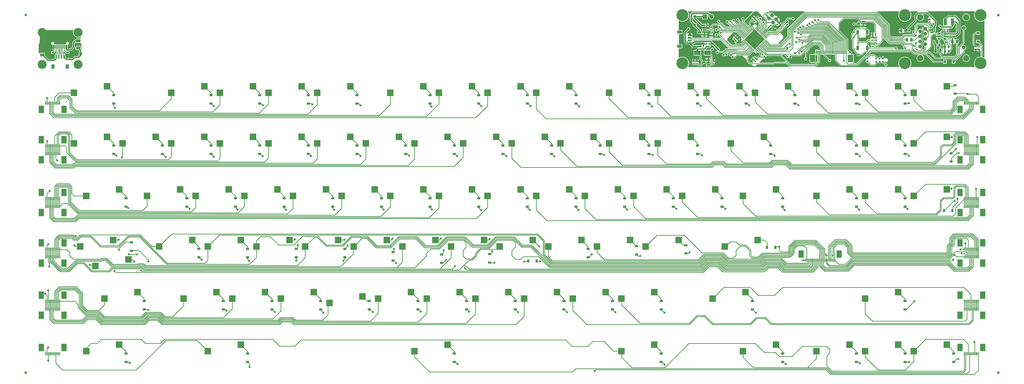
<source format=gbr>
%TF.GenerationSoftware,KiCad,Pcbnew,(6.0.5-0)*%
%TF.CreationDate,2023-01-21T22:01:51+08:00*%
%TF.ProjectId,main,6d61696e-2e6b-4696-9361-645f70636258,Prototype-V1*%
%TF.SameCoordinates,Original*%
%TF.FileFunction,Copper,L2,Bot*%
%TF.FilePolarity,Positive*%
%FSLAX46Y46*%
G04 Gerber Fmt 4.6, Leading zero omitted, Abs format (unit mm)*
G04 Created by KiCad (PCBNEW (6.0.5-0)) date 2023-01-21 22:01:51*
%MOMM*%
%LPD*%
G01*
G04 APERTURE LIST*
G04 Aperture macros list*
%AMRoundRect*
0 Rectangle with rounded corners*
0 $1 Rounding radius*
0 $2 $3 $4 $5 $6 $7 $8 $9 X,Y pos of 4 corners*
0 Add a 4 corners polygon primitive as box body*
4,1,4,$2,$3,$4,$5,$6,$7,$8,$9,$2,$3,0*
0 Add four circle primitives for the rounded corners*
1,1,$1+$1,$2,$3*
1,1,$1+$1,$4,$5*
1,1,$1+$1,$6,$7*
1,1,$1+$1,$8,$9*
0 Add four rect primitives between the rounded corners*
20,1,$1+$1,$2,$3,$4,$5,0*
20,1,$1+$1,$4,$5,$6,$7,0*
20,1,$1+$1,$6,$7,$8,$9,0*
20,1,$1+$1,$8,$9,$2,$3,0*%
%AMRotRect*
0 Rectangle, with rotation*
0 The origin of the aperture is its center*
0 $1 length*
0 $2 width*
0 $3 Rotation angle, in degrees counterclockwise*
0 Add horizontal line*
21,1,$1,$2,0,0,$3*%
G04 Aperture macros list end*
%TA.AperFunction,ComponentPad*%
%ADD10C,2.500000*%
%TD*%
%TA.AperFunction,ComponentPad*%
%ADD11C,1.524000*%
%TD*%
%TA.AperFunction,SMDPad,CuDef*%
%ADD12R,2.550000X2.500000*%
%TD*%
%TA.AperFunction,ComponentPad*%
%ADD13C,4.700000*%
%TD*%
%TA.AperFunction,SMDPad,CuDef*%
%ADD14R,1.200000X0.900000*%
%TD*%
%TA.AperFunction,ComponentPad*%
%ADD15C,3.500000*%
%TD*%
%TA.AperFunction,SMDPad,CuDef*%
%ADD16R,0.300000X1.300000*%
%TD*%
%TA.AperFunction,SMDPad,CuDef*%
%ADD17R,2.000000X3.000000*%
%TD*%
%TA.AperFunction,SMDPad,CuDef*%
%ADD18RoundRect,0.250000X0.625000X-0.375000X0.625000X0.375000X-0.625000X0.375000X-0.625000X-0.375000X0*%
%TD*%
%TA.AperFunction,SMDPad,CuDef*%
%ADD19RoundRect,0.140000X0.170000X-0.140000X0.170000X0.140000X-0.170000X0.140000X-0.170000X-0.140000X0*%
%TD*%
%TA.AperFunction,SMDPad,CuDef*%
%ADD20RoundRect,0.062500X0.220971X0.309359X-0.309359X-0.220971X-0.220971X-0.309359X0.309359X0.220971X0*%
%TD*%
%TA.AperFunction,SMDPad,CuDef*%
%ADD21RoundRect,0.062500X-0.220971X0.309359X-0.309359X0.220971X0.220971X-0.309359X0.309359X-0.220971X0*%
%TD*%
%TA.AperFunction,ComponentPad*%
%ADD22C,0.500000*%
%TD*%
%TA.AperFunction,SMDPad,CuDef*%
%ADD23RotRect,5.600000X5.600000X225.000000*%
%TD*%
%TA.AperFunction,SMDPad,CuDef*%
%ADD24RoundRect,0.225000X-0.225000X-0.250000X0.225000X-0.250000X0.225000X0.250000X-0.225000X0.250000X0*%
%TD*%
%TA.AperFunction,SMDPad,CuDef*%
%ADD25R,0.900000X0.500000*%
%TD*%
%TA.AperFunction,SMDPad,CuDef*%
%ADD26RoundRect,0.250000X-0.262500X-0.450000X0.262500X-0.450000X0.262500X0.450000X-0.262500X0.450000X0*%
%TD*%
%TA.AperFunction,SMDPad,CuDef*%
%ADD27RoundRect,0.140000X-0.021213X0.219203X-0.219203X0.021213X0.021213X-0.219203X0.219203X-0.021213X0*%
%TD*%
%TA.AperFunction,SMDPad,CuDef*%
%ADD28R,0.900000X1.200000*%
%TD*%
%TA.AperFunction,SMDPad,CuDef*%
%ADD29R,0.600000X0.450000*%
%TD*%
%TA.AperFunction,SMDPad,CuDef*%
%ADD30RoundRect,0.140000X-0.219203X-0.021213X-0.021213X-0.219203X0.219203X0.021213X0.021213X0.219203X0*%
%TD*%
%TA.AperFunction,SMDPad,CuDef*%
%ADD31RoundRect,0.135000X0.135000X0.185000X-0.135000X0.185000X-0.135000X-0.185000X0.135000X-0.185000X0*%
%TD*%
%TA.AperFunction,SMDPad,CuDef*%
%ADD32RoundRect,0.135000X-0.185000X0.135000X-0.185000X-0.135000X0.185000X-0.135000X0.185000X0.135000X0*%
%TD*%
%TA.AperFunction,SMDPad,CuDef*%
%ADD33RoundRect,0.135000X-0.135000X-0.185000X0.135000X-0.185000X0.135000X0.185000X-0.135000X0.185000X0*%
%TD*%
%TA.AperFunction,SMDPad,CuDef*%
%ADD34RotRect,1.400000X1.200000X315.000000*%
%TD*%
%TA.AperFunction,SMDPad,CuDef*%
%ADD35RoundRect,0.147500X-0.172500X0.147500X-0.172500X-0.147500X0.172500X-0.147500X0.172500X0.147500X0*%
%TD*%
%TA.AperFunction,SMDPad,CuDef*%
%ADD36RoundRect,0.135000X0.185000X-0.135000X0.185000X0.135000X-0.185000X0.135000X-0.185000X-0.135000X0*%
%TD*%
%TA.AperFunction,SMDPad,CuDef*%
%ADD37RoundRect,0.140000X-0.170000X0.140000X-0.170000X-0.140000X0.170000X-0.140000X0.170000X0.140000X0*%
%TD*%
%TA.AperFunction,SMDPad,CuDef*%
%ADD38RoundRect,0.150000X-0.512500X-0.150000X0.512500X-0.150000X0.512500X0.150000X-0.512500X0.150000X0*%
%TD*%
%TA.AperFunction,ConnectorPad*%
%ADD39C,0.787400*%
%TD*%
%TA.AperFunction,SMDPad,CuDef*%
%ADD40RoundRect,0.250000X-0.375000X-1.075000X0.375000X-1.075000X0.375000X1.075000X-0.375000X1.075000X0*%
%TD*%
%TA.AperFunction,SMDPad,CuDef*%
%ADD41RoundRect,0.250000X-0.625000X0.375000X-0.625000X-0.375000X0.625000X-0.375000X0.625000X0.375000X0*%
%TD*%
%TA.AperFunction,SMDPad,CuDef*%
%ADD42RoundRect,0.140000X0.219203X0.021213X0.021213X0.219203X-0.219203X-0.021213X-0.021213X-0.219203X0*%
%TD*%
%TA.AperFunction,SMDPad,CuDef*%
%ADD43RoundRect,0.225000X0.225000X0.250000X-0.225000X0.250000X-0.225000X-0.250000X0.225000X-0.250000X0*%
%TD*%
%TA.AperFunction,SMDPad,CuDef*%
%ADD44RoundRect,0.150000X0.587500X0.150000X-0.587500X0.150000X-0.587500X-0.150000X0.587500X-0.150000X0*%
%TD*%
%TA.AperFunction,SMDPad,CuDef*%
%ADD45RoundRect,0.150000X0.625000X-0.150000X0.625000X0.150000X-0.625000X0.150000X-0.625000X-0.150000X0*%
%TD*%
%TA.AperFunction,SMDPad,CuDef*%
%ADD46RoundRect,0.250000X0.650000X-0.350000X0.650000X0.350000X-0.650000X0.350000X-0.650000X-0.350000X0*%
%TD*%
%TA.AperFunction,SMDPad,CuDef*%
%ADD47R,2.500000X1.800000*%
%TD*%
%TA.AperFunction,SMDPad,CuDef*%
%ADD48RoundRect,0.140000X0.021213X-0.219203X0.219203X-0.021213X-0.021213X0.219203X-0.219203X0.021213X0*%
%TD*%
%TA.AperFunction,SMDPad,CuDef*%
%ADD49RoundRect,0.140000X-0.140000X-0.170000X0.140000X-0.170000X0.140000X0.170000X-0.140000X0.170000X0*%
%TD*%
%TA.AperFunction,ComponentPad*%
%ADD50R,1.700000X1.700000*%
%TD*%
%TA.AperFunction,ComponentPad*%
%ADD51O,1.700000X1.700000*%
%TD*%
%TA.AperFunction,SMDPad,CuDef*%
%ADD52C,1.000000*%
%TD*%
%TA.AperFunction,SMDPad,CuDef*%
%ADD53R,1.200000X1.800000*%
%TD*%
%TA.AperFunction,SMDPad,CuDef*%
%ADD54R,0.600000X1.550000*%
%TD*%
%TA.AperFunction,SMDPad,CuDef*%
%ADD55R,1.100000X1.800000*%
%TD*%
%TA.AperFunction,SMDPad,CuDef*%
%ADD56RoundRect,0.250000X0.262500X0.450000X-0.262500X0.450000X-0.262500X-0.450000X0.262500X-0.450000X0*%
%TD*%
%TA.AperFunction,SMDPad,CuDef*%
%ADD57RoundRect,0.250000X-0.250000X-0.350000X0.250000X-0.350000X0.250000X0.350000X-0.250000X0.350000X0*%
%TD*%
%TA.AperFunction,SMDPad,CuDef*%
%ADD58RoundRect,0.125000X0.000000X0.150000X0.000000X0.150000X0.000000X-0.150000X0.000000X-0.150000X0*%
%TD*%
%TA.AperFunction,SMDPad,CuDef*%
%ADD59R,0.250000X0.550000*%
%TD*%
%TA.AperFunction,SMDPad,CuDef*%
%ADD60R,0.300000X0.550000*%
%TD*%
%TA.AperFunction,SMDPad,CuDef*%
%ADD61RoundRect,0.150000X-0.150000X-0.575000X0.150000X-0.575000X0.150000X0.575000X-0.150000X0.575000X0*%
%TD*%
%TA.AperFunction,SMDPad,CuDef*%
%ADD62RoundRect,0.075000X-0.075000X-0.650000X0.075000X-0.650000X0.075000X0.650000X-0.075000X0.650000X0*%
%TD*%
%TA.AperFunction,ComponentPad*%
%ADD63O,1.100000X2.200000*%
%TD*%
%TA.AperFunction,ComponentPad*%
%ADD64O,1.300000X1.900000*%
%TD*%
%TA.AperFunction,ViaPad*%
%ADD65C,0.800000*%
%TD*%
%TA.AperFunction,ViaPad*%
%ADD66C,0.500000*%
%TD*%
%TA.AperFunction,ViaPad*%
%ADD67C,0.508000*%
%TD*%
%TA.AperFunction,ViaPad*%
%ADD68C,0.450000*%
%TD*%
%TA.AperFunction,Conductor*%
%ADD69C,0.250000*%
%TD*%
%TA.AperFunction,Conductor*%
%ADD70C,0.500000*%
%TD*%
%TA.AperFunction,Conductor*%
%ADD71C,0.508000*%
%TD*%
%TA.AperFunction,Conductor*%
%ADD72C,0.600000*%
%TD*%
%TA.AperFunction,Conductor*%
%ADD73C,0.300000*%
%TD*%
%TA.AperFunction,Conductor*%
%ADD74C,0.200000*%
%TD*%
%TA.AperFunction,Conductor*%
%ADD75C,0.152400*%
%TD*%
%TA.AperFunction,Conductor*%
%ADD76C,0.254000*%
%TD*%
G04 APERTURE END LIST*
D10*
X324307500Y32125000D03*
X324307500Y16125000D03*
X342307500Y32125000D03*
X342307500Y16125000D03*
D11*
X341307500Y20315000D03*
X341307500Y27935000D03*
X324257500Y20625000D03*
X326257500Y21625000D03*
X324257500Y22625000D03*
X326257500Y23625000D03*
X324257500Y24625000D03*
X326257500Y25625000D03*
X324257500Y26625000D03*
X326257500Y27625000D03*
D12*
X250090000Y-17245000D03*
X263017000Y-14705000D03*
X211990000Y-37873300D03*
X224917000Y-35333300D03*
X35777500Y-78095300D03*
X48704500Y-75555300D03*
X-2322500Y-37873300D03*
X10604500Y-35333300D03*
X21490000Y-37873300D03*
X34417000Y-35333300D03*
D13*
X231167800Y14125000D03*
D12*
X254852500Y-98645300D03*
X267779500Y-96105300D03*
X69115000Y-17245000D03*
X82042000Y-14705000D03*
X140552500Y-57658300D03*
X153479500Y-55118300D03*
X216752500Y-57658300D03*
X229679500Y-55118300D03*
X254852500Y-37873300D03*
X267779500Y-35333300D03*
X321765000Y2540000D03*
X334692000Y5080000D03*
X-2322500Y-98645300D03*
X10604500Y-96105300D03*
X73877500Y-78095300D03*
X86804500Y-75555300D03*
X14228750Y-62738300D03*
X1301750Y-65278300D03*
X302715000Y-37873300D03*
X315642000Y-35333300D03*
X283665000Y2540000D03*
X296592000Y5080000D03*
X192940000Y-37873300D03*
X205867000Y-35333300D03*
X221515000Y2540000D03*
X234442000Y5080000D03*
X69115000Y2540000D03*
X82042000Y5080000D03*
X302715000Y2540000D03*
X315642000Y5080000D03*
X150077500Y-78095300D03*
X163004500Y-75555300D03*
X240565000Y2540000D03*
X253492000Y5080000D03*
X202465000Y2540000D03*
X215392000Y5080000D03*
X-7085000Y2540000D03*
X5842000Y5080000D03*
X154840000Y2540000D03*
X167767000Y5080000D03*
X145315000Y-17245000D03*
X158242000Y-14705000D03*
X107215000Y-17245000D03*
X120142000Y-14705000D03*
X321765000Y-98645300D03*
X334692000Y-96105300D03*
X164365000Y-17245000D03*
X177292000Y-14705000D03*
X4821250Y-78095300D03*
X17748250Y-75555300D03*
X247708750Y-57658300D03*
X260635750Y-55118300D03*
X321765000Y-37873300D03*
X334692000Y-35333300D03*
X169127500Y-78095300D03*
X182054500Y-75555300D03*
X45302500Y-57658300D03*
X58229500Y-55118300D03*
X-4685000Y-57645800D03*
X8242000Y-55105800D03*
X102452500Y-57658300D03*
X115379500Y-55118300D03*
X154840000Y-37873300D03*
X167767000Y-35333300D03*
X88165000Y2540000D03*
X101092000Y5080000D03*
X126265000Y-17245000D03*
X139192000Y-14705000D03*
X50065000Y-17245000D03*
X62992000Y-14705000D03*
X283665000Y-17245000D03*
X296592000Y-14705000D03*
X45302500Y-98645300D03*
X58229500Y-96105300D03*
X321765000Y-17245000D03*
X334692000Y-14705000D03*
X178652500Y-57658300D03*
X191579500Y-55118300D03*
X183415000Y-17245000D03*
X196342000Y-14705000D03*
X-7085000Y-17245000D03*
X5842000Y-14705000D03*
X88165000Y-17245000D03*
X101092000Y-14705000D03*
X283665000Y-98645300D03*
X296592000Y-96105300D03*
X116740000Y-37873300D03*
X129667000Y-35333300D03*
X59590000Y-37873300D03*
X72517000Y-35333300D03*
X135790000Y2540000D03*
X148717000Y5080000D03*
X302715000Y-17245000D03*
X315642000Y-14705000D03*
X259615000Y2540000D03*
X272542000Y5080000D03*
X197702500Y-57658300D03*
X210629500Y-55118300D03*
X40540000Y-37873300D03*
X53467000Y-35333300D03*
X54827500Y-78095300D03*
X67754500Y-75555300D03*
X242946250Y-78095300D03*
X255873250Y-75555300D03*
X202465000Y-17245000D03*
X215392000Y-14705000D03*
D13*
X231167800Y32925000D03*
D12*
X26252500Y-57658300D03*
X39179500Y-55118300D03*
X64352500Y-57658300D03*
X77279500Y-55118300D03*
X173890000Y2540000D03*
X186817000Y5080000D03*
X31015000Y2540000D03*
X43942000Y5080000D03*
X207227500Y-78095300D03*
X220154500Y-75555300D03*
D13*
X347875000Y14125000D03*
D12*
X116740000Y2540000D03*
X129667000Y5080000D03*
X83402500Y-57658300D03*
X96329500Y-55118300D03*
X135790000Y-37873300D03*
X148717000Y-35333300D03*
X126265000Y-98645300D03*
X139192000Y-96105300D03*
X221515000Y-17245000D03*
X234442000Y-14705000D03*
D13*
X318240000Y32925000D03*
D12*
X207227500Y-98645300D03*
X220154500Y-96105300D03*
X111977500Y-78095300D03*
X124904500Y-75555300D03*
X11965000Y-17245000D03*
X24892000Y-14705000D03*
X121502500Y-57658300D03*
X134429500Y-55118300D03*
D13*
X318240000Y14125000D03*
D12*
X31015000Y-17245000D03*
X43942000Y-14705000D03*
X131027500Y-78095300D03*
X143954500Y-75555300D03*
X188177500Y-78095300D03*
X201104500Y-75555300D03*
X78640000Y-37873300D03*
X91567000Y-35333300D03*
X173890000Y-37873300D03*
X186817000Y-35333300D03*
D13*
X347875000Y32925000D03*
D12*
X50065000Y2540000D03*
X62992000Y5080000D03*
X159602500Y-57658300D03*
X172529500Y-55118300D03*
X302715000Y-98645300D03*
X315642000Y-96105300D03*
X92927500Y-79728721D03*
X105854500Y-77188721D03*
X231040000Y-37873300D03*
X243967000Y-35333300D03*
X283665000Y-37873300D03*
X296592000Y-35333300D03*
X302715000Y-78095300D03*
X315642000Y-75555300D03*
X97690000Y-37873300D03*
X110617000Y-35333300D03*
D14*
X13262500Y-42063300D03*
X13262500Y-38763300D03*
D15*
X-5525000Y13625000D03*
D14*
X84700000Y-1650000D03*
X84700000Y1650000D03*
D16*
X341575000Y-79085300D03*
X342075000Y-79085300D03*
X342575000Y-79085300D03*
X343075000Y-79085300D03*
X343575000Y-79085300D03*
X344075000Y-79085300D03*
X344575000Y-79085300D03*
X345075000Y-79085300D03*
X345575000Y-79085300D03*
X346075000Y-79085300D03*
X346575000Y-79085300D03*
X347075000Y-79085300D03*
D17*
X339885000Y-76685300D03*
X348765000Y-76685300D03*
D14*
X236000000Y32450000D03*
X236000000Y29150000D03*
D16*
X-12725000Y-1550000D03*
X-13225000Y-1550000D03*
X-13725000Y-1550000D03*
X-14225000Y-1550000D03*
X-14725000Y-1550000D03*
X-15225000Y-1550000D03*
X-15725000Y-1550000D03*
X-16225000Y-1550000D03*
X-16725000Y-1550000D03*
X-17225000Y-1550000D03*
X-17725000Y-1550000D03*
X-18225000Y-1550000D03*
D17*
X-11035000Y-3950000D03*
X-19915000Y-3950000D03*
D16*
X-12725000Y-41963300D03*
X-13225000Y-41963300D03*
X-13725000Y-41963300D03*
X-14225000Y-41963300D03*
X-14725000Y-41963300D03*
X-15225000Y-41963300D03*
X-15725000Y-41963300D03*
X-16225000Y-41963300D03*
X-16725000Y-41963300D03*
X-17225000Y-41963300D03*
X-17725000Y-41963300D03*
X-18225000Y-41963300D03*
D17*
X-19915000Y-44363300D03*
X-11035000Y-44363300D03*
D18*
X-19508000Y17394000D03*
X-19508000Y20194000D03*
D14*
X199000000Y-21435000D03*
X199000000Y-18135000D03*
D15*
X-19525000Y13625000D03*
D14*
X46600000Y-21435000D03*
X46600000Y-18135000D03*
D19*
X307100000Y23140000D03*
X307100000Y24100000D03*
D20*
X259908509Y27900223D03*
X260262062Y27546670D03*
X260615616Y27193116D03*
X260969169Y26839563D03*
X261322722Y26486010D03*
X261676276Y26132456D03*
X262029829Y25778903D03*
X262383383Y25425349D03*
X262736936Y25071796D03*
X263090489Y24718243D03*
X263444043Y24364689D03*
X263797596Y24011136D03*
D21*
X263797596Y23038864D03*
X263444043Y22685311D03*
X263090489Y22331757D03*
X262736936Y21978204D03*
X262383383Y21624651D03*
X262029829Y21271097D03*
X261676276Y20917544D03*
X261322722Y20563990D03*
X260969169Y20210437D03*
X260615616Y19856884D03*
X260262062Y19503330D03*
X259908509Y19149777D03*
D20*
X258936237Y19149777D03*
X258582684Y19503330D03*
X258229130Y19856884D03*
X257875577Y20210437D03*
X257522024Y20563990D03*
X257168470Y20917544D03*
X256814917Y21271097D03*
X256461363Y21624651D03*
X256107810Y21978204D03*
X255754257Y22331757D03*
X255400703Y22685311D03*
X255047150Y23038864D03*
D21*
X255047150Y24011136D03*
X255400703Y24364689D03*
X255754257Y24718243D03*
X256107810Y25071796D03*
X256461363Y25425349D03*
X256814917Y25778903D03*
X257168470Y26132456D03*
X257522024Y26486010D03*
X257875577Y26839563D03*
X258229130Y27193116D03*
X258582684Y27546670D03*
X258936237Y27900223D03*
D22*
X261225495Y21721878D03*
X262127056Y22623439D03*
X259422373Y25328122D03*
X260323934Y24426561D03*
X258520812Y26229683D03*
X263028618Y23525000D03*
X255816128Y23525000D03*
X257619251Y21721878D03*
X258520812Y24426561D03*
X261225495Y23525000D03*
X261225495Y25328122D03*
X257619251Y25328122D03*
X262127056Y24426561D03*
X257619251Y23525000D03*
X260323934Y22623439D03*
X260323934Y26229683D03*
X256717690Y22623439D03*
X258520812Y22623439D03*
X256717690Y24426561D03*
X259422373Y23525000D03*
X259422373Y19918755D03*
X259422373Y27131245D03*
X259422373Y21721878D03*
D23*
X259422373Y23525000D03*
D22*
X258520812Y20820317D03*
X260323934Y20820317D03*
D14*
X336350000Y-24422500D03*
X336350000Y-21122500D03*
X13262500Y-102835300D03*
X13262500Y-99535300D03*
D24*
X330286700Y21190507D03*
X331836700Y21190507D03*
D16*
X-12725000Y-82185300D03*
X-13225000Y-82185300D03*
X-13725000Y-82185300D03*
X-14225000Y-82185300D03*
X-14725000Y-82185300D03*
X-15225000Y-82185300D03*
X-15725000Y-82185300D03*
X-16225000Y-82185300D03*
X-16725000Y-82185300D03*
X-17225000Y-82185300D03*
X-17725000Y-82185300D03*
X-18225000Y-82185300D03*
D17*
X-19915000Y-84585300D03*
X-11035000Y-84585300D03*
D14*
X141850000Y-21435000D03*
X141850000Y-18135000D03*
X346930000Y25900000D03*
X346930000Y22600000D03*
X256150000Y-1650000D03*
X256150000Y1650000D03*
D25*
X-9475000Y18289000D03*
X-9475000Y16789000D03*
D26*
X318997500Y23260000D03*
X320822500Y23260000D03*
D14*
X160900000Y-21435000D03*
X160900000Y-18135000D03*
X15430000Y-59365800D03*
X15430000Y-56065800D03*
X299250000Y-1650000D03*
X299250000Y1650000D03*
D27*
X264589411Y33812058D03*
X263910589Y33133236D03*
D28*
X334010000Y14710000D03*
X337310000Y14710000D03*
D14*
X84700000Y-21435000D03*
X84700000Y-18135000D03*
D29*
X329880000Y28680000D03*
X331980000Y28680000D03*
D14*
X46600000Y-1650000D03*
X46600000Y1650000D03*
X79937500Y-61848300D03*
X79937500Y-58548300D03*
D30*
X262521178Y17478822D03*
X263200000Y16800000D03*
D14*
X113275000Y-42063300D03*
X113275000Y-38763300D03*
X189475000Y-1650000D03*
X189475000Y1650000D03*
D31*
X334900000Y27160000D03*
X333880000Y27160000D03*
D32*
X305520000Y24140000D03*
X305520000Y23120000D03*
D33*
X272290000Y16800000D03*
X273310000Y16800000D03*
D14*
X194237500Y-61848300D03*
X194237500Y-58548300D03*
D34*
X266277235Y32845733D03*
X267832870Y31290098D03*
X266630789Y30088017D03*
X265075154Y31643652D03*
D14*
X103750000Y-1650000D03*
X103750000Y1650000D03*
D16*
X341575000Y-58648300D03*
X342075000Y-58648300D03*
X342575000Y-58648300D03*
X343075000Y-58648300D03*
X343575000Y-58648300D03*
X344075000Y-58648300D03*
X344575000Y-58648300D03*
X345075000Y-58648300D03*
X345575000Y-58648300D03*
X346075000Y-58648300D03*
X346575000Y-58648300D03*
X347075000Y-58648300D03*
D17*
X339885000Y-56248300D03*
X348765000Y-56248300D03*
D31*
X306740000Y25480000D03*
X305720000Y25480000D03*
D16*
X341575000Y-99635300D03*
X342075000Y-99635300D03*
X342575000Y-99635300D03*
X343075000Y-99635300D03*
X343575000Y-99635300D03*
X344075000Y-99635300D03*
X344575000Y-99635300D03*
X345075000Y-99635300D03*
X345575000Y-99635300D03*
X346075000Y-99635300D03*
X346575000Y-99635300D03*
X347075000Y-99635300D03*
D17*
X339885000Y-97235300D03*
X348765000Y-97235300D03*
D14*
X146612500Y-82285300D03*
X146612500Y-78985300D03*
D32*
X346030000Y20540000D03*
X346030000Y19520000D03*
D15*
X-19525000Y26125000D03*
D35*
X241582500Y21662000D03*
X241582500Y20692000D03*
D36*
X307150000Y20690000D03*
X307150000Y21710000D03*
D16*
X-12725000Y-21335000D03*
X-13225000Y-21335000D03*
X-13725000Y-21335000D03*
X-14225000Y-21335000D03*
X-14725000Y-21335000D03*
X-15225000Y-21335000D03*
X-15725000Y-21335000D03*
X-16225000Y-21335000D03*
X-16725000Y-21335000D03*
X-17225000Y-21335000D03*
X-17725000Y-21335000D03*
X-18225000Y-21335000D03*
D17*
X-11035000Y-23735000D03*
X-19915000Y-23735000D03*
D37*
X347370000Y20500000D03*
X347370000Y19540000D03*
D14*
X232490000Y-60405800D03*
X232490000Y-57105800D03*
X70412500Y-82285300D03*
X70412500Y-78985300D03*
X299250000Y-42063300D03*
X299250000Y-38763300D03*
X213180000Y-60765800D03*
X213180000Y-57465800D03*
X222812500Y-82285300D03*
X222812500Y-78985300D03*
D16*
X341575000Y-38863300D03*
X342075000Y-38863300D03*
X342575000Y-38863300D03*
X343075000Y-38863300D03*
X343575000Y-38863300D03*
X344075000Y-38863300D03*
X344575000Y-38863300D03*
X345075000Y-38863300D03*
X345575000Y-38863300D03*
X346075000Y-38863300D03*
X346575000Y-38863300D03*
X347075000Y-38863300D03*
D17*
X339885000Y-36463300D03*
X348765000Y-36463300D03*
D14*
X318300000Y-1650000D03*
X318300000Y1650000D03*
D38*
X331612500Y23700000D03*
X331612500Y24650000D03*
X331612500Y25600000D03*
X333887500Y25600000D03*
X333887500Y24650000D03*
X333887500Y23700000D03*
D16*
X347075000Y-41963300D03*
X346575000Y-41963300D03*
X346075000Y-41963300D03*
X345575000Y-41963300D03*
X345075000Y-41963300D03*
X344575000Y-41963300D03*
X344075000Y-41963300D03*
X343575000Y-41963300D03*
X343075000Y-41963300D03*
X342575000Y-41963300D03*
X342075000Y-41963300D03*
X341575000Y-41963300D03*
D17*
X348765000Y-44363300D03*
X339885000Y-44363300D03*
D39*
X309600000Y14685000D03*
X309600000Y15955000D03*
X308330000Y14685000D03*
X308330000Y15955000D03*
X307060000Y14685000D03*
X307060000Y15955000D03*
D40*
X334080000Y30280000D03*
X336880000Y30280000D03*
D41*
X-5411000Y22861000D03*
X-5411000Y20061000D03*
D14*
X8500000Y-1650000D03*
X8500000Y1650000D03*
D19*
X305570000Y20750000D03*
X305570000Y21710000D03*
D16*
X-18225000Y-58648300D03*
X-17725000Y-58648300D03*
X-17225000Y-58648300D03*
X-16725000Y-58648300D03*
X-16225000Y-58648300D03*
X-15725000Y-58648300D03*
X-15225000Y-58648300D03*
X-14725000Y-58648300D03*
X-14225000Y-58648300D03*
X-13725000Y-58648300D03*
X-13225000Y-58648300D03*
X-12725000Y-58648300D03*
D17*
X-11035000Y-56248300D03*
X-19915000Y-56248300D03*
D27*
X252739411Y23539411D03*
X252060589Y22860589D03*
D14*
X8500000Y-21435000D03*
X8500000Y-18135000D03*
X227575000Y-42063300D03*
X227575000Y-38763300D03*
X56125000Y-42063300D03*
X56125000Y-38763300D03*
X318300000Y-21435000D03*
X318300000Y-18135000D03*
D19*
X236800000Y13920000D03*
X236800000Y14880000D03*
D25*
X-15444000Y18289000D03*
X-15444000Y16789000D03*
D42*
X265430181Y27407535D03*
X264751359Y28086357D03*
D14*
X318300000Y-82285300D03*
X318300000Y-78985300D03*
X60887500Y-61848300D03*
X60887500Y-58548300D03*
D19*
X235600000Y13920000D03*
X235600000Y14880000D03*
D43*
X318400000Y26800000D03*
X316850000Y26800000D03*
D14*
X318300000Y-42063300D03*
X318300000Y-38763300D03*
D27*
X252006904Y24339411D03*
X251328082Y23660589D03*
D14*
X237100000Y-21435000D03*
X237100000Y-18135000D03*
X136820000Y-64065800D03*
X136820000Y-60765800D03*
X258531250Y-82285300D03*
X258531250Y-78985300D03*
D28*
X333550000Y-43600000D03*
X336850000Y-43600000D03*
D26*
X336897500Y22710000D03*
X338722500Y22710000D03*
D14*
X275200000Y-1650000D03*
X275200000Y1650000D03*
D44*
X301967500Y30410000D03*
X301967500Y28510000D03*
X300092500Y29460000D03*
D14*
X51362500Y-82285300D03*
X51362500Y-78985300D03*
X337350000Y-102835300D03*
X337350000Y-99535300D03*
D19*
X328000000Y30320000D03*
X328000000Y31280000D03*
D45*
X233947800Y22025000D03*
X233947800Y23025000D03*
X233947800Y24025000D03*
X233947800Y25025000D03*
D46*
X230072800Y26325000D03*
X230072800Y20725000D03*
D47*
X236982500Y18247000D03*
X240982500Y18247000D03*
D14*
X132325000Y-1650000D03*
X132325000Y1650000D03*
D48*
X259660589Y14860589D03*
X260339411Y15539411D03*
D14*
X189475000Y-42063300D03*
X189475000Y-38763300D03*
D16*
X-18225000Y-99635300D03*
X-17725000Y-99635300D03*
X-17225000Y-99635300D03*
X-16725000Y-99635300D03*
X-16225000Y-99635300D03*
X-15725000Y-99635300D03*
X-15225000Y-99635300D03*
X-14725000Y-99635300D03*
X-14225000Y-99635300D03*
X-13725000Y-99635300D03*
X-13225000Y-99635300D03*
X-12725000Y-99635300D03*
D17*
X-11035000Y-97235300D03*
X-19915000Y-97235300D03*
D14*
X208525000Y-42063300D03*
X208525000Y-38763300D03*
X98987500Y-61848300D03*
X98987500Y-58548300D03*
X179950000Y-21435000D03*
X179950000Y-18135000D03*
X155630000Y-63905800D03*
X155630000Y-60605800D03*
X237100000Y-1650000D03*
X237100000Y1650000D03*
D43*
X335455000Y20560000D03*
X333905000Y20560000D03*
D48*
X258860589Y15660589D03*
X259539411Y16339411D03*
D49*
X239764982Y28991855D03*
X240724982Y28991855D03*
D44*
X239737500Y27117913D03*
X239737500Y25217913D03*
X237862500Y26167913D03*
D14*
X218050000Y-1650000D03*
X218050000Y1650000D03*
D50*
X239950000Y32375000D03*
D51*
X242490000Y32375000D03*
D52*
X354875000Y-106985300D03*
D16*
X279313900Y-62998300D03*
X279813900Y-62998300D03*
X280313900Y-62998300D03*
X280813900Y-62998300D03*
X281313900Y-62998300D03*
X281813900Y-62998300D03*
X282313900Y-62998300D03*
X282813900Y-62998300D03*
X283313900Y-62998300D03*
X283813900Y-62998300D03*
X284313900Y-62998300D03*
X284813900Y-62998300D03*
X285313900Y-62998300D03*
X285813900Y-62998300D03*
X286313900Y-62998300D03*
X286813900Y-62998300D03*
X287313900Y-62998300D03*
X287813900Y-62998300D03*
X288313900Y-62998300D03*
X288813900Y-62998300D03*
X289313900Y-62998300D03*
X289813900Y-62998300D03*
X290313900Y-62998300D03*
X290813900Y-62998300D03*
D17*
X277623900Y-60598300D03*
X292503900Y-60598300D03*
D53*
X-15325000Y12775000D03*
X-9725000Y12775000D03*
D54*
X-11025000Y16650000D03*
X-12025000Y16650000D03*
X-13025000Y16650000D03*
X-14025000Y16650000D03*
D32*
X242400000Y28110000D03*
X242400000Y27090000D03*
D43*
X335445000Y18730000D03*
X333895000Y18730000D03*
D16*
X-12725000Y-61748300D03*
X-13225000Y-61748300D03*
X-13725000Y-61748300D03*
X-14225000Y-61748300D03*
X-14725000Y-61748300D03*
X-15225000Y-61748300D03*
X-15725000Y-61748300D03*
X-16225000Y-61748300D03*
X-16725000Y-61748300D03*
X-17225000Y-61748300D03*
X-17725000Y-61748300D03*
X-18225000Y-61748300D03*
D17*
X-11035000Y-64148300D03*
X-19915000Y-64148300D03*
D55*
X299820000Y26240000D03*
X299820000Y20040000D03*
X303520000Y20040000D03*
X303520000Y26240000D03*
D14*
X165662500Y-82285300D03*
X165662500Y-78985300D03*
X246625000Y-42063300D03*
X246625000Y-38763300D03*
D44*
X241337500Y15350000D03*
X241337500Y13450000D03*
X239462500Y14400000D03*
D14*
X299250000Y-21435000D03*
X299250000Y-18135000D03*
X41837500Y-61848300D03*
X41837500Y-58548300D03*
X122800000Y-21435000D03*
X122800000Y-18135000D03*
X60887500Y-102835300D03*
X60887500Y-99535300D03*
D19*
X243200000Y13920000D03*
X243200000Y14880000D03*
D52*
X354875000Y32925000D03*
D42*
X266247971Y28123495D03*
X265569149Y28802317D03*
D56*
X332137500Y19000000D03*
X330312500Y19000000D03*
D14*
X170425000Y-1650000D03*
X170425000Y1650000D03*
X270437500Y-42063300D03*
X270437500Y-38763300D03*
D57*
X-7823000Y17778000D03*
X-4523000Y17778000D03*
D19*
X240502500Y20697000D03*
X240502500Y21657000D03*
D16*
X347075000Y-1550000D03*
X346575000Y-1550000D03*
X346075000Y-1550000D03*
X345575000Y-1550000D03*
X345075000Y-1550000D03*
X344575000Y-1550000D03*
X344075000Y-1550000D03*
X343575000Y-1550000D03*
X343075000Y-1550000D03*
X342575000Y-1550000D03*
X342075000Y-1550000D03*
X341575000Y-1550000D03*
D17*
X339885000Y-3950000D03*
X348765000Y-3950000D03*
D36*
X242430455Y24842055D03*
X242430455Y25862055D03*
D16*
X341575000Y-18235000D03*
X342075000Y-18235000D03*
X342575000Y-18235000D03*
X343075000Y-18235000D03*
X343575000Y-18235000D03*
X344075000Y-18235000D03*
X344575000Y-18235000D03*
X345075000Y-18235000D03*
X345575000Y-18235000D03*
X346075000Y-18235000D03*
X346575000Y-18235000D03*
X347075000Y-18235000D03*
D17*
X348765000Y-15835000D03*
X339885000Y-15835000D03*
D14*
X170425000Y-42063300D03*
X170425000Y-38763300D03*
X127562500Y-82285300D03*
X127562500Y-78985300D03*
X27550000Y-21435000D03*
X27550000Y-18135000D03*
D16*
X295271400Y18375000D03*
X294771400Y18375000D03*
X294271400Y18375000D03*
X293771400Y18375000D03*
X293271400Y18375000D03*
X292771400Y18375000D03*
X292271400Y18375000D03*
X291771400Y18375000D03*
X291271400Y18375000D03*
X290771400Y18375000D03*
X290271400Y18375000D03*
X289771400Y18375000D03*
X289271400Y18375000D03*
X288771400Y18375000D03*
X288271400Y18375000D03*
X287771400Y18375000D03*
X287271400Y18375000D03*
X286771400Y18375000D03*
X286271400Y18375000D03*
X285771400Y18375000D03*
X285271400Y18375000D03*
X284771400Y18375000D03*
X284271400Y18375000D03*
X283771400Y18375000D03*
D17*
X296961400Y15975000D03*
X282081400Y15975000D03*
D14*
X222812500Y-102835300D03*
X222812500Y-99535300D03*
D58*
X-11523000Y18256600D03*
D59*
X-12023000Y18256600D03*
D60*
X-12523000Y18256600D03*
D59*
X-13023000Y18256600D03*
X-13523000Y18256600D03*
X-13523000Y19026600D03*
X-13023000Y19026600D03*
D60*
X-12523000Y19026600D03*
D59*
X-12023000Y19026600D03*
X-11523000Y19026600D03*
D27*
X268928822Y29851469D03*
X268250000Y29172647D03*
X259174248Y31814945D03*
X258495426Y31136123D03*
D14*
X270437500Y-102835300D03*
X270437500Y-99535300D03*
X117890000Y-63145800D03*
X117890000Y-59845800D03*
X108512500Y-82285300D03*
X108512500Y-78985300D03*
X184712500Y-82285300D03*
X184712500Y-78985300D03*
X218050000Y-21435000D03*
X218050000Y-18135000D03*
D52*
X-26000000Y33000000D03*
D14*
X318300000Y-102835300D03*
X318300000Y-99535300D03*
D16*
X-18225000Y-38863300D03*
X-17725000Y-38863300D03*
X-17225000Y-38863300D03*
X-16725000Y-38863300D03*
X-16225000Y-38863300D03*
X-15725000Y-38863300D03*
X-15225000Y-38863300D03*
X-14725000Y-38863300D03*
X-14225000Y-38863300D03*
X-13725000Y-38863300D03*
X-13225000Y-38863300D03*
X-12725000Y-38863300D03*
D17*
X-19915000Y-36463300D03*
X-11035000Y-36463300D03*
D16*
X347075000Y-82185300D03*
X346575000Y-82185300D03*
X346075000Y-82185300D03*
X345575000Y-82185300D03*
X345075000Y-82185300D03*
X344575000Y-82185300D03*
X344075000Y-82185300D03*
X343575000Y-82185300D03*
X343075000Y-82185300D03*
X342575000Y-82185300D03*
X342075000Y-82185300D03*
X341575000Y-82185300D03*
D17*
X348765000Y-84585300D03*
X339885000Y-84585300D03*
D14*
X65650000Y-1650000D03*
X65650000Y1650000D03*
X203762500Y-82285300D03*
X203762500Y-78985300D03*
D16*
X347075000Y-21335000D03*
X346575000Y-21335000D03*
X346075000Y-21335000D03*
X345575000Y-21335000D03*
X345075000Y-21335000D03*
X344575000Y-21335000D03*
X344075000Y-21335000D03*
X343575000Y-21335000D03*
X343075000Y-21335000D03*
X342575000Y-21335000D03*
X342075000Y-21335000D03*
X341575000Y-21335000D03*
D17*
X339885000Y-23735000D03*
X348765000Y-23735000D03*
D16*
X-18225000Y-79085300D03*
X-17725000Y-79085300D03*
X-17225000Y-79085300D03*
X-16725000Y-79085300D03*
X-16225000Y-79085300D03*
X-15725000Y-79085300D03*
X-15225000Y-79085300D03*
X-14725000Y-79085300D03*
X-14225000Y-79085300D03*
X-13725000Y-79085300D03*
X-13225000Y-79085300D03*
X-12725000Y-79085300D03*
D17*
X-19915000Y-76685300D03*
X-11035000Y-76685300D03*
D14*
X20406250Y-82285300D03*
X20406250Y-78985300D03*
D28*
X267570000Y-57985800D03*
X264270000Y-57985800D03*
D52*
X-26025000Y-106985300D03*
D14*
X265675000Y-21435000D03*
X265675000Y-18135000D03*
D28*
X170800000Y-63345800D03*
X174100000Y-63345800D03*
D14*
X103750000Y-21435000D03*
X103750000Y-18135000D03*
X132325000Y-42063300D03*
X132325000Y-38763300D03*
X65650000Y-21435000D03*
X65650000Y-18135000D03*
X337900000Y2180000D03*
X337900000Y5480000D03*
D15*
X-5525000Y26125000D03*
D61*
X-15773000Y20550000D03*
X-14973000Y20550000D03*
D62*
X-13773000Y20550000D03*
X-12777000Y20550000D03*
X-12273000Y20550000D03*
X-11273000Y20550000D03*
D61*
X-9273000Y20550000D03*
X-10073000Y20550000D03*
D62*
X-10773000Y20550000D03*
X-11773000Y20550000D03*
X-13273000Y20550000D03*
X-14273000Y20550000D03*
D63*
X-8223000Y21325000D03*
D64*
X-8223000Y25525000D03*
X-16823000Y25525000D03*
D63*
X-16823000Y21325000D03*
D16*
X-18225000Y-18235000D03*
X-17725000Y-18235000D03*
X-17225000Y-18235000D03*
X-16725000Y-18235000D03*
X-16225000Y-18235000D03*
X-15725000Y-18235000D03*
X-15225000Y-18235000D03*
X-14725000Y-18235000D03*
X-14225000Y-18235000D03*
X-13725000Y-18235000D03*
X-13225000Y-18235000D03*
X-12725000Y-18235000D03*
D17*
X-19915000Y-15835000D03*
X-11035000Y-15835000D03*
D14*
X151375000Y-1650000D03*
X151375000Y1650000D03*
X94225000Y-42063300D03*
X94225000Y-38763300D03*
X75175000Y-42063300D03*
X75175000Y-38763300D03*
X299250000Y-102835300D03*
X299250000Y-99535300D03*
D16*
X347075000Y-61748300D03*
X346575000Y-61748300D03*
X346075000Y-61748300D03*
X345575000Y-61748300D03*
X345075000Y-61748300D03*
X344575000Y-61748300D03*
X344075000Y-61748300D03*
X343575000Y-61748300D03*
X343075000Y-61748300D03*
X342575000Y-61748300D03*
X342075000Y-61748300D03*
X341575000Y-61748300D03*
D17*
X339885000Y-64148300D03*
X348765000Y-64148300D03*
D27*
X260061564Y30954517D03*
X259382742Y30275695D03*
D14*
X37075000Y-42063300D03*
X37075000Y-38763300D03*
D49*
X238452500Y20697000D03*
X239412500Y20697000D03*
D14*
X141850000Y-102835300D03*
X141850000Y-99535300D03*
X89462500Y-82285300D03*
X89462500Y-78985300D03*
X151375000Y-42063300D03*
X151375000Y-38763300D03*
D65*
X10500000Y-58885800D03*
X10300000Y-55035800D03*
X-950000Y-64785800D03*
X98800000Y-55035800D03*
X100100000Y-57335800D03*
X118150000Y-58585800D03*
X117600000Y-54485800D03*
X137650000Y-59085800D03*
X136550000Y-54485800D03*
X175500000Y-63535800D03*
X175100000Y-57685800D03*
X80500000Y-57035800D03*
X79450000Y-54835800D03*
X155600000Y-54735800D03*
X156600000Y-59515400D03*
X336550000Y-35000800D03*
X338810000Y-38970800D03*
X336625500Y-14772500D03*
X338360000Y-19362500D03*
X282050000Y30198147D03*
X294400000Y15200000D03*
X272167701Y29212299D03*
X288800000Y15200000D03*
X11600000Y-22800000D03*
X-13600000Y-24000000D03*
X146000000Y-66157940D03*
X275200000Y18000000D03*
X142050000Y-65385800D03*
X250112299Y17312299D03*
X247300000Y17397647D03*
X277701936Y18624599D03*
X19100000Y-66985800D03*
X-6400000Y-53576460D03*
X16500000Y-63585800D03*
X-6950000Y-57235800D03*
X278154748Y22125980D03*
X272202500Y19697187D03*
X279360000Y15860000D03*
X244800000Y18400000D03*
X276800000Y18000000D03*
X248448035Y17521083D03*
X224100000Y-103872800D03*
X-17200000Y-74872800D03*
X22050000Y-82522800D03*
X204900000Y-83422800D03*
X259950000Y-83622800D03*
X300650000Y-103472800D03*
X71550000Y-83272800D03*
X321950000Y-79072800D03*
X-16800000Y-65535800D03*
X319850000Y-102922800D03*
X275680000Y22423147D03*
X8750000Y-67235800D03*
X185950000Y-83372800D03*
X128700000Y-83172800D03*
X147600000Y-83122800D03*
X224100000Y-83522800D03*
X273249060Y21680000D03*
X90500000Y-83522800D03*
X166750000Y-83422800D03*
X143100000Y-103722800D03*
X-17200000Y-102400000D03*
X109850000Y-83322800D03*
X52600000Y-82822800D03*
X326400000Y31200000D03*
X242022831Y30029801D03*
X278400000Y-63085800D03*
X236372500Y21717000D03*
X312800000Y16800000D03*
X-18400000Y-76072800D03*
X310000000Y22000000D03*
X234802500Y27377000D03*
X245882500Y21477000D03*
X-17200000Y-56685800D03*
X17600000Y-60800000D03*
X-17600000Y-16372500D03*
X329810000Y24030000D03*
X337232500Y18377000D03*
X14400000Y-60685800D03*
X304600000Y28660000D03*
X304400000Y21600000D03*
X337770000Y27420000D03*
X-17200000Y-97172800D03*
X312282500Y31977000D03*
X-16626165Y-35769928D03*
X246800000Y31200000D03*
X296800000Y20000000D03*
X282000000Y18800000D03*
X267600000Y13600000D03*
X239492500Y15987000D03*
X-17600000Y400000D03*
D66*
X264192975Y28808271D03*
D65*
X298300000Y29470000D03*
X298280000Y24240000D03*
X251200000Y30800000D03*
X320000000Y26800000D03*
X329690000Y22520000D03*
X328600000Y26230000D03*
X310800000Y13600000D03*
D67*
X-10073000Y19429000D03*
D65*
X245200000Y19600000D03*
D67*
X-14973000Y19429000D03*
D65*
X233600000Y27600000D03*
X300092500Y17477000D03*
X259853874Y33266209D03*
X250000000Y24000000D03*
X260800000Y17534125D03*
X314800000Y19991500D03*
X334252500Y22277000D03*
X242800000Y19600000D03*
X329425500Y29504502D03*
X298300000Y26220000D03*
D66*
X266400000Y26907593D03*
D65*
X276830000Y23300000D03*
X244400000Y27200000D03*
X322550972Y24954119D03*
X322599503Y22000000D03*
X250900601Y16500601D03*
X318400000Y20000000D03*
X296800000Y18400000D03*
X328400000Y28000000D03*
X321637211Y26261809D03*
X321824980Y20836243D03*
X275920000Y24060000D03*
X245600000Y28400000D03*
X244400000Y25200000D03*
X303492500Y14837000D03*
X86300000Y-2050000D03*
X105100000Y-2400000D03*
X66850000Y-2350000D03*
X319850000Y-1550000D03*
X152400000Y-2700000D03*
X300600000Y-2000000D03*
X132950000Y-2900000D03*
X278400000Y28523147D03*
X171700000Y-2700000D03*
X257300000Y-2450000D03*
X276600000Y-2400000D03*
X219250000Y-2800000D03*
X238300000Y-2650000D03*
X342900000Y2050000D03*
X196800000Y-106400000D03*
X47650000Y-2700000D03*
X61600000Y-104800000D03*
X8950000Y-3400000D03*
X260550483Y31983909D03*
X190750000Y-2850000D03*
X319900000Y-22222500D03*
X28800000Y-22622500D03*
X124150000Y-22122500D03*
X162250000Y-22272500D03*
X47600000Y-22522500D03*
X142900000Y-22272500D03*
X200400000Y-21872500D03*
X346660000Y-14822500D03*
X181000000Y-22322500D03*
X238800000Y-21972500D03*
X66800000Y-22322500D03*
X300650000Y-22322500D03*
X339371244Y-21066205D03*
X280050000Y28996667D03*
X267250000Y-22072500D03*
X261646991Y31600000D03*
X219500000Y-21872500D03*
X85700000Y-22272500D03*
X105100000Y-22222500D03*
X9500000Y-22072500D03*
X303562500Y16017000D03*
X246000000Y26000000D03*
X272225000Y30322647D03*
X283025000Y30973147D03*
X274440000Y31560000D03*
X284325000Y31025067D03*
X337200000Y-62800000D03*
X342000000Y-56400000D03*
X252800000Y31200000D03*
X276418428Y27558565D03*
X340400000Y-60400000D03*
X277275000Y28073627D03*
X340000000Y-58800000D03*
X254800000Y31600000D03*
X337755199Y-60999480D03*
X38200000Y-42900800D03*
X300350000Y-43300800D03*
X152300000Y-43400800D03*
X262921381Y30244027D03*
X57000000Y-43300800D03*
X346080000Y-35170800D03*
X190500000Y-43450800D03*
X337732299Y-39893099D03*
X319250000Y-43000800D03*
X114100000Y-43200800D03*
X75900000Y-43300800D03*
X14150000Y-42600800D03*
X271150000Y-43400800D03*
X209500000Y-43200800D03*
X171350000Y-43350800D03*
X280850000Y29673147D03*
X133050000Y-43150800D03*
X247950000Y-42950800D03*
X228750000Y-42900800D03*
X94800000Y-43300800D03*
X138600000Y-62985800D03*
X119050000Y-64185800D03*
X214600000Y-61385800D03*
X157550000Y-64035800D03*
X14850000Y-103272800D03*
X287589400Y-61200000D03*
X42800000Y-62800000D03*
X250000000Y30400000D03*
X271600000Y-103722800D03*
X339200000Y-101722800D03*
X79900000Y-63185800D03*
X98350000Y-63235800D03*
X22000000Y-63600000D03*
X269100000Y-57735800D03*
X233900000Y-59835800D03*
X169200000Y-63585800D03*
X275151202Y26506378D03*
X195650000Y-60685800D03*
X290038400Y-61200000D03*
X345450000Y-95022800D03*
X61350000Y-63235800D03*
X277530000Y25370000D03*
X245294553Y30470014D03*
X248695722Y30295722D03*
X276430000Y25995500D03*
D68*
X-12523000Y18641600D03*
D65*
X-6964030Y19060469D03*
D67*
X-13023000Y16652000D03*
D68*
X-11253000Y17778000D03*
X-13793000Y17778000D03*
D67*
X-12025000Y16650000D03*
D69*
X341307500Y27935000D02*
X341307500Y22179530D01*
X341307500Y22179530D02*
X339600000Y20472030D01*
X339600000Y20472030D02*
X339600000Y17600000D01*
X339600000Y17600000D02*
X338056198Y16056198D01*
X338056198Y16056198D02*
X330343802Y16056198D01*
X330343802Y16056198D02*
X328000000Y18400000D01*
X304846022Y19267000D02*
X303739502Y18160480D01*
X328000000Y18400000D02*
X327850960Y18250960D01*
X327850960Y18250960D02*
X322127606Y18250960D01*
X321111566Y19267000D02*
X304846022Y19267000D01*
X322127606Y18250960D02*
X321111566Y19267000D01*
X303739502Y18160480D02*
X303739502Y18155220D01*
X303739502Y18155220D02*
X299375090Y13790808D01*
X299375090Y13790808D02*
X295932324Y13790808D01*
D70*
X334080000Y30280000D02*
X334080000Y31280000D01*
X334080000Y31280000D02*
X335280000Y32480000D01*
X335280000Y32480000D02*
X337920000Y32480000D01*
X337920000Y32480000D02*
X339499519Y30900481D01*
X339499519Y30900481D02*
X339499519Y25710249D01*
X339499519Y25710249D02*
X338439270Y24650000D01*
X338439270Y24650000D02*
X333887500Y24650000D01*
X333887500Y25600000D02*
X338400000Y25600000D01*
X338400000Y25600000D02*
X338800000Y26000000D01*
X338800000Y26000000D02*
X338800000Y29600000D01*
X338800000Y29600000D02*
X338120000Y30280000D01*
X338120000Y30280000D02*
X336880000Y30280000D01*
D69*
X27550000Y-17363000D02*
X27550000Y-18135000D01*
X24892000Y-14705000D02*
X27550000Y-17363000D01*
X84700000Y-17363000D02*
X84700000Y-18135000D01*
X82042000Y-14705000D02*
X84700000Y-17363000D01*
X103750000Y-17363000D02*
X103750000Y-18135000D01*
X101092000Y-14705000D02*
X103750000Y-17363000D01*
X141850000Y-17363000D02*
X141850000Y-18135000D01*
X139192000Y-14705000D02*
X141850000Y-17363000D01*
X229679500Y-55315300D02*
X231500000Y-57135800D01*
X231500000Y-57135800D02*
X232150000Y-57135800D01*
X177292000Y-14705000D02*
X179950000Y-17363000D01*
X179950000Y-17363000D02*
X179950000Y-18135000D01*
X196342000Y-14705000D02*
X199000000Y-17363000D01*
X199000000Y-17363000D02*
X199000000Y-18135000D01*
X160900000Y-17363000D02*
X160900000Y-18135000D01*
X158242000Y-14705000D02*
X160900000Y-17363000D01*
X234442000Y-14705000D02*
X237100000Y-17363000D01*
X237100000Y-17363000D02*
X237100000Y-18135000D01*
X210629500Y-55118300D02*
X212897000Y-57385800D01*
X184712500Y-78213300D02*
X184712500Y-78985300D01*
X182054500Y-75555300D02*
X184712500Y-78213300D01*
X201104500Y-75555300D02*
X203762500Y-78213300D01*
X203762500Y-78213300D02*
X203762500Y-78985300D01*
X43942000Y-14705000D02*
X46600000Y-17363000D01*
X46600000Y-17363000D02*
X46600000Y-18135000D01*
X41837500Y-57776300D02*
X41837500Y-58548300D01*
X39179500Y-55118300D02*
X41837500Y-57776300D01*
X124904500Y-75555300D02*
X127562500Y-78213300D01*
X127562500Y-78213300D02*
X127562500Y-78985300D01*
X263017000Y-14705000D02*
X265675000Y-17363000D01*
X265675000Y-17363000D02*
X265675000Y-18135000D01*
X13035717Y-55885800D02*
X15050000Y-55885800D01*
X-457500Y-65278300D02*
X-950000Y-64785800D01*
X10500000Y-58885800D02*
X10500000Y-58445305D01*
X11734170Y-57187347D02*
X13035717Y-55885800D01*
X11734170Y-57211135D02*
X11734170Y-57187347D01*
X10500000Y-58445305D02*
X11734170Y-57211135D01*
X10230000Y-55105800D02*
X8242000Y-55105800D01*
X1301750Y-65278300D02*
X-457500Y-65278300D01*
X10300000Y-55035800D02*
X10230000Y-55105800D01*
X299250000Y-37991300D02*
X299250000Y-38763300D01*
X296592000Y-35333300D02*
X299250000Y-37991300D01*
X318300000Y-98763300D02*
X318300000Y-99535300D01*
X315642000Y-96105300D02*
X318300000Y-98763300D01*
X75175000Y-37991300D02*
X75175000Y-38763300D01*
X72517000Y-35333300D02*
X75175000Y-37991300D01*
X315642000Y-35333300D02*
X318300000Y-37991300D01*
X318300000Y-37991300D02*
X318300000Y-38763300D01*
X260635750Y-55118300D02*
X263182500Y-55118300D01*
X263182500Y-55118300D02*
X264350000Y-56285800D01*
X264350000Y-56285800D02*
X264350000Y-57885800D01*
X5842000Y5080000D02*
X8500000Y2422000D01*
X8500000Y2422000D02*
X8500000Y1650000D01*
X43942000Y5080000D02*
X46600000Y2422000D01*
X46600000Y2422000D02*
X46600000Y1650000D01*
X65650000Y2422000D02*
X65650000Y1650000D01*
X62992000Y5080000D02*
X65650000Y2422000D01*
X84700000Y2422000D02*
X84700000Y1650000D01*
X82042000Y5080000D02*
X84700000Y2422000D01*
X101092000Y5080000D02*
X103750000Y2422000D01*
X103750000Y2422000D02*
X103750000Y1650000D01*
X132325000Y2422000D02*
X132325000Y1650000D01*
X129667000Y5080000D02*
X132325000Y2422000D01*
X148717000Y5080000D02*
X151375000Y2422000D01*
X151375000Y2422000D02*
X151375000Y1650000D01*
X167767000Y5080000D02*
X170425000Y2422000D01*
X170425000Y2422000D02*
X170425000Y1650000D01*
X189475000Y2422000D02*
X189475000Y1650000D01*
X186817000Y5080000D02*
X189475000Y2422000D01*
X218050000Y2422000D02*
X218050000Y1650000D01*
X215392000Y5080000D02*
X218050000Y2422000D01*
X237100000Y2422000D02*
X237100000Y1650000D01*
X234442000Y5080000D02*
X237100000Y2422000D01*
X253492000Y5080000D02*
X256150000Y2422000D01*
X256150000Y2422000D02*
X256150000Y1650000D01*
X275200000Y2422000D02*
X275200000Y1650000D01*
X272542000Y5080000D02*
X275200000Y2422000D01*
X96329500Y-55118300D02*
X98717500Y-55118300D01*
X100100000Y-57335800D02*
X100100000Y-57435800D01*
X98717500Y-55118300D02*
X98800000Y-55035800D01*
X100100000Y-57435800D02*
X98987500Y-58548300D01*
X115379500Y-55118300D02*
X116967500Y-55118300D01*
X118150000Y-58585800D02*
X118150000Y-59785800D01*
X116967500Y-55118300D02*
X117600000Y-54485800D01*
X135917500Y-55118300D02*
X136550000Y-54485800D01*
X137650000Y-59085800D02*
X137650000Y-59985800D01*
X137650000Y-59985800D02*
X136950000Y-60685800D01*
X134429500Y-55118300D02*
X135917500Y-55118300D01*
X318300000Y-17363000D02*
X318300000Y-18135000D01*
X315642000Y-14705000D02*
X318300000Y-17363000D01*
X167767000Y-35333300D02*
X170425000Y-37991300D01*
X170425000Y-37991300D02*
X170425000Y-38763300D01*
X296592000Y-14705000D02*
X299250000Y-17363000D01*
X299250000Y-17363000D02*
X299250000Y-18135000D01*
X175097000Y-57685800D02*
X175100000Y-57685800D01*
X174450000Y-63535800D02*
X174300000Y-63385800D01*
X172529500Y-55118300D02*
X175097000Y-57685800D01*
X175500000Y-63535800D02*
X174450000Y-63535800D01*
X58229500Y-96105300D02*
X60887500Y-98763300D01*
X60887500Y-98763300D02*
X60887500Y-99535300D01*
X13262500Y-98763300D02*
X13262500Y-99535300D01*
X10604500Y-96105300D02*
X13262500Y-98763300D01*
X299250000Y-98763300D02*
X299250000Y-99535300D01*
X296592000Y-96105300D02*
X299250000Y-98763300D01*
X20406250Y-78213300D02*
X20406250Y-78985300D01*
X17748250Y-75555300D02*
X20406250Y-78213300D01*
X165662500Y-78213300D02*
X165662500Y-78985300D01*
X163004500Y-75555300D02*
X165662500Y-78213300D01*
X89462500Y-78213300D02*
X89462500Y-78985300D01*
X86804500Y-75555300D02*
X89462500Y-78213300D01*
X77279500Y-55118300D02*
X79167500Y-55118300D01*
X80500000Y-57985800D02*
X79937500Y-58548300D01*
X80500000Y-57035800D02*
X80500000Y-57985800D01*
X79167500Y-55118300D02*
X79450000Y-54835800D01*
X156600000Y-60085800D02*
X155900000Y-60785800D01*
X153479500Y-55118300D02*
X155217500Y-55118300D01*
X155217500Y-55118300D02*
X155600000Y-54735800D01*
X156600000Y-59515400D02*
X156600000Y-60085800D01*
X194237500Y-57776300D02*
X194237500Y-58548300D01*
X191579500Y-55118300D02*
X194237500Y-57776300D01*
X91567000Y-35333300D02*
X94225000Y-37991300D01*
X94225000Y-37991300D02*
X94225000Y-38763300D01*
X148717000Y-35333300D02*
X151375000Y-37991300D01*
X151375000Y-37991300D02*
X151375000Y-38763300D01*
X146612500Y-78213300D02*
X146612500Y-78985300D01*
X143954500Y-75555300D02*
X146612500Y-78213300D01*
X186817000Y-35333300D02*
X189475000Y-37991300D01*
X189475000Y-37991300D02*
X189475000Y-38763300D01*
X205867000Y-35333300D02*
X208525000Y-37991300D01*
X208525000Y-37991300D02*
X208525000Y-38763300D01*
X337430000Y5080000D02*
X337950000Y5600000D01*
X334692000Y5080000D02*
X337430000Y5080000D01*
X336550000Y-35000800D02*
X335024500Y-35000800D01*
X338810000Y-38970800D02*
X338810000Y-40390000D01*
X336850000Y-42350000D02*
X336850000Y-43600000D01*
X338810000Y-40390000D02*
X336850000Y-42350000D01*
X338310000Y-19362500D02*
X336550000Y-21122500D01*
X338360000Y-19362500D02*
X338310000Y-19362500D01*
X336625500Y-14772500D02*
X334759500Y-14772500D01*
X296592000Y5080000D02*
X299250000Y2422000D01*
X299250000Y2422000D02*
X299250000Y1650000D01*
X222812500Y-98763300D02*
X222812500Y-99535300D01*
X220154500Y-96105300D02*
X222812500Y-98763300D01*
X267779500Y-96105300D02*
X270437500Y-98763300D01*
X270437500Y-98763300D02*
X270437500Y-99535300D01*
X337350000Y-98763300D02*
X337350000Y-99535300D01*
X334692000Y-96105300D02*
X337350000Y-98763300D01*
X255873250Y-75555300D02*
X258531250Y-78213300D01*
X258531250Y-78213300D02*
X258531250Y-78985300D01*
X60887500Y-57776300D02*
X60887500Y-58548300D01*
X58229500Y-55118300D02*
X60887500Y-57776300D01*
X315642000Y5080000D02*
X318300000Y2422000D01*
X318300000Y2422000D02*
X318300000Y1650000D01*
X139192000Y-96105300D02*
X141850000Y-98763300D01*
X141850000Y-98763300D02*
X141850000Y-99535300D01*
X110617000Y-35333300D02*
X113275000Y-37991300D01*
X113275000Y-37991300D02*
X113275000Y-38763300D01*
X13262500Y-37991300D02*
X13262500Y-38763300D01*
X10604500Y-35333300D02*
X13262500Y-37991300D01*
X318300000Y-78213300D02*
X318300000Y-78985300D01*
X315642000Y-75555300D02*
X318300000Y-78213300D01*
X107651079Y-78985300D02*
X108512500Y-78985300D01*
X105854500Y-77188721D02*
X107651079Y-78985300D01*
X56125000Y-37991300D02*
X56125000Y-38763300D01*
X53467000Y-35333300D02*
X56125000Y-37991300D01*
X70412500Y-78213300D02*
X70412500Y-78985300D01*
X67754500Y-75555300D02*
X70412500Y-78213300D01*
X132325000Y-37991300D02*
X132325000Y-38763300D01*
X129667000Y-35333300D02*
X132325000Y-37991300D01*
X51362500Y-78213300D02*
X51362500Y-78985300D01*
X48704500Y-75555300D02*
X51362500Y-78213300D01*
X62992000Y-14705000D02*
X65650000Y-17363000D01*
X65650000Y-17363000D02*
X65650000Y-18135000D01*
X5842000Y-14705000D02*
X8500000Y-17363000D01*
X8500000Y-17363000D02*
X8500000Y-18135000D01*
X220154500Y-75555300D02*
X222812500Y-78213300D01*
X222812500Y-78213300D02*
X222812500Y-78985300D01*
X122800000Y-17363000D02*
X122800000Y-18135000D01*
X120142000Y-14705000D02*
X122800000Y-17363000D01*
X215392000Y-14705000D02*
X218050000Y-17363000D01*
X218050000Y-17363000D02*
X218050000Y-18135000D01*
X224917000Y-35333300D02*
X227575000Y-37991300D01*
X227575000Y-37991300D02*
X227575000Y-38763300D01*
X270437500Y-37991300D02*
X270437500Y-38763300D01*
X267779500Y-35333300D02*
X270437500Y-37991300D01*
X243967000Y-35333300D02*
X246625000Y-37991300D01*
X246625000Y-37991300D02*
X246625000Y-38763300D01*
X150200000Y-60185800D02*
X152044420Y-58341380D01*
X265220513Y25434053D02*
X263797596Y24011136D01*
X294271400Y15328600D02*
X294271400Y18375000D01*
X-14713801Y-6276440D02*
X-15725000Y-5265241D01*
X-15725000Y-41963300D02*
X-15725000Y-46061517D01*
X131027500Y-78095300D02*
X131027500Y-83834240D01*
X3753428Y-63453261D02*
X4121849Y-63084840D01*
X269410575Y-64250047D02*
X271127956Y-65967426D01*
X282050000Y30198147D02*
X282777420Y29470727D01*
X121502500Y-63733300D02*
X119260100Y-65975700D01*
X240853865Y-63731960D02*
X245710418Y-63731960D01*
X294271400Y23072708D02*
X294271400Y18375000D01*
X116740000Y2540000D02*
X116740000Y-2041048D01*
X-15725000Y-38863300D02*
X-15725000Y-41963300D01*
X105114670Y-25447600D02*
X107215000Y-23347270D01*
X174815698Y-61635800D02*
X179155598Y-65975700D01*
X158478975Y-55200000D02*
X164751073Y-55200000D01*
X145269079Y-61354879D02*
X146480921Y-62566721D01*
X294400000Y15200000D02*
X294271400Y15328600D01*
X-7602918Y-26009511D02*
X-7041006Y-25447600D01*
X3886198Y-87311740D02*
X1873498Y-85299040D01*
X247710898Y-65732440D02*
X262602424Y-65732440D01*
X126310100Y-65975700D02*
X131000000Y-61285800D01*
X264084820Y-64250047D02*
X269410575Y-64250047D01*
X-15725000Y-58600800D02*
X-15725000Y-61560800D01*
X-7041006Y-25447600D02*
X105114670Y-25447600D01*
X281550502Y-65967426D02*
X282313900Y-65204028D01*
X116740000Y-42160800D02*
X116740000Y-37873300D01*
X127550000Y-87311740D02*
X79315089Y-87311740D01*
X119260100Y-65975700D02*
X119010100Y-65975700D01*
X112504608Y-6276440D02*
X-14713801Y-6276440D01*
X18149416Y-65511861D02*
X18424517Y-65236760D01*
X150200000Y-60985254D02*
X150200000Y-60185800D01*
X21978526Y-85622839D02*
X20289624Y-87311740D01*
X139329014Y-55200000D02*
X145457047Y-55200000D01*
X131000000Y-60235800D02*
X132651440Y-58584360D01*
X4121849Y-63084840D02*
X5277604Y-63084840D01*
X146480921Y-62566721D02*
X148618533Y-62566721D01*
X113050480Y-45850320D02*
X116740000Y-42160800D01*
X-5613802Y-45850320D02*
X113050480Y-45850320D01*
X-6780814Y-47017331D02*
X-5613802Y-45850320D01*
X-3807965Y-86859331D02*
X-14663469Y-86859331D01*
X-15725000Y-18235000D02*
X-15725000Y-21335000D01*
X73084910Y-87311740D02*
X27700002Y-87311740D01*
X-9347761Y-66610800D02*
X-6190222Y-63453261D01*
X287873381Y29470727D02*
X294271400Y23072708D01*
X272167701Y29212299D02*
X268389455Y25434053D01*
X168950000Y-61635800D02*
X174815698Y-61635800D01*
X145457047Y-55200000D02*
X146400000Y-56142953D01*
X18424517Y-65236760D02*
X19796288Y-65236760D01*
X-15725000Y-5265241D02*
X-15725000Y-1550000D01*
X-2247673Y-85299040D02*
X-3807965Y-86859331D01*
X286771400Y18375000D02*
X286771400Y17228600D01*
X-15725000Y-79085300D02*
X-15725000Y-82185300D01*
X164751073Y-55200000D02*
X165750000Y-56198927D01*
X262602424Y-65732440D02*
X264084820Y-64250047D01*
X20535228Y-65975700D02*
X119010100Y-65975700D01*
X116740000Y-2041048D02*
X112504608Y-6276440D01*
X20289624Y-87311740D02*
X3886198Y-87311740D01*
X167900000Y-62685800D02*
X168950000Y-61635800D01*
X121502500Y-57658300D02*
X121502500Y-63733300D01*
X146400000Y-58086346D02*
X145269079Y-59217267D01*
X132651440Y-58584360D02*
X135944654Y-58584360D01*
X282777420Y29470727D02*
X287873381Y29470727D01*
X5277604Y-63084840D02*
X7704625Y-65511861D01*
X271127956Y-65967426D02*
X281550502Y-65967426D01*
X282313900Y-65204028D02*
X282313900Y-63085800D01*
X26011099Y-85622839D02*
X21978526Y-85622839D01*
X164319079Y-59217267D02*
X164319079Y-61179333D01*
X-12250000Y-66610800D02*
X-9347761Y-66610800D01*
X19796288Y-65236760D02*
X20535228Y-65975700D01*
X78301708Y-86298360D02*
X74098290Y-86298360D01*
X107215000Y-23347270D02*
X107215000Y-17245000D01*
X268389455Y25434053D02*
X265220513Y25434053D01*
X119010100Y-65975700D02*
X126310100Y-65975700D01*
X245710418Y-63731960D02*
X247710898Y-65732440D01*
X146400000Y-56142953D02*
X146400000Y-58086346D01*
X-15725000Y-21335000D02*
X-15725000Y-24426064D01*
X-14769187Y-47017331D02*
X-6780814Y-47017331D01*
X145269079Y-59217267D02*
X145269079Y-61354879D01*
X135944654Y-58584360D02*
X139329014Y-55200000D01*
X131000000Y-61285800D02*
X131000000Y-60235800D01*
X165750000Y-56198927D02*
X165750000Y-57786346D01*
X27700002Y-87311740D02*
X26011099Y-85622839D01*
X74098290Y-86298360D02*
X73084910Y-87311740D01*
X-15725000Y-24426064D02*
X-14141553Y-26009511D01*
X-6190222Y-63453261D02*
X3753428Y-63453261D01*
X7704625Y-65511861D02*
X18149416Y-65511861D01*
X155337595Y-58341380D02*
X158478975Y-55200000D01*
X286771400Y17228600D02*
X288800000Y15200000D01*
X1873498Y-85299040D02*
X-2247673Y-85299040D01*
X131027500Y-83834240D02*
X127550000Y-87311740D01*
X-15725000Y-85797800D02*
X-15725000Y-82185300D01*
X-14141553Y-26009511D02*
X-7602918Y-26009511D01*
X165750000Y-57786346D02*
X164319079Y-59217267D01*
X164319079Y-61179333D02*
X165825546Y-62685800D01*
X179155598Y-65975700D02*
X238610123Y-65975700D01*
X152044420Y-58341380D02*
X155337595Y-58341380D01*
X79315089Y-87311740D02*
X78301708Y-86298360D01*
X148618533Y-62566721D02*
X150200000Y-60985254D01*
X238610123Y-65975700D02*
X240853865Y-63731960D01*
X165825546Y-62685800D02*
X167900000Y-62685800D01*
X-15725000Y-46061517D02*
X-14769187Y-47017331D01*
X-15725000Y-63135800D02*
X-12250000Y-66610800D01*
X-14663469Y-86859331D02*
X-15725000Y-85797800D01*
X-15725000Y-61748300D02*
X-15725000Y-63135800D01*
X279813900Y-62998300D02*
X279813900Y-58423740D01*
X-13475160Y-33500960D02*
X-9178406Y-33500960D01*
X31586569Y-85064140D02*
X28630989Y-85064140D01*
X273196222Y-62002447D02*
X263153828Y-62002447D01*
X-14225000Y-75392184D02*
X-14225000Y-79085300D01*
X20876126Y-83375239D02*
X19187225Y-85064140D01*
X237679136Y-63728100D02*
X180086585Y-63728100D01*
X-14225000Y-103375000D02*
X-14225000Y-99635300D01*
X-14225000Y-79085300D02*
X-14225000Y-82185300D01*
X-14225000Y-18235000D02*
X-14225000Y-21335000D01*
X-7627606Y-53500960D02*
X-12848116Y-53500960D01*
X21490000Y-41910800D02*
X21490000Y-37873300D01*
X-12622517Y-73789701D02*
X-14225000Y-75392184D01*
X273396933Y13500714D02*
X283100714Y13500714D01*
X26252500Y-57658300D02*
X23508218Y-57658300D01*
X23508218Y-57658300D02*
X18906677Y-53056760D01*
X-9178406Y-33500960D02*
X-8401440Y-34277925D01*
X-2049242Y-83051440D02*
X-4151440Y-80949241D01*
X177052989Y-60694504D02*
X177052989Y-55303071D01*
X283100714Y13500714D02*
X284271400Y14671400D01*
X239922876Y-61484360D02*
X237679136Y-63728100D01*
X-12848116Y-53500960D02*
X-14225000Y-54877842D01*
X17200000Y-106000000D02*
X-11600000Y-106000000D01*
X-6393950Y-73789701D02*
X-12622517Y-73789701D01*
X35777500Y-78095300D02*
X35777500Y-80873209D01*
X35777500Y-80873209D02*
X31586569Y-85064140D01*
X260969169Y20210437D02*
X263930087Y17249520D01*
X31191656Y-52719144D02*
X26252500Y-57658300D01*
X19850000Y-43550800D02*
X21490000Y-41910800D01*
X177052989Y-55303071D02*
X174469062Y-52719144D01*
X261671434Y-63484840D02*
X248641887Y-63484840D01*
X263930087Y17249520D02*
X269648127Y17249520D01*
X11965000Y-22435000D02*
X11965000Y-17245000D01*
X19187225Y-85064140D02*
X4817187Y-85064140D01*
X-14225000Y-38863300D02*
X-14225000Y-34250800D01*
X-14225000Y-38863300D02*
X-14225000Y-41963300D01*
X-14225000Y-34250800D02*
X-13475160Y-33500960D01*
X26942087Y-83375239D02*
X20876126Y-83375239D01*
X18906677Y-53056760D02*
X-4728196Y-53056760D01*
X-8401440Y-34277925D02*
X-8401440Y-40199360D01*
X274927020Y-60271649D02*
X273196222Y-62002447D01*
X-5050000Y-43550800D02*
X19850000Y-43550800D01*
X279813900Y-58423740D02*
X278800000Y-57409840D01*
X-14225000Y-58600800D02*
X-14225000Y-61560800D01*
X284271400Y14671400D02*
X284271400Y18375000D01*
X45302500Y-98645300D02*
X41106720Y-94449520D01*
X246641407Y-61484360D02*
X239922876Y-61484360D01*
X269648127Y17249520D02*
X273396933Y13500714D01*
X-14225000Y-54877842D02*
X-14225000Y-58648300D01*
X-6827604Y-54300960D02*
X-7627606Y-53500960D01*
X-4151440Y-80949241D02*
X-4151440Y-76032211D01*
X41106720Y-94449520D02*
X28750480Y-94449520D01*
X-14225000Y-21335000D02*
X-14225000Y-23375000D01*
X-14225000Y-23375000D02*
X-13600000Y-24000000D01*
X274927020Y-58569498D02*
X274927020Y-60271649D01*
X11600000Y-22800000D02*
X11965000Y-22435000D01*
X278800000Y-57409840D02*
X276086678Y-57409840D01*
X28750480Y-94449520D02*
X17200000Y-106000000D01*
X-4151440Y-76032211D02*
X-6393950Y-73789701D01*
X-11600000Y-106000000D02*
X-14225000Y-103375000D01*
X-8401440Y-40199360D02*
X-5050000Y-43550800D01*
X-4728196Y-53056760D02*
X-5972396Y-54300960D01*
X180086585Y-63728100D02*
X177052989Y-60694504D01*
X263153828Y-62002447D02*
X261671434Y-63484840D01*
X28630989Y-85064140D02*
X26942087Y-83375239D01*
X276086678Y-57409840D02*
X274927020Y-58569498D01*
X-5972396Y-54300960D02*
X-6827604Y-54300960D01*
X174469062Y-52719144D02*
X31191656Y-52719144D01*
X248641887Y-63484840D02*
X246641407Y-61484360D01*
X4817187Y-85064140D02*
X2804487Y-83051440D01*
X2804487Y-83051440D02*
X-2049242Y-83051440D01*
X-5427604Y-46299840D02*
X-6594616Y-47466851D01*
X-2061477Y-85748560D02*
X-3621768Y-87308851D01*
X18335614Y-65961381D02*
X7738701Y-65961381D01*
X135790000Y-1844278D02*
X130908318Y-6725960D01*
X281993602Y23626967D02*
X285452808Y23626967D01*
X135790000Y-37873300D02*
X135790000Y-42560800D01*
X-14327750Y-26459031D02*
X-7416719Y-26459031D01*
X25824902Y-86072359D02*
X22164724Y-86072359D01*
X78115511Y-86747880D02*
X74284488Y-86747880D01*
X19610090Y-65686280D02*
X18610715Y-65686280D01*
X135790000Y-42560800D02*
X132050960Y-46299840D01*
X275200000Y18000000D02*
X275417021Y18000000D01*
X6547261Y-67152821D02*
X2249Y-67152821D01*
X136652400Y-65983400D02*
X136210580Y-66425220D01*
X126265000Y-23389466D02*
X126265000Y-17245000D01*
X281916892Y-66872472D02*
X283313900Y-65475464D01*
X-6854808Y-25897120D02*
X123757346Y-25897120D01*
X-3621768Y-87308851D02*
X-14926741Y-87308851D01*
X264457214Y-65149087D02*
X269038179Y-65149087D01*
X-16225000Y-24561782D02*
X-14327750Y-26459031D01*
X1687300Y-85748560D02*
X-2061477Y-85748560D01*
X146716800Y-66874740D02*
X238982520Y-66874740D01*
X3700000Y-87761260D02*
X1687300Y-85748560D01*
X247338504Y-66631480D02*
X262974819Y-66631480D01*
X140552500Y-57658300D02*
X140552500Y-62099840D01*
X27513805Y-87761260D02*
X25824902Y-86072359D01*
X-16225000Y-21335000D02*
X-16225000Y-24561782D01*
X279189282Y20822647D02*
X281993602Y23626967D01*
X-16225000Y-86010592D02*
X-16225000Y-82185300D01*
X285452808Y23626967D02*
X287771400Y21308375D01*
X-16225000Y-18235000D02*
X-16225000Y-21335000D01*
X-3214292Y-63936280D02*
X-6037523Y-63936280D01*
X-16225000Y-79085300D02*
X-16225000Y-82185300D01*
X-16225000Y-58600800D02*
X-16225000Y-61560800D01*
X-16225000Y-46197235D02*
X-16225000Y-41963300D01*
X250598343Y17798343D02*
X256170589Y17798343D01*
X132050960Y-46299840D02*
X-5427604Y-46299840D01*
X278239668Y20822647D02*
X279189282Y20822647D01*
X250112299Y17312299D02*
X250598343Y17798343D01*
X18610715Y-65686280D02*
X18335614Y-65961381D01*
X79128892Y-87761260D02*
X78115511Y-86747880D01*
X20349031Y-66425220D02*
X19610090Y-65686280D01*
X150077500Y-84033760D02*
X146350000Y-87761260D01*
X287771400Y21308375D02*
X287771400Y18375000D01*
X-12436198Y-67060320D02*
X-16225000Y-63271518D01*
X123757346Y-25897120D02*
X126265000Y-23389466D01*
X74284488Y-86747880D02*
X73271108Y-87761260D01*
X141010580Y-66425220D02*
X136210580Y-66425220D01*
X262974819Y-66631480D02*
X264457214Y-65149087D01*
X-6594616Y-47466851D02*
X-14955385Y-47466851D01*
X142050000Y-65385800D02*
X141010580Y-66425220D01*
X-16225000Y-63271518D02*
X-16225000Y-61748300D01*
X-6037523Y-63936280D02*
X-9161564Y-67060320D01*
X-16225000Y-5400958D02*
X-16225000Y-1550000D01*
X146350000Y-87761260D02*
X79128892Y-87761260D01*
X275417021Y18000000D02*
X278239668Y20822647D01*
X283313900Y-65475464D02*
X283313900Y-63085800D01*
X20475822Y-87761260D02*
X3700000Y-87761260D01*
X-14899998Y-6725960D02*
X-16225000Y-5400958D01*
X136210580Y-66425220D02*
X20349031Y-66425220D01*
X241226260Y-64631000D02*
X245338024Y-64631000D01*
X270761564Y-66872472D02*
X281916892Y-66872472D01*
X7738701Y-65961381D02*
X6547261Y-67152821D01*
X-16225000Y-38863300D02*
X-16225000Y-41963300D01*
X245338024Y-64631000D02*
X247338504Y-66631480D01*
X256170589Y17798343D02*
X258229130Y19856884D01*
X146000000Y-66157940D02*
X146716800Y-66874740D01*
X-7416719Y-26459031D02*
X-6854808Y-25897120D01*
X73271108Y-87761260D02*
X27513805Y-87761260D01*
X136668940Y-65983400D02*
X136652400Y-65983400D01*
X135790000Y2540000D02*
X135790000Y-1844278D01*
X150077500Y-78095300D02*
X150077500Y-84033760D01*
X238982520Y-66874740D02*
X241226260Y-64631000D01*
X269038179Y-65149087D02*
X270761564Y-66872472D01*
X-14926741Y-87308851D02*
X-16225000Y-86010592D01*
X-9161564Y-67060320D02*
X-12436198Y-67060320D01*
X140552500Y-62099840D02*
X136668940Y-65983400D01*
X22164724Y-86072359D02*
X20475822Y-87761260D01*
X-16225000Y-46197235D02*
X-14955385Y-47466851D01*
X130908318Y-6725960D02*
X-14899998Y-6725960D01*
X2249Y-67152821D02*
X-3214292Y-63936280D01*
X130221632Y-58134840D02*
X135758455Y-58134840D01*
X120441731Y-54665505D02*
X126752297Y-54665505D01*
X21749481Y-85173319D02*
X20060580Y-86862220D01*
X158292778Y-54750480D02*
X164937272Y-54750480D01*
X269596773Y-63800527D02*
X271314152Y-65517906D01*
X-13955355Y-25559991D02*
X-15225000Y-24290346D01*
X277701936Y18624599D02*
X277824599Y18624599D01*
X111977500Y-83884720D02*
X109000000Y-86862220D01*
X148784627Y-57891861D02*
X155151396Y-57891861D01*
X-15225000Y-63000082D02*
X-15225000Y-61748300D01*
X126752297Y-54665505D02*
X130221632Y-58134840D01*
X78487905Y-85848840D02*
X73912092Y-85848840D01*
X-5800000Y-45400800D02*
X-6967011Y-46567811D01*
X247300000Y17397647D02*
X248599736Y18697383D01*
X86519190Y-24998080D02*
X-7227204Y-24998080D01*
X284894214Y22278407D02*
X286271400Y20901221D01*
X18238319Y-64787240D02*
X17963219Y-65062341D01*
X-15225000Y-1550000D02*
X-15225000Y-5129523D01*
X279123607Y19923607D02*
X279561678Y19923607D01*
X102452500Y-57658300D02*
X102452500Y-60333300D01*
X27886199Y-86862220D02*
X26197296Y-85173319D01*
X135758455Y-58134840D02*
X139142817Y-54750480D01*
X286271400Y20901221D02*
X286271400Y18375000D01*
X-6967011Y-46567811D02*
X-14582989Y-46567811D01*
X-3994162Y-86409811D02*
X-14477271Y-86409811D01*
X-12063802Y-66161280D02*
X-15225000Y-63000082D01*
X281916478Y22278407D02*
X284894214Y22278407D01*
X-15225000Y-45925800D02*
X-14582989Y-46567811D01*
X145643244Y-54750480D02*
X148784627Y-57891861D01*
X102452500Y-57658300D02*
X105571317Y-54539483D01*
X17963219Y-65062341D02*
X7890823Y-65062341D01*
X116922396Y-58184840D02*
X120441731Y-54665505D01*
X97690000Y-42660800D02*
X94950000Y-45400800D01*
X168121632Y-57934840D02*
X171777604Y-57934840D01*
X263898623Y-63800527D02*
X269596773Y-63800527D01*
X97259620Y-65526180D02*
X20721425Y-65526180D01*
X84492962Y-5826920D02*
X88165000Y-2154882D01*
X26197296Y-85173319D02*
X21749481Y-85173319D01*
X164937272Y-54750480D02*
X168121632Y-57934840D01*
X94950000Y-45400800D02*
X-5800000Y-45400800D01*
X109000000Y-86862220D02*
X79501285Y-86862220D01*
X-7227204Y-24998080D02*
X-7789115Y-25559991D01*
X79501285Y-86862220D02*
X78487905Y-85848840D01*
X19982486Y-64787240D02*
X18238319Y-64787240D01*
X139142817Y-54750480D02*
X145643244Y-54750480D01*
X-15225000Y-18235000D02*
X-15225000Y-21335000D01*
X-7789115Y-25559991D02*
X-13955355Y-25559991D01*
X173363949Y-59521185D02*
X173363949Y-59548335D01*
X247897096Y-65282920D02*
X262416225Y-65282920D01*
X173363949Y-59548335D02*
X179341794Y-65526180D01*
X-15225000Y-24290346D02*
X-15225000Y-21335000D01*
X88165000Y-17245000D02*
X88165000Y-23352270D01*
X5463802Y-62635320D02*
X3935652Y-62635320D01*
X-15225000Y-5129523D02*
X-14527603Y-5826920D01*
X238423926Y-65526180D02*
X240667668Y-63282440D01*
X-14477271Y-86409811D02*
X-15225000Y-85662082D01*
X155151396Y-57891861D02*
X158292778Y-54750480D01*
X279561678Y19923607D02*
X281916478Y22278407D01*
X20721425Y-65526180D02*
X19982486Y-64787240D01*
X-9533959Y-66161280D02*
X-12063802Y-66161280D01*
X262416225Y-65282920D02*
X263898623Y-63800527D01*
X102452500Y-60333300D02*
X97259620Y-65526180D01*
X88165000Y-23352270D02*
X86519190Y-24998080D01*
X-15225000Y-38863300D02*
X-15225000Y-41963300D01*
X73912092Y-85848840D02*
X72898712Y-86862220D01*
X171777604Y-57934840D02*
X173363949Y-59521185D01*
X-15225000Y-85662082D02*
X-15225000Y-82185300D01*
X88165000Y-2154882D02*
X88165000Y2540000D01*
X7890823Y-65062341D02*
X5463802Y-62635320D01*
X-15225000Y-61560800D02*
X-15225000Y-58600800D01*
X245896616Y-63282440D02*
X247897096Y-65282920D01*
X-2433871Y-84849520D02*
X-3994162Y-86409811D01*
X3567231Y-63003741D02*
X-6376420Y-63003741D01*
X4072396Y-86862220D02*
X2059696Y-84849520D01*
X255655417Y18697383D02*
X257522024Y20563990D01*
X105571317Y-54539483D02*
X107482249Y-54539483D01*
X240667668Y-63282440D02*
X245896616Y-63282440D01*
X111977500Y-78095300D02*
X111977500Y-83884720D01*
X-15225000Y-79085300D02*
X-15225000Y-82185300D01*
X277824599Y18624599D02*
X279123607Y19923607D01*
X271314152Y-65517906D02*
X281364304Y-65517906D01*
X-6376420Y-63003741D02*
X-9533959Y-66161280D01*
X97690000Y-37873300D02*
X97690000Y-42660800D01*
X3935652Y-62635320D02*
X3567231Y-63003741D01*
X2059696Y-84849520D02*
X-2433871Y-84849520D01*
X20060580Y-86862220D02*
X4072396Y-86862220D01*
X111127606Y-58184840D02*
X116922396Y-58184840D01*
X179341794Y-65526180D02*
X238423926Y-65526180D01*
X-14527603Y-5826920D02*
X84492962Y-5826920D01*
X248599736Y18697383D02*
X255655417Y18697383D01*
X-15225000Y-41963300D02*
X-15225000Y-45925800D01*
X281813900Y-65068310D02*
X281813900Y-63085800D01*
X72898712Y-86862220D02*
X27886199Y-86862220D01*
X281364304Y-65517906D02*
X281813900Y-65068310D01*
X107482249Y-54539483D02*
X111127606Y-58184840D01*
X4821250Y-80512849D02*
X4821250Y-78095300D01*
X-14725000Y-34115082D02*
X-14725000Y-38863300D01*
X-14725000Y-1550000D02*
X-14725000Y750000D01*
X264643411Y-65598607D02*
X268851981Y-65598607D01*
X280130917Y22400000D02*
X281807404Y24076487D01*
X-6540000Y-57645800D02*
X-6950000Y-57235800D01*
X239168718Y-67324260D02*
X241412458Y-65080520D01*
X278428768Y22400000D02*
X280130917Y22400000D01*
X-14725000Y-38863300D02*
X-14725000Y-41963300D01*
X-3701920Y-75846014D02*
X-3701920Y-80763044D01*
X-7950000Y-14050000D02*
X-9340960Y-12659040D01*
X281807404Y24076487D02*
X285639006Y24076487D01*
X-7951920Y-37048880D02*
X-7951920Y-34091728D01*
X-1863044Y-82601920D02*
X2732179Y-82601920D01*
X247152307Y-67081000D02*
X263161017Y-67081000D01*
X15652500Y-62738300D02*
X16500000Y-63585800D01*
X-4685000Y-57645800D02*
X-6540000Y-57645800D01*
X-12808715Y-73340181D02*
X-6207753Y-73340181D01*
X-12935000Y2540000D02*
X-7085000Y2540000D01*
X19438460Y-67324260D02*
X239168718Y-67324260D01*
X-6916386Y-53576460D02*
X-7441406Y-53051440D01*
X-14717621Y-75282461D02*
X-14717621Y-75249087D01*
X-8992209Y-33051440D02*
X-13661357Y-33051440D01*
X-14725000Y-18235000D02*
X-14725000Y-21335000D01*
X-14725000Y-14467987D02*
X-14725000Y-18235000D01*
X-7127500Y-37873300D02*
X-7951920Y-37048880D01*
X263161017Y-67081000D02*
X264643411Y-65598607D01*
X-13661357Y-33051440D02*
X-14725000Y-34115082D01*
X-14725000Y-79085300D02*
X-14725000Y-75256466D01*
X270575367Y-67321992D02*
X282103090Y-67321992D01*
X272202500Y19697187D02*
X271574833Y19069520D01*
X-6400000Y-53576460D02*
X-6916386Y-53576460D01*
X-2322500Y-37873300D02*
X-7127500Y-37873300D01*
X-14725000Y750000D02*
X-12935000Y2540000D01*
X-7950000Y-16380000D02*
X-7950000Y-14050000D01*
X14228750Y-62738300D02*
X15652500Y-62738300D01*
X-14725000Y-79085300D02*
X-14725000Y-82185300D01*
X-13034316Y-53051440D02*
X-14725000Y-54742124D01*
X283813900Y-65611182D02*
X283813900Y-63085800D01*
X-9340960Y-12659040D02*
X-12916054Y-12659040D01*
X-7441406Y-53051440D02*
X-13034316Y-53051440D01*
X-14717621Y-75249087D02*
X-12808715Y-73340181D01*
X2732179Y-82601920D02*
X4821250Y-80512849D01*
X245151827Y-65080520D02*
X247152307Y-67081000D01*
X-14725000Y-58600800D02*
X-14725000Y-61560800D01*
X19100000Y-66985800D02*
X19438460Y-67324260D01*
X268851981Y-65598607D02*
X270575367Y-67321992D01*
X285639006Y24076487D02*
X288271400Y21444093D01*
X-14725000Y-54742124D02*
X-14725000Y-58648300D01*
X288271400Y21444093D02*
X288271400Y18375000D01*
X241412458Y-65080520D02*
X245151827Y-65080520D01*
X-3701920Y-80763044D02*
X-1863044Y-82601920D01*
X282103090Y-67321992D02*
X283813900Y-65611182D01*
X-13179376Y-12922363D02*
X-14725000Y-14467987D01*
X271574833Y19069520D02*
X264231406Y19069520D01*
X264231406Y19069520D02*
X262029829Y21271097D01*
X-7951920Y-34091728D02*
X-8992209Y-33051440D01*
X278154748Y22125980D02*
X278428768Y22400000D01*
X-6207753Y-73340181D02*
X-3701920Y-75846014D01*
X-12916054Y-12659040D02*
X-13179376Y-12922363D01*
X263340025Y-62451967D02*
X261857632Y-63934360D01*
X-8850960Y-40385558D02*
X-8850960Y-34464122D01*
X-2235440Y-83500960D02*
X2618289Y-83500960D01*
X10313802Y-57336280D02*
X3386198Y-57336280D01*
X-13725000Y-18235000D02*
X-13725000Y-14103704D01*
X271937418Y14324511D02*
X267299897Y14324511D01*
X-8850960Y-34464122D02*
X-9364603Y-33950480D01*
X-13725000Y-38863300D02*
X-13725000Y-41963300D01*
X-13249680Y-33950480D02*
X-13725000Y-34425800D01*
X44198560Y-64177620D02*
X29391820Y-64177620D01*
X4630989Y-85513660D02*
X19373422Y-85513660D01*
X-7813803Y-53950480D02*
X-12661919Y-53950480D01*
X176603469Y-60880702D02*
X176603469Y-55489269D01*
X-6221640Y-4478360D02*
X26298731Y-4478360D01*
X176603469Y-55489269D02*
X174314200Y-53200000D01*
X-13725000Y-79085300D02*
X-13725000Y-82185300D01*
X-13725000Y-1550000D02*
X-13725000Y460717D01*
X40540000Y-37873300D02*
X40540000Y-42310800D01*
X28444791Y-85513660D02*
X51359140Y-85513660D01*
X3386198Y-57336280D02*
X-433803Y-53516280D01*
X256685763Y14914237D02*
X256685763Y16899303D01*
X-5786198Y-54750480D02*
X-7013802Y-54750480D01*
X284771400Y18375000D02*
X284771400Y14513840D01*
X-9553222Y-13108560D02*
X-8800000Y-13861783D01*
X45302500Y-57658300D02*
X45302500Y-63073680D01*
X257600000Y14000000D02*
X256685763Y14914237D01*
X280313900Y-63085800D02*
X280313900Y-64034822D01*
X26298731Y-4478360D02*
X31015000Y237909D01*
X-13725000Y-18235000D02*
X-13725000Y-21335000D01*
X-4551998Y-53516280D02*
X-5786198Y-54750480D01*
X-5950480Y-23649520D02*
X29863840Y-23649520D01*
X-4600960Y-81135439D02*
X-2235440Y-83500960D01*
X49794877Y-53190923D02*
X45327500Y-57658300D01*
X29391820Y-64177620D02*
X18720480Y-53506280D01*
X273210735Y13051194D02*
X271937418Y14324511D01*
X240109074Y-61933880D02*
X237865333Y-64177620D01*
X261857632Y-63934360D02*
X248455690Y-63934360D01*
X283308754Y13051194D02*
X273210735Y13051194D01*
X-7013802Y-54750480D02*
X-7813803Y-53950480D01*
X-13725000Y-58600800D02*
X-13725000Y-61560800D01*
X-4600960Y-76218409D02*
X-4600960Y-81135439D01*
X256685763Y16899303D02*
X258936237Y19149777D01*
X-13725000Y-55013560D02*
X-13725000Y-58648300D01*
X-7893339Y-6662D02*
X-7893339Y-2806661D01*
X18720480Y-53506280D02*
X14143802Y-53506280D01*
X-8800000Y-13861783D02*
X-8800000Y-20800000D01*
X108040840Y-53190923D02*
X49794877Y-53190923D01*
X-5236198Y-44000320D02*
X-8850960Y-40385558D01*
X51359140Y-85513660D02*
X54827500Y-82045300D01*
X108049918Y-53200000D02*
X108040840Y-53190923D01*
X-13725000Y460717D02*
X-12736677Y1449040D01*
X-8800000Y-20800000D02*
X-5950480Y-23649520D01*
X-433803Y-53516280D02*
X-4551998Y-53516280D01*
X280179376Y-64169346D02*
X271872746Y-64169346D01*
X271872746Y-64169346D02*
X270155367Y-62451967D01*
X31015000Y237909D02*
X31015000Y2540000D01*
X29863840Y-23649520D02*
X31015000Y-22498360D01*
X-12729856Y-13108560D02*
X-9553222Y-13108560D01*
X-9349040Y1449040D02*
X-7893339Y-6662D01*
X-7893339Y-2806661D02*
X-6221640Y-4478360D01*
X38850480Y-44000320D02*
X-5236198Y-44000320D01*
X266975386Y14000000D02*
X257600000Y14000000D01*
X-13725000Y-14103704D02*
X-12729856Y-13108560D01*
X-12436319Y-74239221D02*
X-6580148Y-74239221D01*
X40540000Y-42310800D02*
X38850480Y-44000320D01*
X14143802Y-53506280D02*
X10313802Y-57336280D01*
X267299897Y14324511D02*
X266975386Y14000000D01*
X179900387Y-64177620D02*
X176603469Y-60880702D01*
X-12736677Y1449040D02*
X-9349040Y1449040D01*
X21062324Y-83824759D02*
X26755889Y-83824759D01*
X-13725000Y-79085300D02*
X-13725000Y-75527902D01*
X45302500Y-63073680D02*
X44198560Y-64177620D01*
X-6580148Y-74239221D02*
X-4600960Y-76218409D01*
X237865333Y-64177620D02*
X179900387Y-64177620D01*
X-12661919Y-53950480D02*
X-13725000Y-55013560D01*
X54827500Y-82045300D02*
X54827500Y-78095300D01*
X246455210Y-61933880D02*
X240109074Y-61933880D01*
X248455690Y-63934360D02*
X246455210Y-61933880D01*
X270155367Y-62451967D02*
X263340025Y-62451967D01*
X-13725000Y-34425800D02*
X-13725000Y-38863300D01*
X-13725000Y-75527902D02*
X-12436319Y-74239221D01*
X284771400Y14513840D02*
X283308754Y13051194D01*
X280313900Y-64034822D02*
X280179376Y-64169346D01*
X19373422Y-85513660D02*
X21062324Y-83824759D01*
X26755889Y-83824759D02*
X28444791Y-85513660D01*
X-9364603Y-33950480D02*
X-13249680Y-33950480D01*
X2618289Y-83500960D02*
X4630989Y-85513660D01*
X174314200Y-53200000D02*
X108049918Y-53200000D01*
X31015000Y-22498360D02*
X31015000Y-17245000D01*
X280649031Y19739524D02*
X282288874Y21379367D01*
X79018011Y-57035800D02*
X82350810Y-53703001D01*
X-9300480Y-34650320D02*
X-9550800Y-34400000D01*
X-8342859Y-192859D02*
X-8342859Y-2992859D01*
X135386060Y-57235800D02*
X138770423Y-53851440D01*
X146015638Y-53851440D02*
X149157021Y-56992821D01*
X-13225000Y-55149278D02*
X-13225000Y-58648300D01*
X-5422396Y-44449840D02*
X-9300480Y-40571756D01*
X64352500Y-55383300D02*
X65933492Y-53802308D01*
X91800000Y-57035800D02*
X98000000Y-57035800D01*
X49163840Y-24099040D02*
X-6136678Y-24099040D01*
X262043833Y-64383880D02*
X263526229Y-62901487D01*
X19559620Y-85963180D02*
X21248521Y-84274279D01*
X-5050480Y-81321637D02*
X-2421637Y-83950480D01*
X279524511Y18324511D02*
X280649031Y19449031D01*
X111500000Y-57285800D02*
X116550000Y-57285800D01*
X-13225000Y325000D02*
X-12550480Y999520D01*
X248227340Y19596423D02*
X247202595Y18571678D01*
X172150000Y-57035800D02*
X174262989Y-59148789D01*
X-13225000Y-34650800D02*
X-13225000Y-38863300D01*
X-2421637Y-83950480D02*
X2432091Y-83950480D01*
X73000000Y-57035800D02*
X79018011Y-57035800D01*
X256814917Y21271097D02*
X255140243Y19596423D01*
X-9300480Y-40571756D02*
X-9300480Y-34650320D01*
X149157021Y-56992821D02*
X154779001Y-56992821D01*
X238051531Y-64627140D02*
X240295272Y-62383400D01*
X50065000Y-17245000D02*
X50065000Y-23197880D01*
X-9249520Y-14047980D02*
X-9739420Y-13558080D01*
X-12475722Y-54400000D02*
X-13225000Y-55149278D01*
X107854643Y-53640443D02*
X111500000Y-57285800D01*
X4444791Y-85963180D02*
X19559620Y-85963180D01*
X-9739420Y-13558080D02*
X-12543659Y-13558080D01*
X73877500Y-82885680D02*
X73877500Y-78095300D01*
X280365574Y-64618866D02*
X280813900Y-64170540D01*
X47278643Y-4927880D02*
X50065000Y-2141523D01*
X18534282Y-53955800D02*
X14329999Y-53955800D01*
X284521818Y21379367D02*
X285271400Y20629785D01*
X98000000Y-57035800D02*
X101395358Y-53640443D01*
X269969169Y-62901487D02*
X271686549Y-64618866D01*
X-12543659Y-13558080D02*
X-13225000Y-14239421D01*
X247202595Y18571678D02*
X244971678Y18571678D01*
X279360000Y15860000D02*
X279360000Y16335386D01*
X-9550800Y-34400000D02*
X-12974200Y-34400000D01*
X-6407838Y-4927880D02*
X47278643Y-4927880D01*
X-13225000Y-58600800D02*
X-13225000Y-61560800D01*
X50065000Y-2141523D02*
X50065000Y2540000D01*
X-8342859Y-2992859D02*
X-6407838Y-4927880D01*
X61658660Y-64627140D02*
X29205622Y-64627140D01*
X21248521Y-84274279D02*
X26569692Y-84274279D01*
X-13225000Y-1550000D02*
X-13225000Y325000D01*
X280649031Y19449031D02*
X280649031Y19739524D01*
X282288874Y21379367D02*
X284521818Y21379367D01*
X-13225000Y-79085300D02*
X-13225000Y-75663620D01*
X64352500Y-57658300D02*
X64352500Y-61933300D01*
X65933492Y-53802308D02*
X69766508Y-53802308D01*
X-13225000Y-18235000D02*
X-13225000Y-21335000D01*
X-6766346Y-74688741D02*
X-5050480Y-76404607D01*
X-13225000Y-38863300D02*
X-13225000Y-41963300D01*
X168494026Y-57035800D02*
X172150000Y-57035800D01*
X-12550480Y999520D02*
X-9535238Y999520D01*
X69766508Y-53802308D02*
X73000000Y-57035800D01*
X271686549Y-64618866D02*
X280365574Y-64618866D01*
X-7200000Y-55200000D02*
X-8000000Y-54400000D01*
X-620000Y-53965800D02*
X-4365800Y-53965800D01*
X255140243Y19596423D02*
X248227340Y19596423D01*
X101395358Y-53640443D02*
X107854643Y-53640443D01*
X130594026Y-57235800D02*
X135386060Y-57235800D01*
X-9535238Y999520D02*
X-8342859Y-192859D01*
X127124691Y-53766465D02*
X130594026Y-57235800D01*
X59590000Y-37873300D02*
X59590000Y-42010800D01*
X244971678Y18571678D02*
X244800000Y18400000D01*
X279360000Y16335386D02*
X279524511Y16499897D01*
X285271400Y20629785D02*
X285271400Y18375000D01*
X174262989Y-59148789D02*
X174262989Y-59175939D01*
X57150960Y-44449840D02*
X-5422396Y-44449840D01*
X-5600000Y-55200000D02*
X-7200000Y-55200000D01*
X10499999Y-57785800D02*
X3200000Y-57785800D01*
X279524511Y16499897D02*
X279524511Y18324511D01*
X138770423Y-53851440D02*
X146015638Y-53851440D01*
X28258593Y-85963180D02*
X70800000Y-85963180D01*
X2432091Y-83950480D02*
X4444791Y-85963180D01*
X116550000Y-57285800D02*
X120069337Y-53766465D01*
X29205622Y-64627140D02*
X18534282Y-53955800D01*
X-6136678Y-24099040D02*
X-9249520Y-20986197D01*
X280813900Y-64170540D02*
X280813900Y-63085800D01*
X50065000Y-23197880D02*
X49163840Y-24099040D01*
X179714190Y-64627140D02*
X238051531Y-64627140D01*
X-5050480Y-76404607D02*
X-5050480Y-81321637D01*
X3200000Y-57785800D02*
X-620000Y-53965800D01*
X174262989Y-59175939D02*
X179714190Y-64627140D01*
X64352500Y-57658300D02*
X64352500Y-55383300D01*
X165309666Y-53851440D02*
X168494026Y-57035800D01*
X248269493Y-64383880D02*
X262043833Y-64383880D01*
X-13225000Y-75663620D02*
X-12250121Y-74688741D01*
X-9249520Y-20986197D02*
X-9249520Y-14047980D01*
X240295272Y-62383400D02*
X246269013Y-62383400D01*
X246269013Y-62383400D02*
X248269493Y-64383880D01*
X120069337Y-53766465D02*
X127124691Y-53766465D01*
X59590000Y-42010800D02*
X57150960Y-44449840D01*
X26569692Y-84274279D02*
X28258593Y-85963180D01*
X-13225000Y-14239421D02*
X-13225000Y-18235000D01*
X-12974200Y-34400000D02*
X-13225000Y-34650800D01*
X-12250121Y-74688741D02*
X-6766346Y-74688741D01*
X-4365800Y-53965800D02*
X-5600000Y-55200000D01*
X14329999Y-53955800D02*
X10499999Y-57785800D01*
X64352500Y-61933300D02*
X61658660Y-64627140D01*
X70800000Y-85963180D02*
X73877500Y-82885680D01*
X88467201Y-53703001D02*
X91800000Y-57035800D01*
X82350810Y-53703001D02*
X88467201Y-53703001D01*
X154779001Y-56992821D02*
X157920384Y-53851440D01*
X-13225000Y-79085300D02*
X-13225000Y-82185300D01*
X-8000000Y-54400000D02*
X-12475722Y-54400000D01*
X157920384Y-53851440D02*
X165309666Y-53851440D01*
X263526229Y-62901487D02*
X269969169Y-62901487D01*
X269224377Y-64699567D02*
X264271017Y-64699567D01*
X255913003Y18247863D02*
X257875577Y20210437D01*
X18796912Y-66135800D02*
X18521811Y-66410901D01*
X150649520Y-61171451D02*
X148804730Y-63016241D01*
X282813900Y-63085800D02*
X282813900Y-65339746D01*
X-183949Y-67602341D02*
X-3400490Y-64385800D01*
X159602500Y-57658300D02*
X158469900Y-58790900D01*
X238796322Y-66425220D02*
X147536240Y-66425220D01*
X18521811Y-66410901D02*
X7924899Y-66410901D01*
X245524221Y-64181480D02*
X241040062Y-64181480D01*
X-16725000Y-18235000D02*
X-16725000Y-21335000D01*
X19423893Y-66135800D02*
X18796912Y-66135800D01*
X1550000Y-86272800D02*
X-1950000Y-86272800D01*
X169127500Y-78095300D02*
X169127500Y-84983280D01*
X27327608Y-88210780D02*
X25638705Y-86521879D01*
X77929314Y-87197400D02*
X74470686Y-87197400D01*
X20162833Y-66874740D02*
X19423893Y-66135800D01*
X-3400490Y-64385800D02*
X-5851326Y-64385800D01*
X147536240Y-66425220D02*
X146346820Y-65235800D01*
X-5851326Y-64385800D02*
X-8975367Y-67509840D01*
X154840000Y-42360800D02*
X150451440Y-46749360D01*
X-16725000Y-58600800D02*
X-16725000Y-61560800D01*
X-5241406Y-46749360D02*
X-6408419Y-47916371D01*
X-1950000Y-86272800D02*
X-3435571Y-87758371D01*
X74470686Y-87197400D02*
X73457306Y-88210780D01*
X276800000Y18747261D02*
X278425866Y20373127D01*
X285266610Y23177447D02*
X287271400Y21172657D01*
X22350921Y-86521879D02*
X20662020Y-88210780D01*
X287271400Y21172657D02*
X287271400Y18375000D01*
X264271017Y-64699567D02*
X262788621Y-66181960D01*
X152230618Y-58790900D02*
X150649520Y-60371998D01*
X278425866Y20373127D02*
X279375480Y20373127D01*
X145315000Y-17245000D02*
X145315000Y-22795480D01*
X147569559Y-63016241D02*
X145300000Y-65285800D01*
X145315000Y-22795480D02*
X141763840Y-26346640D01*
X-6668611Y-26346640D02*
X-7230522Y-26908551D01*
X154840000Y2540000D02*
X154840000Y-2635480D01*
X-16725000Y-79085300D02*
X-16725000Y-82185300D01*
X-15112939Y-87758371D02*
X-16725000Y-86146310D01*
X145300000Y-65285800D02*
X143711060Y-66874740D01*
X148804730Y-63016241D02*
X147569559Y-63016241D01*
X-14513947Y-26908551D02*
X-16725000Y-24697500D01*
X281730694Y-66422952D02*
X270947762Y-66422952D01*
X143711060Y-66874740D02*
X20162833Y-66874740D01*
X-12622396Y-67509840D02*
X-16725000Y-63407236D01*
X-7230522Y-26908551D02*
X-14513947Y-26908551D01*
X145350000Y-65235800D02*
X145300000Y-65285800D01*
X247524701Y-66181960D02*
X245524221Y-64181480D01*
X73457306Y-88210780D02*
X27327608Y-88210780D01*
X154840000Y-2635480D02*
X150300000Y-7175480D01*
X282813900Y-65339746D02*
X281730694Y-66422952D01*
X3487980Y-88210780D02*
X1550000Y-86272800D01*
X-8975367Y-67509840D02*
X-12622396Y-67509840D01*
X-16725000Y-24697500D02*
X-16725000Y-21335000D01*
X-16725000Y-38863300D02*
X-16725000Y-41963300D01*
X78942694Y-88210780D02*
X77929314Y-87197400D01*
X-3435571Y-87758371D02*
X-15112939Y-87758371D01*
X150649520Y-60371998D02*
X150649520Y-61171451D01*
X270947762Y-66422952D02*
X269224377Y-64699567D01*
X154840000Y-37873300D02*
X154840000Y-42360800D01*
X-16725000Y-63407236D02*
X-16725000Y-61748300D01*
X279375480Y20373127D02*
X282179800Y23177447D01*
X-16725000Y-5625000D02*
X-16725000Y-1550000D01*
X150451440Y-46749360D02*
X-5241406Y-46749360D01*
X-6408419Y-47916371D02*
X-15141583Y-47916370D01*
X-15141583Y-47916370D02*
X-16725000Y-46332952D01*
X25638705Y-86521879D02*
X22350921Y-86521879D01*
X6733458Y-67602341D02*
X-183949Y-67602341D01*
X241040062Y-64181480D02*
X238796322Y-66425220D01*
X165900000Y-88210780D02*
X78942694Y-88210780D01*
X141763840Y-26346640D02*
X-6668611Y-26346640D01*
X20662020Y-88210780D02*
X3487980Y-88210780D01*
X262788621Y-66181960D02*
X247524701Y-66181960D01*
X248448035Y17521083D02*
X249174815Y18247863D01*
X276800000Y18000000D02*
X276800000Y18747261D01*
X249174815Y18247863D02*
X255913003Y18247863D01*
X7924899Y-66410901D02*
X6733458Y-67602341D01*
X-16725000Y-46332952D02*
X-16725000Y-41963300D01*
X-15174520Y-7175480D02*
X-16725000Y-5625000D01*
X282179800Y23177447D02*
X285266610Y23177447D01*
X158469900Y-58790900D02*
X152230618Y-58790900D01*
X169127500Y-84983280D02*
X165900000Y-88210780D01*
X150300000Y-7175480D02*
X-15174520Y-7175480D01*
X-16725000Y-86146310D02*
X-16725000Y-82185300D01*
X146346820Y-65235800D02*
X145350000Y-65235800D01*
X300012500Y-102835300D02*
X300650000Y-103472800D01*
X-17225000Y-38863300D02*
X-17225000Y-41963300D01*
X9287980Y-67773780D02*
X239354915Y-67773780D01*
X272524330Y21680000D02*
X270844330Y20000000D01*
X285825204Y24526007D02*
X288771400Y21579811D01*
X279945681Y22850480D02*
X281621208Y24526007D01*
X127812500Y-82285300D02*
X128700000Y-83172800D01*
X-17225000Y-79085300D02*
X-17225000Y-82185300D01*
X222862500Y-82285300D02*
X224100000Y-83522800D01*
X263347215Y-67530520D02*
X264829608Y-66048127D01*
X-17225000Y-102375000D02*
X-17225000Y-99635300D01*
X264829608Y-66048127D02*
X268562327Y-66048127D01*
X258612500Y-82285300D02*
X259950000Y-83622800D01*
X281621208Y24526007D02*
X285825204Y24526007D01*
X-16800000Y-65535800D02*
X-16800000Y-63967954D01*
X89462500Y-82485300D02*
X90500000Y-83522800D01*
X321950000Y-79072800D02*
X318737500Y-82285300D01*
X203762500Y-82285300D02*
X204900000Y-83422800D01*
X264715140Y20000000D02*
X262736936Y21978204D01*
X223062500Y-102835300D02*
X224100000Y-103872800D01*
X108812500Y-82285300D02*
X109850000Y-83322800D01*
X-17225000Y-74897800D02*
X-17200000Y-74872800D01*
X275680000Y22423147D02*
X276977761Y22423147D01*
X-17225000Y-63542954D02*
X-17225000Y-61748300D01*
X244892888Y-65530040D02*
X246893368Y-67530520D01*
X246893368Y-67530520D02*
X263347215Y-67530520D01*
X-17225000Y-79085300D02*
X-17225000Y-74897800D01*
X284313900Y-65746900D02*
X284313900Y-63085800D01*
X165662500Y-82335300D02*
X166750000Y-83422800D01*
X20406250Y-82285300D02*
X21812500Y-82285300D01*
X299250000Y-102835300D02*
X300012500Y-102835300D01*
X146762500Y-82285300D02*
X147600000Y-83122800D01*
X276977761Y22423147D02*
X277405094Y22850480D01*
X8750000Y-67235800D02*
X9287980Y-67773780D01*
X-17225000Y-18235000D02*
X-17225000Y-21335000D01*
X277405094Y22850480D02*
X279945681Y22850480D01*
X270844330Y20000000D02*
X264715140Y20000000D01*
X318300000Y-102835300D02*
X319762500Y-102835300D01*
X142212500Y-102835300D02*
X143100000Y-103722800D01*
X21812500Y-82285300D02*
X22050000Y-82522800D01*
X273249060Y21680000D02*
X272524330Y21680000D01*
X268562327Y-66048127D02*
X270285712Y-67771512D01*
X288771400Y21579811D02*
X288771400Y18375000D01*
X70562500Y-82285300D02*
X71550000Y-83272800D01*
X282289288Y-67771512D02*
X284313900Y-65746900D01*
X-17225000Y-58600800D02*
X-17225000Y-61560800D01*
X270285712Y-67771512D02*
X282289288Y-67771512D01*
X319762500Y-102835300D02*
X319850000Y-102922800D01*
X51362500Y-82285300D02*
X52062500Y-82285300D01*
X239354915Y-67773780D02*
X241598656Y-65530040D01*
X-17200000Y-102400000D02*
X-17225000Y-102375000D01*
X-16800000Y-63967954D02*
X-17225000Y-63542954D01*
X184862500Y-82285300D02*
X185950000Y-83372800D01*
X52062500Y-82285300D02*
X52600000Y-82822800D01*
X241598656Y-65530040D02*
X244892888Y-65530040D01*
X260774715Y18990678D02*
X261600000Y18165393D01*
X-17725000Y-79085300D02*
X-17725000Y-82185300D01*
X258495426Y31136123D02*
X257502575Y30143272D01*
X-17725000Y-18235000D02*
X-17725000Y-21335000D01*
X-17725000Y-57210800D02*
X-17200000Y-56685800D01*
D71*
X-14025000Y16022000D02*
X-14809000Y15238000D01*
D69*
X-17725000Y-58600800D02*
X-17725000Y-61560800D01*
X-16626165Y-35769928D02*
X-17725000Y-36868763D01*
X258522314Y31136123D02*
X259382742Y30275695D01*
X266076773Y28807217D02*
X266069556Y28800000D01*
X17485800Y-60685800D02*
X17600000Y-60800000D01*
X260339411Y15939411D02*
X260339411Y15539411D01*
X258070031Y28059322D02*
X259200000Y26929353D01*
X-17725000Y-58648300D02*
X-17725000Y-57210800D01*
X14400000Y-60685800D02*
X17485800Y-60685800D01*
D71*
X-17275800Y15238000D02*
X-19508000Y17470200D01*
D69*
X268343994Y28000000D02*
X267430736Y28000000D01*
X234802500Y27377000D02*
X234802500Y26074200D01*
X254888051Y22172658D02*
X256138681Y23423288D01*
X254173042Y21457649D02*
X252542351Y21457649D01*
X261454877Y16545123D02*
X262927529Y16545123D01*
X242054597Y25217913D02*
X242430455Y24842055D01*
X251328082Y23593096D02*
X252060589Y22860589D01*
X-17725000Y-36868763D02*
X-17725000Y-38863300D01*
X267430736Y28000000D02*
X266623519Y28807217D01*
X264751359Y28086357D02*
X264751359Y27793326D01*
X260800000Y16400000D02*
X260339411Y15939411D01*
X278487500Y-62998300D02*
X278400000Y-63085800D01*
X-17725000Y-79085300D02*
X-17725000Y-76747800D01*
X269326192Y29696455D02*
X269326192Y28982198D01*
X-17725000Y-38863300D02*
X-17725000Y-41963300D01*
X279313900Y-62998300D02*
X278487500Y-62998300D01*
X265387030Y31331776D02*
X267791192Y31331776D01*
X267750000Y31272647D02*
X269326192Y29696455D01*
X266623519Y28807217D02*
X266076773Y28807217D01*
X261600000Y18165393D02*
X261600000Y17200000D01*
X257502575Y30143272D02*
X257502575Y28662814D01*
X257502575Y28662814D02*
X258047220Y28118169D01*
X-17725000Y-76747800D02*
X-18400000Y-76072800D01*
X264751359Y27793326D02*
X262896035Y25938002D01*
X260774715Y18990678D02*
X258790946Y20974447D01*
X-17725000Y-16497500D02*
X-17600000Y-16372500D01*
X-17725000Y-99635300D02*
X-17725000Y-97697800D01*
X252542351Y21457649D02*
X252060589Y21939411D01*
X-17725000Y-97697800D02*
X-17200000Y-97172800D01*
D71*
X-14025000Y16650000D02*
X-14025000Y16022000D01*
D69*
X239737500Y25217913D02*
X242054597Y25217913D01*
X-17725000Y-18235000D02*
X-17725000Y-16497500D01*
X254888051Y22172658D02*
X254173042Y21457649D01*
X252060589Y21939411D02*
X252060589Y22860589D01*
X-17725000Y-1550000D02*
X-17725000Y275000D01*
X261600000Y17200000D02*
X261200000Y16800000D01*
X269326192Y28982198D02*
X268343994Y28000000D01*
X234802500Y26074200D02*
X233753300Y25025000D01*
D71*
X-14809000Y15238000D02*
X-17275800Y15238000D01*
D69*
X261200000Y16800000D02*
X260800000Y16400000D01*
X262868059Y25938002D02*
X261136055Y24205998D01*
X266069556Y28800000D02*
X265571466Y28800000D01*
X-17725000Y275000D02*
X-17600000Y400000D01*
X261200000Y16800000D02*
X261454877Y16545123D01*
X263182406Y16800000D02*
X262927529Y16545123D01*
X259539411Y16339411D02*
X260339411Y15539411D01*
X-18225000Y-79085300D02*
X-18225000Y-82185300D01*
X-18225000Y-58600800D02*
X-18225000Y-61560800D01*
X-18225000Y-38863300D02*
X-18225000Y-41963300D01*
X-18225000Y-18235000D02*
X-18225000Y-21335000D01*
X305570000Y20750000D02*
X307090000Y20750000D01*
X309305388Y24255306D02*
X309302880Y24257815D01*
X309302880Y24257815D02*
X309302880Y28082812D01*
X298300000Y29470000D02*
X300082500Y29470000D01*
X264192975Y28808271D02*
X264076197Y28808271D01*
X263116069Y26859011D02*
X263109937Y26859011D01*
X263950872Y28682946D02*
X263950872Y27693814D01*
X300092500Y30392500D02*
X300092500Y29460000D01*
X307150000Y20690000D02*
X309305388Y22845388D01*
X301002880Y31302880D02*
X300092500Y30392500D01*
X309302880Y28082812D02*
X306082812Y31302880D01*
X306082812Y31302880D02*
X301002880Y31302880D01*
X263950872Y27693814D02*
X263116069Y26859011D01*
X264076197Y28808271D02*
X263950872Y28682946D01*
X263109937Y26859011D02*
X262029829Y25778903D01*
X309305388Y22845388D02*
X309305388Y24255306D01*
X303876764Y23120000D02*
X305520000Y23120000D01*
X251200000Y30800000D02*
X252400000Y29600000D01*
X299820000Y20040000D02*
X299820000Y21766804D01*
X254408033Y29600000D02*
X257522024Y26486010D01*
X300318216Y22265020D02*
X303021784Y22265020D01*
X307100000Y23140000D02*
X305540000Y23140000D01*
X298280000Y24700000D02*
X299820000Y26240000D01*
X299820000Y26240000D02*
X299820000Y20040000D01*
X252400000Y29600000D02*
X254408033Y29600000D01*
X298280000Y24240000D02*
X298280000Y24700000D01*
X299820000Y21766804D02*
X300318216Y22265020D01*
X303021784Y22265020D02*
X303876764Y23120000D01*
D70*
X330275011Y30524989D02*
X326975489Y33824511D01*
X320525961Y28938455D02*
X320525961Y28925961D01*
D71*
X-6751500Y16452500D02*
X-5227500Y16452500D01*
X-4523000Y19173000D02*
X-5411000Y20061000D01*
D70*
X326975489Y33824511D02*
X323603538Y33824511D01*
X329880000Y26770000D02*
X329340000Y26230000D01*
D71*
X-8626400Y15619000D02*
X-9994000Y15619000D01*
X-7585000Y15619000D02*
X-9994000Y15619000D01*
D70*
X329340000Y26230000D02*
X328600000Y26230000D01*
D71*
X-8626400Y15619000D02*
X-7889800Y15619000D01*
D70*
X329690000Y21787207D02*
X330286700Y21190507D01*
D71*
X-4523000Y17778000D02*
X-4523000Y17157000D01*
D70*
X323603538Y33824511D02*
X322400000Y32620973D01*
X330286700Y21190507D02*
X330286700Y19025800D01*
X329880000Y28680000D02*
X330275011Y29075011D01*
D71*
X-6751500Y16452500D02*
X-7585000Y15619000D01*
D70*
X329880000Y28680000D02*
X329880000Y26770000D01*
D71*
X-4650000Y19300000D02*
X-5411000Y20061000D01*
D70*
X322400000Y30812494D02*
X320525961Y28938455D01*
D71*
X-9994000Y15619000D02*
X-11025000Y16650000D01*
D70*
X320000000Y26800000D02*
X318400000Y26800000D01*
D71*
X-4523000Y17778000D02*
X-4523000Y19173000D01*
X-4523000Y17157000D02*
X-5227500Y16452500D01*
D70*
X329690000Y22520000D02*
X329690000Y21787207D01*
X330275011Y29075011D02*
X330275011Y30524989D01*
X320525961Y28925961D02*
X318400000Y26800000D01*
X322400000Y32620973D02*
X322400000Y30812494D01*
D72*
X233947800Y22025000D02*
X235275800Y20697000D01*
D70*
X243138000Y21662000D02*
X241582500Y21662000D01*
D72*
X233055000Y22025000D02*
X233947800Y22025000D01*
D71*
X-14973000Y19772520D02*
X-14973000Y19429000D01*
X-14973000Y21100000D02*
X-14973000Y19772520D01*
X-6644980Y22861000D02*
X-7291990Y22213990D01*
D72*
X236000000Y31680000D02*
X238688145Y28991855D01*
D71*
X-7291990Y20389364D02*
X-7291990Y22213990D01*
D69*
X309715000Y14685000D02*
X309600000Y14685000D01*
D71*
X-10073000Y21100000D02*
X-10073000Y19772520D01*
D72*
X238688145Y28991855D02*
X239764982Y28991855D01*
X236000000Y32450000D02*
X236000000Y31680000D01*
X235275800Y20697000D02*
X238452500Y20697000D01*
X245200000Y19600000D02*
X242140480Y22659520D01*
X232190000Y22890000D02*
X233055000Y22025000D01*
D71*
X-10073000Y19429000D02*
X-8252354Y19429000D01*
X-5411000Y22861000D02*
X-6644980Y22861000D01*
X-8252354Y19429000D02*
X-7291990Y20389364D01*
X-10073000Y19772520D02*
X-10073000Y19429000D01*
D72*
X232190000Y26190000D02*
X232190000Y22890000D01*
D69*
X310800000Y13600000D02*
X309715000Y14685000D01*
D70*
X245200000Y19600000D02*
X243138000Y21662000D01*
D72*
X239950000Y32375000D02*
X236075000Y32375000D01*
X233600000Y27600000D02*
X232190000Y26190000D01*
X242140480Y22659520D02*
X235935020Y22659520D01*
X235300500Y22025000D02*
X233947800Y22025000D01*
X235935020Y22659520D02*
X235300500Y22025000D01*
D70*
X241582500Y20692000D02*
X240507500Y20692000D01*
X237262500Y19647000D02*
X239862500Y19647000D01*
D73*
X238200000Y15662500D02*
X239462500Y14400000D01*
X237250000Y13470000D02*
X236800000Y13920000D01*
X237310000Y18000000D02*
X238200000Y17110000D01*
D70*
X236982500Y18247000D02*
X236982500Y19367000D01*
D73*
X238200000Y17110000D02*
X238200000Y15662500D01*
D70*
X236982500Y19367000D02*
X237262500Y19647000D01*
D73*
X239462500Y14400000D02*
X238532500Y13470000D01*
X238532500Y13470000D02*
X237250000Y13470000D01*
D70*
X240502500Y20287000D02*
X240502500Y20697000D01*
X239862500Y19647000D02*
X240502500Y20287000D01*
D73*
X236800000Y13920000D02*
X235600000Y13920000D01*
D69*
X298300000Y26220000D02*
X298300000Y26819022D01*
X304030000Y22480000D02*
X303520000Y21970000D01*
X241447000Y18247000D02*
X242800000Y19600000D01*
X259908509Y18425616D02*
X259908509Y19149777D01*
X301425565Y17477000D02*
X302558565Y18610000D01*
X298000000Y20179500D02*
X298000000Y23495386D01*
X298300000Y26819022D02*
X299180978Y27700000D01*
X300092500Y17477000D02*
X301425565Y17477000D01*
X306380000Y22480000D02*
X304030000Y22480000D01*
X260800000Y17534125D02*
X259908509Y18425616D01*
X314751500Y20040000D02*
X303520000Y20040000D01*
X262736936Y25071796D02*
X265072675Y27407535D01*
X241337500Y13450000D02*
X242730000Y13450000D01*
X258680412Y28304368D02*
X258250000Y28734780D01*
X298560000Y19009500D02*
X298560000Y19619500D01*
X303520000Y21970000D02*
X303520000Y20040000D01*
X328495498Y29504502D02*
X328000000Y30000000D01*
X242565480Y17184388D02*
X242565480Y14547590D01*
X307150000Y21710000D02*
X306380000Y22480000D01*
X241502868Y18247000D02*
X242565480Y17184388D01*
X335455000Y21025000D02*
X335455000Y20560000D01*
X265072675Y27407535D02*
X265430181Y27407535D01*
X299180978Y27700000D02*
X302586804Y27700000D01*
X298560000Y19619500D02*
X298000000Y20179500D01*
X260400000Y28391714D02*
X260400000Y30616081D01*
X297555489Y25475489D02*
X298300000Y26220000D01*
X259908509Y27900223D02*
X260400000Y28391714D01*
X303520000Y18890000D02*
X303520000Y20040000D01*
X260400000Y30616081D02*
X260061564Y30954517D01*
X329425500Y29504502D02*
X328495498Y29504502D01*
X334840000Y22747500D02*
X334840000Y21640000D01*
X303240000Y18610000D02*
X303520000Y18890000D01*
X302586804Y27700000D02*
X303520000Y26766804D01*
X242565480Y14547590D02*
X243193070Y13920000D01*
X300092500Y17477000D02*
X298560000Y19009500D01*
X333887500Y23700000D02*
X334840000Y22747500D01*
X333800000Y22729500D02*
X333800000Y23612500D01*
X298000000Y23495386D02*
X297555489Y23939897D01*
X297555489Y23939897D02*
X297555489Y25475489D01*
X328000000Y30000000D02*
X328000000Y30320000D01*
X334840000Y21640000D02*
X335455000Y21025000D01*
X314800000Y19991500D02*
X314751500Y20040000D01*
X260061564Y30954517D02*
X259201136Y31814945D01*
X334252500Y22277000D02*
X333800000Y22729500D01*
X242730000Y13450000D02*
X243200000Y13920000D01*
X302558565Y18610000D02*
X303240000Y18610000D01*
D72*
X234630000Y30520000D02*
X236000000Y29150000D01*
X241140489Y33724511D02*
X235225489Y33724511D01*
X234630000Y33129022D02*
X234630000Y30520000D01*
X236000000Y28830413D02*
X237862500Y26967913D01*
X235225489Y33724511D02*
X234630000Y33129022D01*
X237862500Y26967913D02*
X237862500Y26167913D01*
X242490000Y32375000D02*
X241140489Y33724511D01*
X236000000Y29150000D02*
X236000000Y28830413D01*
D69*
X346930000Y22600000D02*
X348320000Y21210000D01*
X348320000Y21210000D02*
X348320000Y13680000D01*
D74*
X254934359Y20097647D02*
X256461363Y21624651D01*
X246404448Y23299999D02*
X249606800Y20097647D01*
X249606800Y20097647D02*
X254934359Y20097647D01*
X234028299Y23299999D02*
X246404448Y23299999D01*
X233753300Y23025000D02*
X234028299Y23299999D01*
X246590846Y23750001D02*
X249793200Y20547647D01*
X234028299Y23750001D02*
X246590846Y23750001D01*
X249793200Y20547647D02*
X254677253Y20547647D01*
X233753300Y24025000D02*
X234028299Y23750001D01*
X254677253Y20547647D02*
X256107810Y21978204D01*
D69*
X271549079Y-25671579D02*
X267000921Y-25671579D01*
X242712020Y-26660480D02*
X167900000Y-26660480D01*
X178047591Y-47536371D02*
X173890000Y-43378780D01*
X345075000Y-18235000D02*
X345075000Y-21335000D01*
X173890000Y-3715480D02*
X173890000Y2540000D01*
X281435010Y24975527D02*
X286011402Y24975527D01*
X243700921Y-25671579D02*
X242712020Y-26660480D01*
X345100489Y-82247800D02*
X345100489Y-82210789D01*
X173890000Y-43378780D02*
X173890000Y-37873300D01*
X345075000Y-25447500D02*
X343162020Y-27360480D01*
X273237980Y-27360480D02*
X271549079Y-25671579D01*
X233862020Y-88210780D02*
X236950000Y-85122800D01*
X246849079Y-25671579D02*
X243700921Y-25671579D01*
X188177500Y-82688280D02*
X193700000Y-88210780D01*
X286011402Y24975527D02*
X289271400Y21715529D01*
X345075000Y-45632154D02*
X343170782Y-47536371D01*
X261485237Y-63035320D02*
X262967631Y-61552927D01*
X246827604Y-61034840D02*
X248828084Y-63035320D01*
X248828084Y-63035320D02*
X261485237Y-63035320D01*
X345080000Y-38920800D02*
X345080000Y-41880800D01*
X345075000Y-65507374D02*
X343208594Y-67373780D01*
X298356470Y-65032920D02*
X296055989Y-67333400D01*
X345075000Y-82185300D02*
X345075000Y-86547800D01*
X262967631Y-61552927D02*
X273010025Y-61552927D01*
X343208594Y-67373780D02*
X337489306Y-67373780D01*
X188177500Y-78095300D02*
X188177500Y-82688280D01*
X284813900Y-59121136D02*
X284813900Y-62998300D01*
X345075000Y-1550000D02*
X345075000Y-3811173D01*
X341310693Y-7575480D02*
X177750000Y-7575480D01*
X343162020Y-27360480D02*
X273237980Y-27360480D01*
X345075000Y-3811173D02*
X341310693Y-7575480D01*
X180272783Y-63278580D02*
X237492938Y-63278580D01*
X167900000Y-26660480D02*
X164365000Y-23125480D01*
X274477500Y-60085452D02*
X274477500Y-58383300D01*
X279759483Y23300000D02*
X281435010Y24975527D01*
X193700000Y-88210780D02*
X233862020Y-88210780D01*
X252943225Y26822167D02*
X255400703Y24364689D01*
X239812020Y-85122800D02*
X242900000Y-88210780D01*
X274477500Y-58383300D02*
X275900480Y-56960320D01*
X284813900Y-65399697D02*
X284813900Y-62998300D01*
X345075000Y-61589245D02*
X345075000Y-58650505D01*
X246542116Y26822167D02*
X252943225Y26822167D01*
X345100489Y-82210789D02*
X345075000Y-82185300D01*
X242900000Y-88210780D02*
X257912020Y-88210780D01*
X237492938Y-63278580D02*
X239736678Y-61034840D01*
X273010025Y-61552927D02*
X274477500Y-60085452D01*
X177750000Y-7575480D02*
X173890000Y-3715480D01*
X275900480Y-56960320D02*
X282653084Y-56960320D01*
X343170782Y-47536371D02*
X178047591Y-47536371D01*
X337489306Y-67373780D02*
X335148444Y-65032920D01*
X276830000Y23300000D02*
X279759483Y23300000D01*
X345075000Y-21335000D02*
X345075000Y-25447500D01*
X257912020Y-88210780D02*
X260250000Y-85872800D01*
X282653084Y-56960320D02*
X284813900Y-59121136D01*
X345075000Y-41963300D02*
X345075000Y-45632154D01*
X289271400Y21715529D02*
X289271400Y18375000D01*
X244400000Y27200000D02*
X246164282Y27200000D01*
X345075000Y-79085300D02*
X345075000Y-82222311D01*
X246164282Y27200000D02*
X246542116Y26822167D01*
X345075000Y-82222311D02*
X345100489Y-82247800D01*
X178652500Y-57658300D02*
X178652500Y-61658297D01*
X267000921Y-25671579D02*
X266012020Y-26660480D01*
X345075000Y-61748300D02*
X345075000Y-65507374D01*
X247837980Y-26660480D02*
X246849079Y-25671579D01*
X265800000Y-88210780D02*
X343412020Y-88210780D01*
X178652500Y-61658297D02*
X180272783Y-63278580D01*
X286747603Y-67333400D02*
X284813900Y-65399697D01*
X236950000Y-85122800D02*
X239812020Y-85122800D01*
X164365000Y-23125480D02*
X164365000Y-17245000D01*
X239736678Y-61034840D02*
X246827604Y-61034840D01*
X335148444Y-65032920D02*
X298356470Y-65032920D01*
X260250000Y-85872800D02*
X263462020Y-85872800D01*
X296055989Y-67333400D02*
X286747603Y-67333400D01*
X343412020Y-88210780D02*
X345075000Y-86547800D01*
X266012020Y-26660480D02*
X247837980Y-26660480D01*
X263462020Y-85872800D02*
X265800000Y-88210780D01*
X311550480Y29013802D02*
X307013802Y33550480D01*
X312988802Y23750480D02*
X311550480Y25188802D01*
X322550972Y24954119D02*
X322321853Y24725000D01*
X322599503Y19800497D02*
X323200000Y19200000D01*
X279263552Y33550480D02*
X273074520Y27361448D01*
X307013802Y33550480D02*
X279263552Y33550480D01*
X273074520Y27361448D02*
X273074520Y24438802D01*
X326000000Y19200000D02*
X326257500Y19457500D01*
X322599503Y22000000D02*
X322599503Y19800497D01*
X323200000Y19200000D02*
X326000000Y19200000D01*
X318190718Y24725000D02*
X317216197Y23750480D01*
X317216197Y23750480D02*
X312988802Y23750480D01*
X269534757Y20899040D02*
X265230314Y20899040D01*
X326257500Y19457500D02*
X326257500Y21625000D01*
X265230314Y20899040D02*
X263444043Y22685311D01*
X322321853Y24725000D02*
X318190718Y24725000D01*
X273074520Y24438802D02*
X269534757Y20899040D01*
X311550480Y25188802D02*
X311550480Y29013802D01*
X242372087Y27117913D02*
X242400000Y27090000D01*
X239737500Y27117913D02*
X242372087Y27117913D01*
X341307500Y20315000D02*
X341307500Y18507500D01*
X341307500Y18507500D02*
X337510000Y14710000D01*
X272883071Y18620000D02*
X263973820Y18620000D01*
X331612500Y25600000D02*
X329425000Y25600000D01*
X326636197Y18700480D02*
X322313803Y18700480D01*
X321100480Y19913803D02*
X321100480Y20963802D01*
X274423080Y26802855D02*
X274423080Y20160009D01*
X310201920Y28455208D02*
X306455208Y32201920D01*
X320613802Y21450480D02*
X318029520Y21450480D01*
X328469884Y20534167D02*
X326636197Y18700480D01*
X279822145Y32201920D02*
X274423080Y26802855D01*
X317103034Y22376966D02*
X312455163Y22376966D01*
X328469884Y24644884D02*
X328469884Y20534167D01*
X333172500Y27160000D02*
X331612500Y25600000D01*
X263973820Y18620000D02*
X261676276Y20917544D01*
X322313803Y18700480D02*
X321100480Y19913803D01*
X310201920Y24630210D02*
X310201920Y28455208D01*
X306455208Y32201920D02*
X279822145Y32201920D01*
X318029520Y21450480D02*
X317103034Y22376966D01*
X274423080Y20160009D02*
X272883071Y18620000D01*
X312455163Y22376966D02*
X310201920Y24630210D01*
X333565000Y27160000D02*
X333172500Y27160000D01*
X321100480Y20963802D02*
X320613802Y21450480D01*
X329425000Y25600000D02*
X328469884Y24644884D01*
X256428177Y17348823D02*
X258582684Y19503330D01*
X295745911Y19454089D02*
X296800000Y18400000D01*
X251700601Y16500601D02*
X252548823Y17348823D01*
X309752400Y28269010D02*
X306269010Y31752400D01*
X292400000Y26851262D02*
X295745911Y23505351D01*
X292400000Y30000000D02*
X292400000Y26851262D01*
X318400000Y20000000D02*
X317843322Y20556678D01*
X306269010Y31752400D02*
X294152400Y31752400D01*
X295745911Y23505351D02*
X295745911Y19454089D01*
X294152400Y31752400D02*
X292400000Y30000000D01*
X317843322Y20556678D02*
X317843322Y21000960D01*
X317843322Y21000960D02*
X316916836Y21927446D01*
X316916836Y21927446D02*
X312268965Y21927446D01*
X250900601Y16500601D02*
X251700601Y16500601D01*
X309752400Y24444012D02*
X309752400Y28269010D01*
X252548823Y17348823D02*
X256428177Y17348823D01*
X312268965Y21927446D02*
X309752400Y24444012D01*
X312000000Y29200000D02*
X312000000Y25375000D01*
X279077355Y34000000D02*
X307200000Y34000000D01*
X312000000Y25375000D02*
X313175000Y24200000D01*
X318004520Y25174520D02*
X321574520Y25174520D01*
X313175000Y24200000D02*
X317030000Y24200000D01*
X317030000Y24200000D02*
X318004520Y25174520D01*
X322801024Y28600662D02*
X323400362Y29200000D01*
X327600000Y24967500D02*
X326257500Y23625000D01*
X272625000Y27547645D02*
X279077355Y34000000D01*
X327600000Y28400000D02*
X327600000Y24967500D01*
X321574520Y25174520D02*
X322801024Y26401024D01*
X272625000Y24625000D02*
X272625000Y27547645D01*
X269348560Y21348560D02*
X272625000Y24625000D01*
X323400362Y29200000D02*
X326800000Y29200000D01*
X322801024Y26401024D02*
X322801024Y28600662D01*
X265487900Y21348560D02*
X269348560Y21348560D01*
X263797596Y23038864D02*
X265487900Y21348560D01*
X326800000Y29200000D02*
X327600000Y28400000D01*
X307200000Y34000000D02*
X312000000Y29200000D01*
X323612500Y24625000D02*
X322187500Y23200000D01*
X322187500Y23200000D02*
X320882500Y23200000D01*
X324257500Y24625000D02*
X323612500Y24625000D01*
X260615616Y19856884D02*
X262521178Y17951322D01*
X262521178Y17951322D02*
X262521178Y17478822D01*
D74*
X322376504Y28776504D02*
X323224520Y29624520D01*
X323224520Y29624520D02*
X327175480Y29624520D01*
D69*
X271904354Y20423655D02*
X270999739Y19519040D01*
X321824980Y20836243D02*
X321550000Y21111223D01*
X270999739Y19519040D02*
X264488994Y19519040D01*
X321550000Y21111223D02*
X321550000Y21150000D01*
X320799999Y21900000D02*
X318215718Y21900000D01*
X317289232Y22826486D02*
X312641361Y22826486D01*
X279635948Y32651440D02*
X273973560Y26989052D01*
X312641361Y22826486D02*
X310651440Y24816407D01*
X306641406Y32651440D02*
X279635948Y32651440D01*
X310651440Y28641406D02*
X306641406Y32651440D01*
X321550000Y21150000D02*
X320799999Y21900000D01*
D74*
X322376504Y27001102D02*
X322376504Y28776504D01*
D69*
X310651440Y24816407D02*
X310651440Y28641406D01*
X273177474Y20423655D02*
X271904354Y20423655D01*
X264488994Y19519040D02*
X262383383Y21624651D01*
X318215718Y21900000D02*
X317289232Y22826486D01*
D74*
X321637211Y26261809D02*
X322376504Y27001102D01*
X327175480Y29624520D02*
X328400000Y28400000D01*
D69*
X273973560Y21219741D02*
X273177474Y20423655D01*
X273973560Y26989052D02*
X273973560Y21219741D01*
D74*
X328400000Y28400000D02*
X328400000Y28000000D01*
D69*
X262881678Y29179726D02*
X262881678Y28044966D01*
X262881678Y28044966D02*
X261322722Y26486010D01*
X264150484Y30448532D02*
X262881678Y29179726D01*
X264589411Y33812058D02*
X265210589Y33812058D01*
X264589411Y33812058D02*
X264351469Y34050000D01*
X262810000Y32380000D02*
X264150484Y31039516D01*
X262810000Y32982647D02*
X262810000Y32380000D01*
X264150484Y31039516D02*
X264150484Y30448532D01*
X264351469Y34050000D02*
X263877353Y34050000D01*
X265210589Y33812058D02*
X266194365Y32828282D01*
X263877353Y34050000D02*
X262810000Y32982647D01*
X264425685Y30088017D02*
X263468475Y29130806D01*
X267445838Y29172647D02*
X266618485Y30000000D01*
X263468475Y29130806D02*
X263468475Y27885110D01*
X263468475Y27885110D02*
X261715821Y26132456D01*
X268250000Y29172647D02*
X267445838Y29172647D01*
X261715821Y26132456D02*
X261676276Y26132456D01*
X266630789Y30088017D02*
X264425685Y30088017D01*
X275714282Y-56510800D02*
X282839282Y-56510800D01*
X344549511Y-45521925D02*
X344549511Y-42070800D01*
X192940000Y-37873300D02*
X192940000Y-42729260D01*
X257725822Y-87761260D02*
X260063802Y-85423280D01*
X197297591Y-47086851D02*
X342984585Y-47086851D01*
X285313900Y-58985418D02*
X285313900Y-65263982D01*
X344575000Y-3675456D02*
X341124496Y-7125960D01*
X209828869Y-7125960D02*
X202465000Y237909D01*
X233735841Y-87701241D02*
X236763802Y-84673280D01*
X271735277Y-25222059D02*
X266814724Y-25222059D01*
X197702500Y-57658300D02*
X197702500Y-59960391D01*
X273424178Y-26910960D02*
X271735277Y-25222059D01*
X282839282Y-56510800D02*
X285313900Y-58985418D01*
X344575000Y-79085300D02*
X344575000Y-82185300D01*
X197702500Y-59960391D02*
X200571169Y-62829060D01*
X239998218Y-84673280D02*
X243086198Y-87761260D01*
X281248813Y25425047D02*
X286197600Y25425047D01*
X265825822Y-26210960D02*
X248024178Y-26210960D01*
X286197600Y25425047D02*
X289771400Y21851247D01*
X344575000Y-86412082D02*
X344575000Y-82185300D01*
X265986198Y-87761260D02*
X343225822Y-87761260D01*
X236763802Y-84673280D02*
X239998218Y-84673280D01*
X245600000Y28400000D02*
X246728313Y27271687D01*
X277094614Y24060000D02*
X277394578Y24359964D01*
X237306740Y-62829060D02*
X239550480Y-60585320D01*
X342975822Y-26910960D02*
X273424178Y-26910960D01*
X295869792Y-66883880D02*
X298170272Y-64583400D01*
X344553554Y-61567799D02*
X344553554Y-58671951D01*
X202465000Y237909D02*
X202465000Y2540000D01*
X337623574Y-66872331D02*
X343074324Y-66872331D01*
X242525822Y-26210960D02*
X189788460Y-26210960D01*
X189788460Y-26210960D02*
X183415000Y-19837500D01*
X277394578Y24359964D02*
X280183730Y24359964D01*
X183415000Y-19837500D02*
X183415000Y-17245000D01*
X239550480Y-60585320D02*
X247013802Y-60585320D01*
X343074324Y-66872331D02*
X344575000Y-65371656D01*
X274027980Y-58197102D02*
X275714282Y-56510800D01*
X298170272Y-64583400D02*
X335334642Y-64583400D01*
X344575000Y-65371656D02*
X344575000Y-61748300D01*
X344575000Y-21335000D02*
X344575000Y-25311782D01*
X344575000Y-25311782D02*
X342975822Y-26910960D01*
X214531350Y-87701241D02*
X233735841Y-87701241D01*
X343225822Y-87761260D02*
X344575000Y-86412082D01*
X200571169Y-62829060D02*
X237306740Y-62829060D01*
X262781434Y-61103407D02*
X272823827Y-61103407D01*
X263648218Y-85423280D02*
X265986198Y-87761260D01*
X207227500Y-80397391D02*
X214531350Y-87701241D01*
X247013802Y-60585320D02*
X249014282Y-62585800D01*
X286933800Y-66883880D02*
X295869792Y-66883880D01*
X246728313Y27271687D02*
X253200813Y27271687D01*
X275920000Y24060000D02*
X277094614Y24060000D01*
X247035277Y-25222059D02*
X243514724Y-25222059D01*
X344575000Y-18235000D02*
X344575000Y-21335000D01*
X342984585Y-47086851D02*
X344549511Y-45521925D01*
X289771400Y21851247D02*
X289771400Y18375000D01*
X272823827Y-61103407D02*
X274027980Y-59899254D01*
X341124496Y-7125960D02*
X209828869Y-7125960D01*
X243086198Y-87761260D02*
X257725822Y-87761260D01*
X243514724Y-25222059D02*
X242525822Y-26210960D01*
X285313900Y-65263982D02*
X286933800Y-66883880D01*
X253200813Y27271687D02*
X255754257Y24718243D01*
X261299039Y-62585800D02*
X262781434Y-61103407D01*
X344575000Y-1550000D02*
X344575000Y-3675456D01*
X248024178Y-26210960D02*
X247035277Y-25222059D01*
X274027980Y-59899254D02*
X274027980Y-58197102D01*
X207227500Y-78095300D02*
X207227500Y-80397391D01*
X335334642Y-64583400D02*
X337623574Y-66872331D01*
X280183730Y24359964D02*
X281248813Y25425047D01*
X249014282Y-62585800D02*
X261299039Y-62585800D01*
X260063802Y-85423280D02*
X263648218Y-85423280D01*
X192940000Y-42729260D02*
X197297591Y-47086851D01*
X344580000Y-38920800D02*
X344580000Y-41880800D01*
X266814724Y-25222059D02*
X265825822Y-26210960D01*
X303492500Y14837000D02*
X303513000Y14837000D01*
X245741209Y25200000D02*
X249969042Y20972167D01*
X306334179Y13434179D02*
X307060000Y14160000D01*
X303513000Y14837000D02*
X304915821Y13434179D01*
X304915821Y13434179D02*
X306334179Y13434179D01*
X244400000Y25200000D02*
X245741209Y25200000D01*
X254394667Y20972167D02*
X255754257Y22331757D01*
X307060000Y14160000D02*
X307060000Y14685000D01*
X249969042Y20972167D02*
X254394667Y20972167D01*
X306740000Y24460000D02*
X307100000Y24100000D01*
X306740000Y25480000D02*
X306740000Y24460000D01*
X305620000Y30410000D02*
X306740000Y29290000D01*
X306740000Y29290000D02*
X306740000Y25480000D01*
X301967500Y30410000D02*
X305620000Y30410000D01*
X345162500Y21407500D02*
X346030000Y20540000D01*
X346930000Y25900000D02*
X345940000Y25900000D01*
X345162500Y25122500D02*
X345162500Y21407500D01*
X347370000Y20500000D02*
X346070000Y20500000D01*
X345940000Y25900000D02*
X345162500Y25122500D01*
X335540000Y23620000D02*
X334510000Y24650000D01*
X336380000Y19520000D02*
X336380000Y20960000D01*
X335540000Y21800000D02*
X335540000Y23620000D01*
X336380000Y20960000D02*
X335540000Y21800000D01*
X335620000Y18760000D02*
X336380000Y19520000D01*
X334510000Y24650000D02*
X333887500Y24650000D01*
X333124282Y16505718D02*
X337834282Y16505718D01*
X338682500Y17353936D02*
X338682500Y22415000D01*
X332137500Y19000000D02*
X332137500Y20889707D01*
X332137500Y19000000D02*
X332137500Y17492500D01*
X332137500Y17492500D02*
X333124282Y16505718D01*
X331612500Y23700000D02*
X331612500Y21414707D01*
X337834282Y16505718D02*
X338682500Y17353936D01*
D70*
X336880000Y28560000D02*
X336560000Y28240000D01*
X336560000Y28240000D02*
X332420000Y28240000D01*
X336880000Y30280000D02*
X336880000Y28560000D01*
X332420000Y28240000D02*
X331980000Y28680000D01*
D69*
X243120000Y29220000D02*
X246380000Y29220000D01*
X247827353Y27772647D02*
X253406960Y27772647D01*
X243044520Y27465480D02*
X242400000Y28110000D01*
X243044520Y26476120D02*
X243044520Y27465480D01*
X253406960Y27772647D02*
X256107810Y25071796D01*
X242400000Y28110000D02*
X242400000Y28500000D01*
X246380000Y29220000D02*
X247827353Y27772647D01*
X242400000Y28500000D02*
X243120000Y29220000D01*
X242430455Y25862055D02*
X243044520Y26476120D01*
X273524040Y24252604D02*
X269720954Y20449520D01*
X264972726Y20449520D02*
X263090489Y22331757D01*
X279449750Y33100960D02*
X273524040Y27175250D01*
X306827604Y33100960D02*
X279449750Y33100960D01*
X311100960Y28827604D02*
X306827604Y33100960D01*
X269720954Y20449520D02*
X264972726Y20449520D01*
X312802604Y23300960D02*
X311100960Y25002605D01*
X311100960Y25002605D02*
X311100960Y28827604D01*
X318956540Y23300960D02*
X312802604Y23300960D01*
X273524040Y27175250D02*
X273524040Y24252604D01*
X334795259Y-59711951D02*
X334419010Y-60088200D01*
X287314788Y28122167D02*
X292771400Y22665555D01*
X103750000Y-1650000D02*
X104350000Y-1650000D01*
X66150000Y-1650000D02*
X66850000Y-2350000D01*
X197273411Y-105926589D02*
X196800000Y-106400000D01*
X275200000Y-1650000D02*
X275850000Y-1650000D01*
X132325000Y-2275000D02*
X132950000Y-2900000D01*
X347085630Y-61599875D02*
X347085630Y-58639875D01*
X342900000Y2050000D02*
X342650000Y2300000D01*
X8500000Y-1650000D02*
X8500000Y-2950000D01*
X260550483Y31671894D02*
X261342171Y30880206D01*
X347075000Y-54960800D02*
X344737020Y-52622820D01*
X275850000Y-1650000D02*
X276600000Y-2400000D01*
X151375000Y-1675000D02*
X152400000Y-2700000D01*
X347075000Y-79085300D02*
X347075000Y-82185300D01*
X287372765Y-105926589D02*
X197273411Y-105926589D01*
X261342171Y30880206D02*
X261342171Y28626779D01*
X337326304Y-52622820D02*
X335801440Y-54147684D01*
X334795259Y-57197671D02*
X334795259Y-59711951D01*
X347080000Y-38920800D02*
X347080000Y-41880800D01*
X297500000Y-57207213D02*
X295180027Y-54887240D01*
X292771400Y22665555D02*
X292771400Y18375000D01*
X61600000Y-104800000D02*
X61600000Y-103547800D01*
X342900000Y2050000D02*
X346100000Y2050000D01*
X218100000Y-1650000D02*
X219250000Y-2800000D01*
X85900000Y-1650000D02*
X86300000Y-2050000D01*
X288313900Y-57604032D02*
X288313900Y-63085800D01*
X261342171Y28626779D02*
X260262062Y27546670D01*
X297500000Y-59432210D02*
X297500000Y-57207213D01*
X104350000Y-1650000D02*
X105100000Y-2400000D01*
X260550483Y31983909D02*
X260550483Y31671894D01*
X46600000Y-1650000D02*
X47650000Y-2700000D01*
X345401920Y-107798080D02*
X289244256Y-107798080D01*
X347075000Y-18235000D02*
X347075000Y-21335000D01*
X299250000Y-1650000D02*
X300250000Y-1650000D01*
X347075000Y-58648300D02*
X347075000Y-54960800D01*
X319750000Y-1650000D02*
X319850000Y-1550000D01*
X318300000Y-1650000D02*
X319750000Y-1650000D01*
X170650000Y-1650000D02*
X171700000Y-2700000D01*
X342650000Y2300000D02*
X338020000Y2300000D01*
X291030692Y-54887240D02*
X288313900Y-57604032D01*
X295180027Y-54887240D02*
X291030692Y-54887240D01*
X8500000Y-2950000D02*
X8950000Y-3400000D01*
X65650000Y-1650000D02*
X66150000Y-1650000D01*
X298155990Y-60088200D02*
X297500000Y-59432210D01*
X289244256Y-107798080D02*
X287372765Y-105926589D01*
X335801440Y-56191490D02*
X334795259Y-57197671D01*
X84700000Y-1650000D02*
X85900000Y-1650000D01*
X61600000Y-103547800D02*
X60887500Y-102835300D01*
X344737020Y-52622820D02*
X337326304Y-52622820D01*
X256500000Y-1650000D02*
X257300000Y-2450000D01*
X347075000Y-99635300D02*
X347075000Y-106125000D01*
X278400000Y28523147D02*
X278800980Y28122167D01*
X189550000Y-1650000D02*
X190750000Y-2850000D01*
X300250000Y-1650000D02*
X300600000Y-2000000D01*
X237300000Y-1650000D02*
X238300000Y-2650000D01*
X278800980Y28122167D02*
X287314788Y28122167D01*
X346100000Y2050000D02*
X347075000Y1075000D01*
X334419010Y-60088200D02*
X298155990Y-60088200D01*
X347075000Y-106125000D02*
X345401920Y-107798080D01*
X132325000Y-1650000D02*
X132325000Y-2275000D01*
X335801440Y-54147684D02*
X335801440Y-56191490D01*
X347075000Y1075000D02*
X347075000Y-1550000D01*
X335244779Y-59898149D02*
X334605208Y-60537720D01*
X122800000Y-21435000D02*
X123462500Y-21435000D01*
X261646991Y31600000D02*
X261924511Y31322480D01*
X336250960Y-56377688D02*
X335244779Y-57383869D01*
X287500986Y28571687D02*
X293271400Y22801273D01*
X297050480Y-59618408D02*
X297050480Y-57393410D01*
X346575000Y-14907500D02*
X346575000Y-18235000D01*
X294993830Y-55336760D02*
X291216889Y-55336760D01*
X161412500Y-21435000D02*
X162250000Y-22272500D01*
X334605208Y-60537720D02*
X297969792Y-60537720D01*
X299250000Y-21435000D02*
X299762500Y-21435000D01*
X261924511Y28502011D02*
X260615616Y27193116D01*
X123462500Y-21435000D02*
X124150000Y-22122500D01*
X318300000Y-21435000D02*
X319112500Y-21435000D01*
X346575000Y-58648300D02*
X346575000Y-55096518D01*
X297969792Y-60537720D02*
X297050480Y-59618408D01*
X335244779Y-57383869D02*
X335244779Y-59898149D01*
X46600000Y-21522500D02*
X47600000Y-22522500D01*
X103750000Y-21435000D02*
X104312500Y-21435000D01*
X319112500Y-21435000D02*
X319900000Y-22222500D01*
X27612500Y-21435000D02*
X28800000Y-22622500D01*
X84862500Y-21435000D02*
X85700000Y-22272500D01*
X338533795Y-21066205D02*
X339371244Y-21066205D01*
X293271400Y22801273D02*
X293271400Y18375000D01*
X346575000Y-55096518D02*
X344550822Y-53072340D01*
X346580000Y-38920800D02*
X346580000Y-41880800D01*
X336550000Y-23050000D02*
X338533795Y-21066205D01*
X8862500Y-21435000D02*
X9500000Y-22072500D01*
X280050000Y28996667D02*
X280474980Y28571687D01*
X104312500Y-21435000D02*
X105100000Y-22222500D01*
X291216889Y-55336760D02*
X288813900Y-57739749D01*
X280474980Y28571687D02*
X287500986Y28571687D01*
X180112500Y-21435000D02*
X181000000Y-22322500D01*
X65912500Y-21435000D02*
X66800000Y-22322500D01*
X238262500Y-21435000D02*
X238800000Y-21972500D01*
X336250960Y-54333882D02*
X336250960Y-56377688D01*
X142062500Y-21435000D02*
X142900000Y-22272500D01*
X266612500Y-21435000D02*
X267250000Y-22072500D01*
X337512502Y-53072340D02*
X336250960Y-54333882D01*
X346575000Y-18235000D02*
X346575000Y-21335000D01*
X336550000Y-24422500D02*
X336550000Y-23050000D01*
X265675000Y-21435000D02*
X266612500Y-21435000D01*
X346575000Y-79085300D02*
X346575000Y-82185300D01*
X297050480Y-57393410D02*
X294993830Y-55336760D01*
X218050000Y-21435000D02*
X219062500Y-21435000D01*
X160900000Y-21435000D02*
X161412500Y-21435000D01*
X199000000Y-21435000D02*
X199962500Y-21435000D01*
X199962500Y-21435000D02*
X200400000Y-21872500D01*
X299762500Y-21435000D02*
X300650000Y-22322500D01*
X344550822Y-53072340D02*
X337512502Y-53072340D01*
X288813900Y-57739749D02*
X288813900Y-63085800D01*
X219062500Y-21435000D02*
X219500000Y-21872500D01*
X346660000Y-14822500D02*
X346575000Y-14907500D01*
X346585630Y-61599875D02*
X346585630Y-58639875D01*
X237100000Y-21435000D02*
X238262500Y-21435000D01*
X261924511Y31322480D02*
X261924511Y28502011D01*
X303562500Y16017000D02*
X303562500Y16037000D01*
X303562500Y16037000D02*
X304731321Y17205821D01*
X246000000Y26000000D02*
X246372647Y26372647D01*
X304731321Y17205821D02*
X306294179Y17205821D01*
X246372647Y26372647D02*
X252685639Y26372647D01*
X252685639Y26372647D02*
X255047150Y24011136D01*
X307060000Y16440000D02*
X307060000Y15955000D01*
X306294179Y17205821D02*
X307060000Y16440000D01*
X290313900Y-62049278D02*
X290762911Y-61600267D01*
X318400000Y-106000000D02*
X321765000Y-102635000D01*
X337026929Y-823071D02*
X338767458Y917458D01*
X268037855Y25883573D02*
X270805489Y28651207D01*
X337645997Y-56889803D02*
X337645997Y-54845997D01*
X290487920Y-60400000D02*
X290487920Y-57972881D01*
X307767609Y-106000000D02*
X318400000Y-106000000D01*
X295701920Y-60177002D02*
X297411198Y-61886280D01*
X321765000Y-102635000D02*
X321765000Y-98645300D01*
X288059579Y29920247D02*
X294771400Y23208426D01*
X343075000Y-99635300D02*
X343075000Y-95897800D01*
X271998033Y30322647D02*
X272225000Y30322647D01*
X321765000Y-98645300D02*
X326400448Y-94009852D01*
X290762911Y-60674991D02*
X290487920Y-60400000D01*
X343075000Y-55075000D02*
X343075000Y-58648300D01*
X337645997Y-54845997D02*
X338071094Y-54420900D01*
X336593339Y-57942462D02*
X337645997Y-56889803D01*
X270805489Y29130103D02*
X271998033Y30322647D01*
X336593339Y-60456743D02*
X336593339Y-57942462D01*
X302715000Y-100947391D02*
X307767609Y-106000000D01*
X263444043Y24364689D02*
X264962927Y25883573D01*
X290487920Y-57972881D02*
X291775481Y-56685320D01*
X284077900Y29920247D02*
X288059579Y29920247D01*
X326400448Y-94009852D02*
X341187052Y-94009852D01*
X343080000Y-38920800D02*
X343080000Y-41880800D01*
X302715000Y-98645300D02*
X302715000Y-100947391D01*
X321765000Y-343840D02*
X325850000Y-4428840D01*
X343075000Y-34504364D02*
X343075000Y-38863300D01*
X343075000Y-18235000D02*
X343075000Y-21335000D01*
X294771400Y23208426D02*
X294771400Y18375000D01*
X338071094Y-54420900D02*
X342420900Y-54420900D01*
X326348551Y-33289749D02*
X341860385Y-33289749D01*
X337026929Y-3418836D02*
X337026929Y-823071D01*
X294435238Y-56685320D02*
X295701920Y-57952002D01*
X341720385Y-12661449D02*
X343075000Y-14016064D01*
X295701920Y-57952002D02*
X295701920Y-60177002D01*
X335163802Y-61886280D02*
X336593339Y-60456743D01*
X325850000Y-4428840D02*
X336016925Y-4428840D01*
X290762911Y-61600267D02*
X290762911Y-60674991D01*
X321765000Y-17245000D02*
X326348551Y-12661449D01*
X343075000Y-14016064D02*
X343075000Y-18235000D01*
X343075000Y-79085300D02*
X343075000Y-82185300D01*
X343075000Y-58648300D02*
X343075000Y-61748300D01*
X321765000Y-37873300D02*
X326348551Y-33289749D01*
X341860385Y-33289749D02*
X343075000Y-34504364D01*
X338767458Y917458D02*
X341664696Y917458D01*
X326348551Y-12661449D02*
X341720385Y-12661449D01*
X342420900Y-54420900D02*
X343075000Y-55075000D01*
X341187052Y-94009852D02*
X343075000Y-95897800D01*
X297411198Y-61886280D02*
X335163802Y-61886280D01*
X290313900Y-63085800D02*
X290313900Y-62049278D01*
X341664696Y917458D02*
X343075000Y-492846D01*
X283025000Y30973147D02*
X284077900Y29920247D01*
X336016925Y-4428840D02*
X337026929Y-3418836D01*
X264962927Y25883573D02*
X268037855Y25883573D01*
X321765000Y2540000D02*
X321765000Y-343840D01*
X291775481Y-56685320D02*
X294435238Y-56685320D01*
X270805489Y28651207D02*
X270805489Y29130103D01*
X343075000Y-492846D02*
X343075000Y-1550000D01*
X264705339Y26333093D02*
X263090489Y24718243D01*
X294924520Y-64636280D02*
X297225000Y-62335800D01*
X332100000Y-22110655D02*
X332100000Y-18822500D01*
X302715000Y-37873300D02*
X302715000Y-40365800D01*
X333149520Y-17772980D02*
X336437675Y-17772980D01*
X342575000Y-18235000D02*
X342575000Y-21335000D01*
X292364380Y-64636280D02*
X294924520Y-64636280D01*
X342575000Y-628564D02*
X342575000Y-1550000D01*
X342575000Y-60197811D02*
X342575000Y-61748300D01*
X337350000Y-13850000D02*
X338089031Y-13110969D01*
X337476449Y-1009269D02*
X338885240Y399520D01*
X330529364Y-44800000D02*
X332050480Y-43278884D01*
X302715000Y-40365800D02*
X307149200Y-44800000D01*
X342585630Y-58639875D02*
X342585630Y-61599875D01*
X274440000Y31560000D02*
X272437739Y31560000D01*
X342575000Y-34640082D02*
X342575000Y-38863300D01*
X337476449Y-3605034D02*
X337476449Y-1009269D01*
X341731636Y-86862220D02*
X342575000Y-86018856D01*
X336828084Y-38501280D02*
X337350960Y-37978404D01*
X302715000Y206640D02*
X307800000Y-4878360D01*
X270355969Y28837405D02*
X267851657Y26333093D01*
X338085799Y-59600000D02*
X341100489Y-59600000D01*
X342575000Y-79085300D02*
X342575000Y-82185300D01*
X302715000Y-19937500D02*
X307440860Y-24663360D01*
X342000000Y-59622811D02*
X342575000Y-60197811D01*
X341674187Y-33739269D02*
X342575000Y-34640082D01*
X307800000Y-4878360D02*
X336203123Y-4878360D01*
X302715000Y-17245000D02*
X302715000Y-19937500D01*
X338885240Y399520D02*
X341546916Y399520D01*
X341100489Y-59600000D02*
X341123300Y-59622811D01*
X336437675Y-17772980D02*
X337350000Y-16860655D01*
X342575000Y-14151782D02*
X342575000Y-18235000D01*
X329547295Y-24663360D02*
X332100000Y-22110655D01*
X342575000Y-86018856D02*
X342575000Y-82185300D01*
X336203123Y-4878360D02*
X337476449Y-3605034D01*
X332100000Y-18822500D02*
X333149520Y-17772980D01*
X295878377Y13786153D02*
X295271400Y14393130D01*
X302715000Y-78095300D02*
X302715000Y-83987800D01*
X332050480Y-39714602D02*
X333263803Y-38501280D01*
X284325000Y31025067D02*
X284980300Y30369767D01*
X284980300Y30369767D02*
X288245777Y30369767D01*
X305589420Y-86862220D02*
X341731636Y-86862220D01*
X333263803Y-38501280D02*
X336828084Y-38501280D01*
X272437739Y31560000D02*
X270355969Y29478230D01*
X295271400Y14393130D02*
X295271400Y18375000D01*
X337350960Y-37978404D02*
X337350960Y-34624122D01*
X270355969Y29478230D02*
X270355969Y28837405D01*
X295963856Y13786153D02*
X295878377Y13786153D01*
X295271400Y23344143D02*
X295271400Y18375000D01*
X302715000Y-83987800D02*
X305589420Y-86862220D01*
X307440860Y-24663360D02*
X329547295Y-24663360D01*
X341534187Y-13110969D02*
X342575000Y-14151782D01*
X337350960Y-34624122D02*
X338235814Y-33739269D01*
X337350000Y-16860655D02*
X337350000Y-13850000D01*
X341546916Y399520D02*
X342575000Y-628564D01*
X290813900Y-63085800D02*
X292364380Y-64636280D01*
X338089031Y-13110969D02*
X341534187Y-13110969D01*
X307149200Y-44800000D02*
X330529364Y-44800000D01*
X267851657Y26333093D02*
X264705339Y26333093D01*
X297225000Y-62335800D02*
X335349999Y-62335800D01*
X332050480Y-43278884D02*
X332050480Y-39714602D01*
X338235814Y-33739269D02*
X341674187Y-33739269D01*
X302715000Y2540000D02*
X302715000Y206640D01*
X335349999Y-62335800D02*
X338085799Y-59600000D01*
X341123300Y-59622811D02*
X342000000Y-59622811D01*
X342580000Y-38920800D02*
X342580000Y-41880800D01*
X288245777Y30369767D02*
X295271400Y23344143D01*
X283665000Y-98645300D02*
X283665000Y-101535000D01*
X289616650Y-106899040D02*
X341316655Y-106899040D01*
X297611677Y-63234840D02*
X295311197Y-65535320D01*
X339071437Y-50000D02*
X341360718Y-50000D01*
X288277880Y-5327880D02*
X336389321Y-5327880D01*
X342080000Y-38920800D02*
X342080000Y-41880800D01*
X252800000Y31200000D02*
X253950480Y30049520D01*
X253950480Y30049520D02*
X254665619Y30049520D01*
X340400000Y-60400000D02*
X341675722Y-60400000D01*
X341675722Y-60400000D02*
X342075000Y-60799278D01*
X342075000Y-79085300D02*
X342075000Y-82185300D01*
X342075000Y-14287500D02*
X342075000Y-18235000D01*
X258932658Y-105027549D02*
X279772451Y-105027549D01*
X329733493Y-25112880D02*
X332549520Y-22296852D01*
X280172451Y-105027549D02*
X283665000Y-101535000D01*
X342075000Y-60799278D02*
X342075000Y-61748300D01*
X341347989Y-13560489D02*
X342075000Y-14287500D01*
X254665619Y30049520D02*
X257875577Y26839563D01*
X337200000Y-62800000D02*
X336765160Y-63234840D01*
X341316655Y-106899040D02*
X342075000Y-106140695D01*
X283665000Y-40175391D02*
X288739129Y-45249520D01*
X332549520Y-22296852D02*
X332549520Y-19008698D01*
X342000000Y-56400000D02*
X342075000Y-56475000D01*
X287745159Y-105027549D02*
X279772451Y-105027549D01*
X338275229Y-13560489D02*
X341347989Y-13560489D01*
X332500000Y-39900800D02*
X333450000Y-38950800D01*
X332549520Y-19008698D02*
X333335718Y-18222500D01*
X342075000Y-56475000D02*
X342075000Y-58648300D01*
X333335718Y-18222500D02*
X336623873Y-18222500D01*
X341487989Y-34188789D02*
X342075000Y-34775800D01*
X288150000Y-25112880D02*
X329733493Y-25112880D01*
X254852500Y-100947391D02*
X258932658Y-105027549D01*
X288739129Y-45249520D02*
X330715562Y-45249520D01*
X337925969Y-3791232D02*
X337925969Y-1195467D01*
X338422011Y-34188789D02*
X341487989Y-34188789D01*
X337799520Y-17046853D02*
X337799520Y-14036198D01*
X337800480Y-38164602D02*
X337800480Y-34810320D01*
X342075000Y-18235000D02*
X342075000Y-21335000D01*
X342075000Y-764282D02*
X342075000Y-1550000D01*
X286942392Y27223127D02*
X291771400Y22394119D01*
X333450000Y-38950800D02*
X337014282Y-38950800D01*
X291771400Y22394119D02*
X291771400Y18375000D01*
X287313900Y-64174700D02*
X287313900Y-63085800D01*
X295311197Y-65535320D02*
X288674520Y-65535320D01*
X336389321Y-5327880D02*
X337925969Y-3791232D01*
X279772451Y-105027549D02*
X280172451Y-105027549D01*
X283665000Y-715000D02*
X288277880Y-5327880D01*
X337925969Y-1195467D02*
X339071437Y-50000D01*
X336765160Y-63234840D02*
X297611677Y-63234840D01*
X283665000Y-37873300D02*
X283665000Y-40175391D01*
X276753866Y27223127D02*
X286942392Y27223127D01*
X330715562Y-45249520D02*
X332500000Y-43465082D01*
X283665000Y-20627880D02*
X288150000Y-25112880D01*
X254852500Y-98645300D02*
X254852500Y-100947391D01*
X283665000Y-17245000D02*
X283665000Y-20627880D01*
X337799520Y-14036198D02*
X338275229Y-13560489D01*
X341360718Y-50000D02*
X342075000Y-764282D01*
X342075000Y-34775800D02*
X342075000Y-38863300D01*
X289616650Y-106899040D02*
X287745159Y-105027549D01*
X342075000Y-106140695D02*
X342075000Y-99635300D01*
X336623873Y-18222500D02*
X337799520Y-17046853D01*
X332500000Y-43465082D02*
X332500000Y-39900800D01*
X288674520Y-65535320D02*
X287313900Y-64174700D01*
X283665000Y2540000D02*
X283665000Y-715000D01*
X276418428Y27558565D02*
X276753866Y27223127D01*
X337014282Y-38950800D02*
X337800480Y-38164602D01*
X337800480Y-34810320D02*
X338422011Y-34188789D01*
X211307658Y-105027549D02*
X224287126Y-105027549D01*
X341575000Y-14423218D02*
X341161791Y-14010009D01*
X185430779Y-94230779D02*
X188000000Y-96800000D01*
X295125000Y-65085800D02*
X288864878Y-65085800D01*
X341575000Y-58648300D02*
X340151700Y-58648300D01*
X338375489Y-1381665D02*
X338375489Y-3977430D01*
X277275000Y28073627D02*
X277675980Y27672647D01*
X287716453Y-100519821D02*
X287716453Y-104363126D01*
X207227500Y-100947391D02*
X211307658Y-105027549D01*
X297425480Y-62785320D02*
X295125000Y-65085800D01*
X337755199Y-60999480D02*
X337322037Y-60999480D01*
X338049520Y-42586198D02*
X341575000Y-39060717D01*
X337755199Y-60999480D02*
X338355719Y-61600000D01*
X341575000Y-18235000D02*
X341575000Y-21335000D01*
X204245300Y-98645300D02*
X207227500Y-98645300D01*
X266256134Y-23873499D02*
X265267231Y-24862400D01*
X337100960Y-45699040D02*
X338049520Y-44750480D01*
X288814521Y-99421753D02*
X287716453Y-100519821D01*
X224287126Y-105027549D02*
X233714675Y-95600000D01*
X339257634Y-499520D02*
X338375489Y-1381665D01*
X259748240Y-45699040D02*
X337100960Y-45699040D01*
X341174520Y-499520D02*
X339257634Y-499520D01*
X73482052Y-96682052D02*
X79317948Y-96682052D01*
X338355719Y-61600000D02*
X341426700Y-61600000D01*
X336575518Y-5777400D02*
X264377400Y-5777400D01*
X273982772Y-25562400D02*
X272293871Y-23873499D01*
X-2322500Y-97522500D02*
X-400000Y-95600000D01*
X254852500Y-40803300D02*
X259748240Y-45699040D01*
X254850000Y-24862400D02*
X250090000Y-20102400D01*
X259701654Y-95600000D02*
X263250827Y-99149173D01*
X292271400Y22529837D02*
X292271400Y18375000D01*
X278029221Y-96770779D02*
X287716453Y-96770779D01*
X259615000Y-1015000D02*
X259615000Y2540000D01*
X250090000Y-20102400D02*
X250090000Y-17245000D01*
X26700000Y-95600000D02*
X28300000Y-94000000D01*
X335536197Y-62785320D02*
X337322037Y-60999480D01*
X20800000Y-95600000D02*
X26700000Y-95600000D01*
X341575000Y-1550000D02*
X341575000Y-900000D01*
X338049520Y-44750480D02*
X338049520Y-42586198D01*
X200400000Y-94800000D02*
X204245300Y-98645300D01*
X289802847Y-106449520D02*
X341130457Y-106449520D01*
X341161791Y-14010009D02*
X338560969Y-14010009D01*
X277675980Y27672647D02*
X287128590Y27672647D01*
X338249040Y-17233051D02*
X329919691Y-25562400D01*
X341130457Y-106449520D02*
X341575000Y-106004977D01*
X79317948Y-96682052D02*
X81769221Y-94230779D01*
X340151700Y-58648300D02*
X340000000Y-58800000D01*
X254800000Y31600000D02*
X254800000Y30622247D01*
X329919691Y-25562400D02*
X273982772Y-25562400D01*
X254852500Y-37873300D02*
X254852500Y-40803300D01*
X287813900Y-64034822D02*
X287813900Y-63085800D01*
X254800000Y30622247D02*
X258229130Y27193116D01*
X19209852Y-94009852D02*
X20800000Y-95600000D01*
X265267231Y-24862400D02*
X254850000Y-24862400D01*
X338249040Y-14321938D02*
X338249040Y-17233051D01*
X2000000Y-95600000D02*
X3590148Y-94009852D01*
X188000000Y-96800000D02*
X194000000Y-96800000D01*
X288864878Y-65085800D02*
X287813900Y-64034822D01*
X3590148Y-94009852D02*
X19209852Y-94009852D01*
X335536197Y-62785320D02*
X297425480Y-62785320D01*
X272293871Y-23873499D02*
X266256134Y-23873499D01*
X70800000Y-94000000D02*
X73482052Y-96682052D01*
X233714675Y-95600000D02*
X259701654Y-95600000D01*
X341575000Y-106004977D02*
X341575000Y-99635300D01*
X264377400Y-5777400D02*
X259615000Y-1015000D01*
X287716453Y-104363126D02*
X289802847Y-106449520D01*
X207227500Y-98645300D02*
X207227500Y-100947391D01*
X341426700Y-61600000D02*
X341575000Y-61748300D01*
X28300000Y-94000000D02*
X70800000Y-94000000D01*
X341575000Y-18235000D02*
X341575000Y-14423218D01*
X341575000Y-900000D02*
X341174520Y-499520D01*
X269186889Y-100786889D02*
X274013111Y-100786889D01*
X338375489Y-3977430D02*
X336575518Y-5777400D01*
X81769221Y-94230779D02*
X185430779Y-94230779D01*
X274013111Y-100786889D02*
X278029221Y-96770779D01*
X338560969Y-14010009D02*
X338249040Y-14321938D01*
X267549173Y-99149173D02*
X269186889Y-100786889D01*
X196000000Y-94800000D02*
X200400000Y-94800000D01*
X263250827Y-99149173D02*
X267549173Y-99149173D01*
X287716453Y-96770779D02*
X288814521Y-97868847D01*
X341575000Y-79085300D02*
X341575000Y-82185300D01*
X287128590Y27672647D02*
X292271400Y22529837D01*
X288814521Y-97868847D02*
X288814521Y-99421753D01*
X341580000Y-38920800D02*
X341580000Y-41880800D01*
X194000000Y-96800000D02*
X196000000Y-94800000D01*
X-400000Y-95600000D02*
X2000000Y-95600000D01*
X318312500Y-42063300D02*
X319250000Y-43000800D01*
X294807632Y-55786280D02*
X291403086Y-55786280D01*
X37362500Y-42063300D02*
X38200000Y-42900800D01*
X289313900Y-57875466D02*
X289313900Y-63085800D01*
X337732299Y-39893099D02*
X337343419Y-39893099D01*
X132325000Y-42063300D02*
X132325000Y-42425800D01*
X335694299Y-57570067D02*
X335694299Y-60084347D01*
X208525000Y-42225800D02*
X209500000Y-43200800D01*
X346085630Y-61599875D02*
X346085630Y-58639875D01*
X94225000Y-42725800D02*
X94800000Y-43300800D01*
X13612500Y-42063300D02*
X14150000Y-42600800D01*
X346080000Y-38920800D02*
X346080000Y-41880800D01*
X262921381Y30244027D02*
X262432158Y29754804D01*
X189475000Y-42063300D02*
X189475000Y-42425800D01*
X344364623Y-53521860D02*
X337698699Y-53521860D01*
X333636518Y-43600000D02*
X333550000Y-43600000D01*
X346075000Y-35175800D02*
X346075000Y-38863300D01*
X346075000Y-58648300D02*
X346075000Y-55232237D01*
X337698699Y-53521860D02*
X336700480Y-54520079D01*
X56125000Y-42425800D02*
X57000000Y-43300800D01*
X262432158Y29754804D02*
X262432158Y28302552D01*
X299250000Y-42200800D02*
X300350000Y-43300800D01*
X151375000Y-42063300D02*
X151375000Y-42475800D01*
X287687184Y29021207D02*
X293771400Y22936991D01*
X346075000Y-18235000D02*
X346075000Y-21335000D01*
X262432158Y28302552D02*
X260969169Y26839563D01*
X270437500Y-42688300D02*
X271150000Y-43400800D01*
X346075000Y-79085300D02*
X346075000Y-82185300D01*
X227912500Y-42063300D02*
X228750000Y-42900800D01*
X296600960Y-59804606D02*
X296600960Y-57579608D01*
X281501940Y29021207D02*
X287687184Y29021207D01*
X170425000Y-42063300D02*
X170425000Y-42425800D01*
X189475000Y-42425800D02*
X190500000Y-43450800D01*
X336700480Y-54520079D02*
X336700480Y-56563886D01*
X151375000Y-42475800D02*
X152300000Y-43400800D01*
X56125000Y-42063300D02*
X56125000Y-42425800D01*
X247062500Y-42063300D02*
X247950000Y-42950800D01*
X280850000Y29673147D02*
X281501940Y29021207D01*
X334791406Y-60987240D02*
X297783594Y-60987240D01*
X291403086Y-55786280D02*
X289313900Y-57875466D01*
X75175000Y-42575800D02*
X75900000Y-43300800D01*
X336700480Y-56563886D02*
X335694299Y-57570067D01*
X297783594Y-60987240D02*
X296600960Y-59804606D01*
X75175000Y-42063300D02*
X75175000Y-42575800D01*
X113275000Y-42375800D02*
X114100000Y-43200800D01*
X346075000Y-55232237D02*
X344364623Y-53521860D01*
X132325000Y-42425800D02*
X133050000Y-43150800D01*
X170425000Y-42425800D02*
X171350000Y-43350800D01*
X346080000Y-35170800D02*
X346075000Y-35175800D01*
X293771400Y22936991D02*
X293771400Y18375000D01*
X296600960Y-57579608D02*
X294807632Y-55786280D01*
X94225000Y-42063300D02*
X94225000Y-42725800D01*
X337343419Y-39893099D02*
X333636518Y-43600000D01*
X335694299Y-60084347D02*
X334791406Y-60987240D01*
X270437500Y-42063300D02*
X270437500Y-42688300D01*
X337884896Y-53971380D02*
X344178426Y-53971380D01*
X345575000Y-95147800D02*
X345575000Y-99635300D01*
X169400000Y-63385800D02*
X169200000Y-63585800D01*
X60887500Y-61848300D02*
X60887500Y-62773300D01*
X297597396Y-61436760D02*
X334977604Y-61436760D01*
X22000000Y-63600000D02*
X22000000Y-62861186D01*
X286813900Y-60386100D02*
X286813900Y-62998300D01*
X286813900Y-58578265D02*
X286813900Y-60386100D01*
X290038400Y-57786683D02*
X291589283Y-56235800D01*
X251252833Y29147167D02*
X254153759Y29147167D01*
X41837500Y-61848300D02*
X41848300Y-61848300D01*
X171000000Y-63385800D02*
X169400000Y-63385800D01*
X137600000Y-63985800D02*
X138600000Y-62985800D01*
X267450000Y-57760800D02*
X269075000Y-57760800D01*
X329592500Y14697000D02*
X326488060Y17801440D01*
X334977604Y-61436760D02*
X336143819Y-60270545D01*
X155900000Y-64085800D02*
X157500000Y-64085800D01*
X291271400Y22258401D02*
X291271400Y18375000D01*
X287589400Y-61161600D02*
X286813900Y-60386100D01*
X275418431Y26773607D02*
X286756194Y26773607D01*
X333997000Y14697000D02*
X329592500Y14697000D01*
X321838560Y17801440D02*
X320822520Y18817480D01*
X60887500Y-62773300D02*
X61350000Y-63235800D01*
X233900000Y-59835800D02*
X233300000Y-60435800D01*
X250000000Y30400000D02*
X251252833Y29147167D01*
X337150000Y-54706276D02*
X337884896Y-53971380D01*
X118150000Y-63285800D02*
X119050000Y-64185800D01*
X269100000Y-57735800D02*
X269100000Y-59100000D01*
X22000000Y-62861186D02*
X18324614Y-59185800D01*
X336143819Y-60270545D02*
X336143819Y-57756265D01*
X14412500Y-102835300D02*
X14850000Y-103272800D01*
X338462500Y-101722800D02*
X337350000Y-102835300D01*
X195650000Y-60685800D02*
X194487500Y-61848300D01*
X299556633Y13336633D02*
X293043367Y13336633D01*
X345575000Y-18235000D02*
X345575000Y-21335000D01*
X345580000Y-38920800D02*
X345580000Y-41880800D01*
X98987500Y-61848300D02*
X98987500Y-62598300D01*
X270712500Y-102835300D02*
X271600000Y-103722800D01*
X345575000Y-55367954D02*
X345575000Y-58648300D01*
X275155691Y-55162240D02*
X283397875Y-55162240D01*
X269754847Y-59754847D02*
X272265235Y-59754847D01*
X296151440Y-59990804D02*
X297597396Y-61436760D01*
X213700000Y-61385800D02*
X213000000Y-60685800D01*
X272265235Y-59754847D02*
X272679420Y-59340662D01*
X291589283Y-56235800D02*
X294621436Y-56235800D01*
X296151440Y-57765805D02*
X296151440Y-59990804D01*
X41848300Y-61848300D02*
X42800000Y-62800000D01*
X286756194Y26773607D02*
X291271400Y22258401D01*
X293043367Y13336633D02*
X291271400Y15108600D01*
X269100000Y-59100000D02*
X269754847Y-59754847D01*
X326488060Y17801440D02*
X321838560Y17801440D01*
X79937500Y-61848300D02*
X79937500Y-63148300D01*
X157500000Y-64085800D02*
X157550000Y-64035800D01*
X345450000Y-95022800D02*
X345575000Y-95147800D01*
X283397875Y-55162240D02*
X286813900Y-58578265D01*
X287589400Y-61200000D02*
X287589400Y-61161600D01*
X275151202Y26506378D02*
X275418431Y26773607D01*
X294621436Y-56235800D02*
X296151440Y-57765805D01*
X291271400Y15108600D02*
X291271400Y18375000D01*
X233300000Y-60435800D02*
X232150000Y-60435800D01*
X339200000Y-101722800D02*
X338462500Y-101722800D01*
X269075000Y-57760800D02*
X269100000Y-57735800D01*
X98987500Y-62598300D02*
X98350000Y-63235800D01*
X290038400Y-61200000D02*
X290038400Y-57786683D01*
X320822520Y18817480D02*
X305037480Y18817480D01*
X344178426Y-53971380D02*
X345575000Y-55367954D01*
X18324614Y-59185800D02*
X15050000Y-59185800D01*
X336143819Y-57756265D02*
X337150000Y-56750083D01*
X136950000Y-63985800D02*
X137600000Y-63985800D01*
X272679420Y-57638511D02*
X275155691Y-55162240D01*
X254153759Y29147167D02*
X257168470Y26132456D01*
X214600000Y-61385800D02*
X213700000Y-61385800D01*
X13262500Y-102835300D02*
X14412500Y-102835300D01*
X345575000Y-79085300D02*
X345575000Y-82185300D01*
X79937500Y-63148300D02*
X79900000Y-63185800D01*
X337150000Y-56750083D02*
X337150000Y-54706276D01*
X305037480Y18817480D02*
X299556633Y13336633D01*
X272679420Y-59340662D02*
X272679420Y-57638511D01*
X345575000Y-58648300D02*
X345575000Y-61748300D01*
X287119997Y-66434360D02*
X295683592Y-66434360D01*
X245294553Y30470014D02*
X246095047Y29669520D01*
X216686531Y-46637331D02*
X342798386Y-46637331D01*
X295683592Y-66434360D02*
X297984074Y-64133880D01*
X285813900Y-65128264D02*
X287119997Y-66434360D01*
X335520840Y-64133880D02*
X337809771Y-66422811D01*
X344080000Y-38920800D02*
X344080000Y-41880800D01*
X344075000Y-45360718D02*
X344075000Y-41963300D01*
X273578460Y-59713057D02*
X273578460Y-58010905D01*
X257680779Y-73680779D02*
X260800000Y-76800000D01*
X261112842Y-62136280D02*
X262595237Y-60653887D01*
X340938299Y-6676440D02*
X226676440Y-6676440D01*
X260800000Y-76800000D02*
X267200000Y-76800000D01*
X285813900Y-58849700D02*
X285813900Y-65128264D01*
X257400000Y-61185800D02*
X258350480Y-62136280D01*
X342789624Y-26461440D02*
X273610376Y-26461440D01*
X253850480Y-57485320D02*
X255749520Y-57485320D01*
X297984074Y-64133880D02*
X335520840Y-64133880D01*
X252150000Y-59185800D02*
X253850480Y-57485320D01*
X286383798Y25874567D02*
X290271400Y21986965D01*
X247987591Y28248127D02*
X253638586Y28248127D01*
X216752500Y-57658300D02*
X221167021Y-53243779D01*
X283025480Y-56061280D02*
X285813900Y-58849700D01*
X344070865Y-61585110D02*
X344070865Y-58654640D01*
X344075000Y-18235000D02*
X344075000Y-21335000D01*
X221167021Y-53243779D02*
X231857979Y-53243779D01*
X252150000Y-61135800D02*
X252150000Y-59185800D01*
X226676440Y-6676440D02*
X221515000Y-1515000D01*
X267200000Y-76800000D02*
X270319221Y-73680779D01*
X344075000Y-25176064D02*
X342789624Y-26461440D01*
X272637630Y-60653887D02*
X273578460Y-59713057D01*
X221515000Y-1515000D02*
X221515000Y2540000D01*
X207538940Y-25761440D02*
X202465000Y-20687500D01*
X258350480Y-62136280D02*
X261112842Y-62136280D01*
X257400000Y-59135800D02*
X257400000Y-61185800D01*
X253638586Y28248127D02*
X256461363Y25425349D01*
X340938299Y-6676440D02*
X344075000Y-3539738D01*
X246095047Y29669520D02*
X246566198Y29669520D01*
X277530000Y25370000D02*
X278034567Y25874567D01*
X270319221Y-73680779D02*
X341371368Y-73680779D01*
X266628527Y-24772539D02*
X265639625Y-25761440D01*
X247221475Y-24772539D02*
X243328527Y-24772539D01*
X202465000Y-20687500D02*
X202465000Y-17245000D01*
X342798386Y-46637331D02*
X344075000Y-45360718D01*
X247360771Y-73680779D02*
X257680779Y-73680779D01*
X342888127Y-66422811D02*
X344075000Y-65235938D01*
X344075000Y-21335000D02*
X344075000Y-25176064D01*
X344075000Y-76384411D02*
X344075000Y-79085300D01*
X238750000Y-60135800D02*
X247200000Y-60135800D01*
X242946250Y-78095300D02*
X247360771Y-73680779D01*
X278034567Y25874567D02*
X286383798Y25874567D01*
X271921475Y-24772539D02*
X266628527Y-24772539D01*
X251149520Y-62136280D02*
X252150000Y-61135800D01*
X211990000Y-37873300D02*
X211990000Y-41940800D01*
X273578460Y-58010905D02*
X275528085Y-56061280D01*
X243328527Y-24772539D02*
X242339624Y-25761440D01*
X265639625Y-25761440D02*
X248210376Y-25761440D01*
X341371368Y-73680779D02*
X344075000Y-76384411D01*
X290271400Y21986965D02*
X290271400Y18375000D01*
X231857979Y-53243779D02*
X238750000Y-60135800D01*
X255749520Y-57485320D02*
X257400000Y-59135800D01*
X242339624Y-25761440D02*
X207538940Y-25761440D01*
X273610376Y-26461440D02*
X271921475Y-24772539D01*
X246566198Y29669520D02*
X247987591Y28248127D01*
X247200000Y-60135800D02*
X249200480Y-62136280D01*
X248210376Y-25761440D02*
X247221475Y-24772539D01*
X249200480Y-62136280D02*
X251149520Y-62136280D01*
X344075000Y-65235938D02*
X344075000Y-61748300D01*
X275528085Y-56061280D02*
X283025480Y-56061280D01*
X262595237Y-60653887D02*
X272637630Y-60653887D01*
X344075000Y-79085300D02*
X344075000Y-82185300D01*
X344075000Y-1550000D02*
X344075000Y-3539738D01*
X337809771Y-66422811D02*
X342888127Y-66422811D01*
X211990000Y-41940800D02*
X216686531Y-46637331D01*
X343575000Y-65100220D02*
X343575000Y-61748300D01*
X196875986Y-105477069D02*
X287558962Y-105477069D01*
X249902021Y-55783779D02*
X252047979Y-55783779D01*
X277008185Y25995500D02*
X277336772Y26324087D01*
X189402946Y-105521779D02*
X196831276Y-105521779D01*
X342612189Y-46187811D02*
X237052420Y-46187811D01*
X337995489Y-65972811D02*
X342702409Y-65972811D01*
X343588176Y-61597329D02*
X343588176Y-58642421D01*
X224939420Y-25311920D02*
X221515000Y-21887500D01*
X188124725Y-106800000D02*
X189402946Y-105521779D01*
X287558962Y-105477069D02*
X289430453Y-107348560D01*
X340752102Y-6226920D02*
X247029829Y-6226920D01*
X240565000Y237909D02*
X240565000Y2540000D01*
X126265000Y-100947391D02*
X132117609Y-106800000D01*
X253896172Y28697647D02*
X256814917Y25778903D01*
X257849520Y-60999602D02*
X258536678Y-61686760D01*
X266442330Y-24323019D02*
X265453428Y-25311920D01*
X273796574Y-26011920D02*
X272107674Y-24323020D01*
X132117609Y-106800000D02*
X188124725Y-106800000D01*
X343575000Y-21335000D02*
X343575000Y-25040346D01*
X248695722Y30279664D02*
X250277739Y28697647D01*
X343575000Y-25040346D02*
X342603426Y-26011920D01*
X260876920Y-61686760D02*
X262359313Y-60204367D01*
X343575000Y-79085300D02*
X343575000Y-82185300D01*
X265453428Y-25311920D02*
X248396574Y-25311920D01*
X272451433Y-60204367D02*
X273128940Y-59526860D01*
X248396574Y-25311920D02*
X247407674Y-24323020D01*
X257849520Y-58949603D02*
X257849520Y-60999602D01*
X248695722Y30295722D02*
X248695722Y30279664D01*
X273128940Y-57824708D02*
X275341888Y-55611760D01*
X255935718Y-57035800D02*
X257849520Y-58949603D01*
X342702409Y-65972811D02*
X343575000Y-65100220D01*
X289430453Y-107348560D02*
X342651440Y-107348560D01*
X343575000Y-3404022D02*
X340752102Y-6226920D01*
X247407674Y-24323020D02*
X243142330Y-24323019D01*
X295497395Y-65984840D02*
X297797877Y-63684360D01*
X277336772Y26324087D02*
X286569996Y26324087D01*
X343575000Y-1550000D02*
X343575000Y-3404022D01*
X262359313Y-60204367D02*
X272451433Y-60204367D01*
X273128940Y-59526860D02*
X273128940Y-57824708D01*
X343575000Y-45225000D02*
X342612189Y-46187811D01*
X252047979Y-55783779D02*
X253300000Y-57035800D01*
X231040000Y-40175391D02*
X231040000Y-37873300D01*
X343575000Y-41963300D02*
X343575000Y-45225000D01*
X253300000Y-57035800D02*
X255935718Y-57035800D01*
X272107674Y-24323020D02*
X266442330Y-24323019D01*
X258536678Y-61686760D02*
X260876920Y-61686760D01*
X126265000Y-98645300D02*
X126265000Y-100947391D01*
X297797877Y-63684360D02*
X335707038Y-63684360D01*
X250277739Y28697647D02*
X253896172Y28697647D01*
X343575000Y-18235000D02*
X343575000Y-21335000D01*
X276430000Y25995500D02*
X277008185Y25995500D01*
X286313900Y-64992546D02*
X287306194Y-65984840D01*
X287306194Y-65984840D02*
X295497395Y-65984840D01*
X335707038Y-63684360D02*
X337995489Y-65972811D01*
X221515000Y-21887500D02*
X221515000Y-17245000D01*
X286569996Y26324087D02*
X290771400Y22122683D01*
X342651440Y-107348560D02*
X343575000Y-106425000D01*
X247029829Y-6226920D02*
X240565000Y237909D01*
X275341888Y-55611760D02*
X283211677Y-55611760D01*
X290771400Y22122683D02*
X290771400Y18375000D01*
X343580000Y-38920800D02*
X343580000Y-41880800D01*
X343575000Y-106425000D02*
X343575000Y-99635300D01*
X242153427Y-25311920D02*
X224939420Y-25311920D01*
X243142330Y-24323019D02*
X242153427Y-25311920D01*
X196831276Y-105521779D02*
X196875986Y-105477069D01*
X248027500Y-57658300D02*
X249902021Y-55783779D01*
X237052420Y-46187811D02*
X231040000Y-40175391D01*
X286313900Y-58713983D02*
X286313900Y-64992546D01*
X342603426Y-26011920D02*
X273796574Y-26011920D01*
X283211677Y-55611760D02*
X286313900Y-58713983D01*
D75*
X-13773000Y19827555D02*
X-13773000Y21100000D01*
X-15444000Y18528000D02*
X-14782200Y18528000D01*
X-14782200Y18528000D02*
X-14047000Y19263200D01*
X-14047000Y19553555D02*
X-13773000Y19827555D01*
X-14047000Y19263200D02*
X-14047000Y19553555D01*
D76*
X-11523000Y18048000D02*
X-11253000Y17778000D01*
D75*
X-11523000Y18256600D02*
X-11523000Y19579172D01*
D76*
X-13023000Y17778000D02*
X-13023000Y19579172D01*
X-13023000Y17778000D02*
X-13023000Y16652000D01*
X-13023000Y17778000D02*
X-13023000Y19026600D01*
D75*
X-11773000Y19829172D02*
X-11773000Y21100000D01*
X-13023000Y18256600D02*
X-13023000Y19579172D01*
D76*
X-12777000Y19825172D02*
X-13023000Y19579172D01*
D75*
X-11523000Y19579172D02*
X-11773000Y19829172D01*
D76*
X-11523000Y18256600D02*
X-11523000Y18048000D01*
X-13023000Y17778000D02*
X-13023000Y18256600D01*
X-12777000Y21100000D02*
X-12777000Y19825172D01*
X-12025000Y17776000D02*
X-12023000Y17778000D01*
X-12025000Y16650000D02*
X-12025000Y17776000D01*
X-13523000Y18048000D02*
X-13793000Y17778000D01*
D75*
X-13523000Y19579172D02*
X-13273000Y19829172D01*
D76*
X-12023000Y19610568D02*
X-12273000Y19860568D01*
X-12023000Y19579172D02*
X-12023000Y19610568D01*
X-13523000Y18256600D02*
X-13523000Y18048000D01*
X-12023000Y17778000D02*
X-12023000Y18256600D01*
X-12023000Y17778000D02*
X-12023000Y19579172D01*
D75*
X-13523000Y18256600D02*
X-13523000Y19579172D01*
D76*
X-12273000Y19860568D02*
X-12273000Y21100000D01*
D75*
X-13273000Y19829172D02*
X-13273000Y21100000D01*
X-12023000Y18256600D02*
X-12023000Y19579172D01*
X-10773000Y21100000D02*
X-10773000Y19073000D01*
D76*
X-10098000Y18289000D02*
X-9475000Y18289000D01*
X-10773000Y18964000D02*
X-10098000Y18289000D01*
X-10773000Y21100000D02*
X-10773000Y18964000D01*
D69*
X34417000Y-35333300D02*
X37075000Y-37991300D01*
X37075000Y-37991300D02*
X37075000Y-38763300D01*
X165123469Y-54300960D02*
X168307829Y-57485320D01*
X280853132Y-65068386D02*
X281313900Y-64607618D01*
X-12725000Y-79085300D02*
X-12725000Y-82185300D01*
X90350000Y-86412700D02*
X92400000Y-84362700D01*
X65522539Y-5377400D02*
X69115000Y-1784939D01*
X-6814700Y-79085300D02*
X-5500000Y-80400000D01*
X-9721436Y550000D02*
X-8792379Y-379057D01*
X-8800000Y-61235800D02*
X-8800000Y-60000000D01*
X-12725000Y-18235000D02*
X-10565000Y-18235000D01*
X171963802Y-57485320D02*
X173813469Y-59334987D01*
X273879859Y17200000D02*
X273380819Y17699040D01*
X20168683Y-64337720D02*
X18052122Y-64337720D01*
X262230029Y-64833400D02*
X263712426Y-63351007D01*
X21563284Y-84723799D02*
X26383493Y-84723799D01*
X20907623Y-65076660D02*
X20168683Y-64337720D01*
X69115000Y-22907500D02*
X69115000Y-17245000D01*
X86933279Y-54152521D02*
X88281004Y-54152521D01*
X83402500Y-57658300D02*
X83402500Y-61983300D01*
X281313900Y-64607618D02*
X281313900Y-63085800D01*
X261322722Y20563990D02*
X264187672Y17699040D01*
X73725894Y-85399320D02*
X78674102Y-85399320D01*
X4258593Y-86412700D02*
X19874382Y-86412700D01*
X-12725000Y-41963300D02*
X-11561700Y-40800000D01*
X-6594036Y-5377400D02*
X65522539Y-5377400D01*
X277600000Y17200000D02*
X280199511Y19799511D01*
X238237729Y-65076660D02*
X240481470Y-62832920D01*
X91613803Y-57485320D02*
X98186198Y-57485320D01*
X78640000Y-42738880D02*
X78640000Y-37873300D01*
X-5500000Y-81507835D02*
X-2607834Y-84400000D01*
X263712426Y-63351007D02*
X264084821Y-63351008D01*
X-8792379Y-3179057D02*
X-6594036Y-5377400D01*
X282102676Y21828887D02*
X284708016Y21828887D01*
X145829441Y-54300960D02*
X148970824Y-57442341D01*
X78674102Y-85399320D02*
X79687483Y-86412700D01*
X-10000000Y-58800000D02*
X-12725000Y-58800000D01*
X-10565000Y-18235000D02*
X-10048560Y-18751440D01*
X101581555Y-54089963D02*
X107668446Y-54089963D01*
X116736198Y-57735320D02*
X120255534Y-54215985D01*
X26383493Y-84723799D02*
X28072396Y-86412700D01*
X148970824Y-57442341D02*
X154965199Y-57442341D01*
X79687483Y-86412700D02*
X90350000Y-86412700D01*
X-10048560Y-18751440D02*
X-10048560Y-20822876D01*
X-12725000Y-18235000D02*
X-12725000Y-21335000D01*
X-12725000Y-1550000D02*
X-12725000Y125000D01*
X248083296Y-64833400D02*
X262230029Y-64833400D01*
X72712514Y-86412700D02*
X73725894Y-85399320D01*
X111313803Y-57735320D02*
X116736198Y-57735320D01*
X-8800000Y-60000000D02*
X-10000000Y-58800000D01*
X285771400Y20765503D02*
X285771400Y18375000D01*
X-5608594Y-44899360D02*
X76479520Y-44899360D01*
X-5500000Y-80400000D02*
X-5500000Y-81507835D01*
X98186198Y-57485320D02*
X101581555Y-54089963D01*
X8077021Y-64612821D02*
X5650000Y-62185800D01*
X5650000Y-62185800D02*
X3749454Y-62185800D01*
X179527993Y-65076660D02*
X238237729Y-65076660D01*
X-9707954Y-40800000D02*
X-5608594Y-44899360D01*
X2245893Y-84400000D02*
X4258593Y-86412700D01*
X120255534Y-54215985D02*
X126938494Y-54215985D01*
X135572258Y-57685320D02*
X138956620Y-54300960D01*
X-10048560Y-20822876D02*
X-6322876Y-24548560D01*
X-6322876Y-24548560D02*
X67473940Y-24548560D01*
X264084821Y-63351008D02*
X269782970Y-63351007D01*
X173813469Y-59334987D02*
X173813469Y-59362137D01*
X88281004Y-54152521D02*
X91613803Y-57485320D01*
X17777021Y-64612821D02*
X8077021Y-64612821D01*
X246082814Y-62832920D02*
X248083296Y-64833400D01*
X158106581Y-54300960D02*
X165123469Y-54300960D01*
X173813469Y-59362137D02*
X179527993Y-65076660D01*
X-11561700Y-40800000D02*
X-9707954Y-40800000D01*
X138956620Y-54300960D02*
X145829441Y-54300960D01*
X28072396Y-86412700D02*
X72712514Y-86412700D01*
X168307829Y-57485320D02*
X171963802Y-57485320D01*
X-12725000Y-38863300D02*
X-12725000Y-41963300D01*
X-2607834Y-84400000D02*
X2245893Y-84400000D01*
X264187672Y17699040D02*
X271390960Y17699040D01*
X69115000Y-1784939D02*
X69115000Y2540000D01*
X240481470Y-62832920D02*
X246082814Y-62832920D01*
X-12300000Y550000D02*
X-9721436Y550000D01*
X273380819Y17699040D02*
X271390960Y17699040D01*
X83402500Y-61983300D02*
X80309140Y-65076660D01*
X80309140Y-65076660D02*
X20907623Y-65076660D01*
X76479520Y-44899360D02*
X78640000Y-42738880D01*
X-7481579Y-62554221D02*
X-8800000Y-61235800D01*
X277600000Y17200000D02*
X273879859Y17200000D01*
X126938494Y-54215985D02*
X130407829Y-57685320D01*
X3749454Y-62185800D02*
X3381033Y-62554221D01*
X67473940Y-24548560D02*
X69115000Y-22907500D01*
X83427500Y-57658300D02*
X86933279Y-54152521D01*
X18052122Y-64337720D02*
X17777021Y-64612821D01*
X280199511Y19925722D02*
X282102676Y21828887D01*
X284708016Y21828887D02*
X285771400Y20765503D01*
X92400000Y-84362700D02*
X92400000Y-80256221D01*
X280199511Y19799511D02*
X280199511Y19925722D01*
X271500350Y-65068386D02*
X280853132Y-65068386D01*
X130407829Y-57685320D02*
X135572258Y-57685320D01*
X-12725000Y125000D02*
X-12300000Y550000D01*
X271390960Y17699040D02*
X272290000Y16800000D01*
X3381033Y-62554221D02*
X-7481579Y-62554221D01*
X-12725000Y-79085300D02*
X-6814700Y-79085300D01*
X269782970Y-63351007D02*
X270031964Y-63600000D01*
X107668446Y-54089963D02*
X111313803Y-57735320D01*
X-12725000Y-58600800D02*
X-12725000Y-61560800D01*
X154965199Y-57442341D02*
X158106581Y-54300960D01*
X270031964Y-63600000D02*
X271500350Y-65068386D01*
X-8792379Y-379057D02*
X-8792379Y-3179057D01*
X19874382Y-86412700D02*
X21563284Y-84723799D01*
%TA.AperFunction,Conductor*%
G36*
X235254619Y34416584D02*
G01*
X235282782Y34424500D01*
X241083997Y34424500D01*
X241111649Y34415515D01*
X241143241Y34424500D01*
X258751855Y34424500D01*
X258810046Y34405593D01*
X258846010Y34356093D01*
X258846010Y34294907D01*
X258822006Y34255644D01*
X257416203Y32843918D01*
X257285179Y32712342D01*
X257050474Y32476648D01*
X255302033Y30720841D01*
X255247576Y30692950D01*
X255187123Y30702394D01*
X255161879Y30720694D01*
X255154496Y30728077D01*
X255126719Y30782594D01*
X255125500Y30798081D01*
X255125500Y31044030D01*
X255144407Y31102221D01*
X255164233Y31122572D01*
X255165408Y31123473D01*
X255228282Y31171718D01*
X255324536Y31297159D01*
X255385044Y31443238D01*
X255405682Y31600000D01*
X255385044Y31756762D01*
X255324536Y31902841D01*
X255228282Y32028282D01*
X255102841Y32124536D01*
X254956762Y32185044D01*
X254800000Y32205682D01*
X254643238Y32185044D01*
X254497159Y32124536D01*
X254371718Y32028282D01*
X254275464Y31902841D01*
X254214956Y31756762D01*
X254194318Y31600000D01*
X254214956Y31443238D01*
X254275464Y31297159D01*
X254371718Y31171718D01*
X254434593Y31123473D01*
X254435767Y31122572D01*
X254470423Y31072148D01*
X254474500Y31044030D01*
X254474500Y30640781D01*
X254474123Y30632152D01*
X254470736Y30593440D01*
X254472978Y30585073D01*
X254480796Y30555898D01*
X254482666Y30547463D01*
X254487837Y30518137D01*
X254489412Y30509202D01*
X254491579Y30505449D01*
X254493631Y30446734D01*
X254459417Y30396008D01*
X254398465Y30375020D01*
X254126315Y30375020D01*
X254068124Y30393927D01*
X254056311Y30404016D01*
X253740087Y30720240D01*
X253423293Y31037033D01*
X253395516Y31091550D01*
X253395144Y31119955D01*
X253405682Y31200000D01*
X253385044Y31356762D01*
X253324536Y31502841D01*
X253228282Y31628282D01*
X253102841Y31724536D01*
X252956762Y31785044D01*
X252825569Y31802316D01*
X252806434Y31804835D01*
X252800000Y31805682D01*
X252793566Y31804835D01*
X252774431Y31802316D01*
X252643238Y31785044D01*
X252497159Y31724536D01*
X252371718Y31628282D01*
X252275464Y31502841D01*
X252214956Y31356762D01*
X252194318Y31200000D01*
X252214956Y31043238D01*
X252275464Y30897159D01*
X252371718Y30771718D01*
X252497159Y30675464D01*
X252601723Y30632152D01*
X252629265Y30620744D01*
X252643238Y30614956D01*
X252800000Y30594318D01*
X252880042Y30604856D01*
X252940201Y30593706D01*
X252962967Y30576706D01*
X253445169Y30094503D01*
X253472946Y30039987D01*
X253463375Y29979555D01*
X253420110Y29936290D01*
X253375165Y29925500D01*
X252575835Y29925500D01*
X252517644Y29944407D01*
X252505831Y29954496D01*
X252164605Y30295722D01*
X251823293Y30637033D01*
X251795516Y30691550D01*
X251795144Y30719955D01*
X251805682Y30800000D01*
X251785044Y30956762D01*
X251724536Y31102841D01*
X251628282Y31228282D01*
X251502841Y31324536D01*
X251356762Y31385044D01*
X251200000Y31405682D01*
X251043238Y31385044D01*
X250897159Y31324536D01*
X250771718Y31228282D01*
X250675464Y31102841D01*
X250614956Y30956762D01*
X250609671Y30916617D01*
X250604356Y30876248D01*
X250578015Y30821023D01*
X250524244Y30791828D01*
X250463582Y30799814D01*
X250436199Y30819166D01*
X250432236Y30823129D01*
X250428282Y30828282D01*
X250302841Y30924536D01*
X250169951Y30979581D01*
X250162759Y30982560D01*
X250156762Y30985044D01*
X250000000Y31005682D01*
X249843238Y30985044D01*
X249837241Y30982560D01*
X249830049Y30979581D01*
X249697159Y30924536D01*
X249571718Y30828282D01*
X249475464Y30702841D01*
X249461580Y30669321D01*
X249417728Y30563455D01*
X249377991Y30516929D01*
X249318496Y30502646D01*
X249261968Y30526061D01*
X249234800Y30563456D01*
X249222743Y30592566D01*
X249222740Y30592572D01*
X249220258Y30598563D01*
X249124004Y30724004D01*
X248998563Y30820258D01*
X248869555Y30873695D01*
X248858481Y30878282D01*
X248852484Y30880766D01*
X248719330Y30898296D01*
X248702156Y30900557D01*
X248695722Y30901404D01*
X248689288Y30900557D01*
X248672114Y30898296D01*
X248538960Y30880766D01*
X248532963Y30878282D01*
X248521889Y30873695D01*
X248392881Y30820258D01*
X248267440Y30724004D01*
X248171186Y30598563D01*
X248110678Y30452484D01*
X248090040Y30295722D01*
X248090887Y30289288D01*
X248092515Y30276919D01*
X248110678Y30138960D01*
X248171186Y29992881D01*
X248267440Y29867440D01*
X248392881Y29771186D01*
X248538960Y29710678D01*
X248648545Y29696251D01*
X248686296Y29691281D01*
X248695722Y29690040D01*
X248702156Y29690887D01*
X248702157Y29690887D01*
X248761575Y29698709D01*
X248821735Y29687558D01*
X248844500Y29670560D01*
X249772429Y28742631D01*
X249800206Y28688114D01*
X249790635Y28627682D01*
X249747370Y28584417D01*
X249702425Y28573627D01*
X248163426Y28573627D01*
X248105235Y28592534D01*
X248093422Y28602623D01*
X246809467Y29886577D01*
X246803632Y29892945D01*
X246802604Y29894170D01*
X246778653Y29922714D01*
X246744990Y29942149D01*
X246737709Y29946788D01*
X246733119Y29950002D01*
X246705882Y29969074D01*
X246697514Y29971316D01*
X246692227Y29973782D01*
X246686742Y29975778D01*
X246679243Y29980108D01*
X246670717Y29981611D01*
X246670715Y29981612D01*
X246640982Y29986854D01*
X246632547Y29988724D01*
X246603372Y29996542D01*
X246595005Y29998784D01*
X246586376Y29998029D01*
X246556293Y29995397D01*
X246547664Y29995020D01*
X246270882Y29995020D01*
X246212691Y30013927D01*
X246200878Y30024016D01*
X245917847Y30307047D01*
X245890070Y30361564D01*
X245889698Y30389972D01*
X245899388Y30463579D01*
X245899388Y30463580D01*
X245900235Y30470014D01*
X245897922Y30487587D01*
X245893952Y30517735D01*
X245879597Y30626776D01*
X245819089Y30772855D01*
X245722835Y30898296D01*
X245597394Y30994550D01*
X245451315Y31055058D01*
X245294553Y31075696D01*
X245137791Y31055058D01*
X244991712Y30994550D01*
X244866271Y30898296D01*
X244770017Y30772855D01*
X244709509Y30626776D01*
X244695154Y30517735D01*
X244691185Y30487587D01*
X244688871Y30470014D01*
X244709509Y30313252D01*
X244770017Y30167173D01*
X244866271Y30041732D01*
X244991712Y29945478D01*
X245105653Y29898282D01*
X245127898Y29889068D01*
X245137791Y29884970D01*
X245294553Y29864332D01*
X245300987Y29865179D01*
X245300988Y29865179D01*
X245374595Y29874869D01*
X245434755Y29863719D01*
X245457520Y29846720D01*
X245589736Y29714504D01*
X245617513Y29659987D01*
X245607942Y29599555D01*
X245564677Y29556290D01*
X245519732Y29545500D01*
X243138534Y29545500D01*
X243129905Y29545877D01*
X243116818Y29547022D01*
X243091193Y29549264D01*
X243082826Y29547022D01*
X243053651Y29539204D01*
X243045216Y29537334D01*
X243015483Y29532092D01*
X243015481Y29532091D01*
X243006955Y29530588D01*
X242999456Y29526258D01*
X242993971Y29524262D01*
X242988684Y29521796D01*
X242980316Y29519554D01*
X242954766Y29501663D01*
X242948489Y29497268D01*
X242941208Y29492629D01*
X242907545Y29473194D01*
X242899844Y29464016D01*
X242882569Y29443429D01*
X242876735Y29437061D01*
X242182943Y28743269D01*
X242176576Y28737435D01*
X242146806Y28712455D01*
X242129505Y28682488D01*
X242127373Y28678795D01*
X242122732Y28671511D01*
X242100446Y28639684D01*
X242098204Y28631316D01*
X242095738Y28626029D01*
X242093742Y28620544D01*
X242089412Y28613045D01*
X242087908Y28604517D01*
X242087908Y28604516D01*
X242087521Y28602320D01*
X242086214Y28599862D01*
X242084945Y28596375D01*
X242084455Y28596553D01*
X242058797Y28548296D01*
X242031869Y28529788D01*
X242019596Y28524065D01*
X241935935Y28440404D01*
X241932275Y28432556D01*
X241932274Y28432554D01*
X241892977Y28348281D01*
X241885932Y28333173D01*
X241884943Y28325661D01*
X241882940Y28310448D01*
X241879500Y28284316D01*
X241879500Y27935684D01*
X241879923Y27932471D01*
X241883057Y27908669D01*
X241885932Y27886827D01*
X241889135Y27879959D01*
X241889135Y27879958D01*
X241932272Y27787452D01*
X241935935Y27779596D01*
X242019596Y27695935D01*
X242032919Y27689723D01*
X242077664Y27647995D01*
X242089338Y27587933D01*
X242063479Y27532481D01*
X242032920Y27510278D01*
X242019596Y27504065D01*
X241987940Y27472409D01*
X241933423Y27444632D01*
X241917936Y27443413D01*
X240685606Y27443413D01*
X240627415Y27462320D01*
X240614495Y27475332D01*
X240613932Y27474768D01*
X240591815Y27496846D01*
X240531350Y27557206D01*
X240426518Y27608449D01*
X240418916Y27609558D01*
X240418913Y27609559D01*
X240361763Y27617896D01*
X240361761Y27617896D01*
X240358218Y27618413D01*
X239116782Y27618413D01*
X239113199Y27617885D01*
X239113192Y27617885D01*
X239055501Y27609392D01*
X239055499Y27609391D01*
X239047888Y27608271D01*
X239040982Y27604880D01*
X239040981Y27604880D01*
X239014124Y27591694D01*
X238943145Y27556845D01*
X238937364Y27551054D01*
X238926733Y27540404D01*
X238860707Y27474263D01*
X238809464Y27369431D01*
X238808355Y27361829D01*
X238808354Y27361826D01*
X238800546Y27308304D01*
X238799500Y27301131D01*
X238799500Y26934695D01*
X238800028Y26931112D01*
X238800028Y26931105D01*
X238808361Y26874500D01*
X238809642Y26865801D01*
X238813033Y26858895D01*
X238813033Y26858894D01*
X238822702Y26839200D01*
X238861068Y26761058D01*
X238943650Y26678620D01*
X239048482Y26627377D01*
X239056084Y26626268D01*
X239056087Y26626267D01*
X239113237Y26617930D01*
X239113239Y26617930D01*
X239116782Y26617413D01*
X240358218Y26617413D01*
X240361801Y26617941D01*
X240361808Y26617941D01*
X240419499Y26626434D01*
X240419501Y26626435D01*
X240427112Y26627555D01*
X240462530Y26644944D01*
X240519634Y26672981D01*
X240531855Y26678981D01*
X240540180Y26687320D01*
X240614293Y26761563D01*
X240616487Y26759372D01*
X240654215Y26787294D01*
X240685636Y26792413D01*
X241863256Y26792413D01*
X241921447Y26773506D01*
X241935521Y26759182D01*
X241935935Y26759596D01*
X242019596Y26675935D01*
X242027444Y26672275D01*
X242027446Y26672274D01*
X242119958Y26629135D01*
X242126827Y26625932D01*
X242134339Y26624943D01*
X242165926Y26620785D01*
X242175684Y26619500D01*
X242488566Y26619500D01*
X242546757Y26600593D01*
X242582721Y26551093D01*
X242582721Y26489907D01*
X242558570Y26450496D01*
X242469625Y26361551D01*
X242415108Y26333774D01*
X242399621Y26332555D01*
X242206139Y26332555D01*
X242202926Y26332132D01*
X242169322Y26327708D01*
X242157282Y26326123D01*
X242150414Y26322920D01*
X242150413Y26322920D01*
X242057901Y26279781D01*
X242057899Y26279780D01*
X242050051Y26276120D01*
X241966390Y26192459D01*
X241962730Y26184611D01*
X241962729Y26184609D01*
X241920454Y26093949D01*
X241916387Y26085228D01*
X241915398Y26077716D01*
X241914607Y26071709D01*
X241909955Y26036371D01*
X241909955Y25687739D01*
X241916387Y25638882D01*
X241919586Y25632023D01*
X241921707Y25624744D01*
X241919706Y25624161D01*
X241925894Y25573748D01*
X241896229Y25520235D01*
X241879109Y25507429D01*
X241853588Y25492336D01*
X241843819Y25484759D01*
X241737751Y25378691D01*
X241730174Y25368922D01*
X241653820Y25239814D01*
X241648910Y25228469D01*
X241614815Y25111112D01*
X241615190Y25099172D01*
X241625322Y25096055D01*
X243234790Y25096055D01*
X243246151Y25099746D01*
X243246317Y25110348D01*
X243212000Y25228469D01*
X243207090Y25239814D01*
X243130736Y25368922D01*
X243123159Y25378691D01*
X243017091Y25484759D01*
X243007322Y25492336D01*
X242981801Y25507429D01*
X242941338Y25553325D01*
X242935580Y25614238D01*
X242939482Y25625701D01*
X242941325Y25632023D01*
X242944523Y25638882D01*
X242950955Y25687739D01*
X242950955Y25881221D01*
X242969862Y25939412D01*
X242979951Y25951225D01*
X243261577Y26232851D01*
X243267945Y26238686D01*
X243297714Y26263665D01*
X243317149Y26297328D01*
X243321788Y26304609D01*
X243324288Y26308180D01*
X243344074Y26336436D01*
X243346316Y26344804D01*
X243348782Y26350091D01*
X243350778Y26355576D01*
X243355108Y26363075D01*
X243357268Y26375322D01*
X243361854Y26401336D01*
X243363724Y26409771D01*
X243371542Y26438946D01*
X243373784Y26447313D01*
X243370397Y26486025D01*
X243370020Y26494654D01*
X243370020Y27446946D01*
X243370397Y27455575D01*
X243373029Y27485658D01*
X243373784Y27494287D01*
X243369500Y27510276D01*
X243363724Y27531829D01*
X243361854Y27540264D01*
X243361615Y27541622D01*
X243355108Y27578525D01*
X243350778Y27586025D01*
X243348782Y27591509D01*
X243346316Y27596796D01*
X243344074Y27605164D01*
X243321788Y27636991D01*
X243317147Y27644275D01*
X243297714Y27677935D01*
X243267949Y27702911D01*
X243261581Y27708745D01*
X242949496Y28020830D01*
X242921719Y28075347D01*
X242920500Y28090834D01*
X242920500Y28284316D01*
X242917060Y28310448D01*
X242915057Y28325661D01*
X242914068Y28333173D01*
X242873220Y28420772D01*
X242865763Y28481500D01*
X242892940Y28532614D01*
X243225830Y28865504D01*
X243280347Y28893281D01*
X243295834Y28894500D01*
X245021777Y28894500D01*
X245079968Y28875593D01*
X245115932Y28826093D01*
X245115932Y28764907D01*
X245100319Y28735233D01*
X245096202Y28729868D01*
X245075464Y28702841D01*
X245014956Y28556762D01*
X244994318Y28400000D01*
X245014956Y28243238D01*
X245075464Y28097159D01*
X245171718Y27971718D01*
X245297159Y27875464D01*
X245443238Y27814956D01*
X245530628Y27803451D01*
X245592526Y27795302D01*
X245600000Y27794318D01*
X245680042Y27804856D01*
X245740201Y27793706D01*
X245762967Y27776707D01*
X245845170Y27694504D01*
X245872947Y27639987D01*
X245863376Y27579555D01*
X245820111Y27536290D01*
X245775166Y27525500D01*
X244955970Y27525500D01*
X244897779Y27544407D01*
X244877428Y27564233D01*
X244874674Y27567823D01*
X244828282Y27628282D01*
X244702841Y27724536D01*
X244556762Y27785044D01*
X244400000Y27805682D01*
X244243238Y27785044D01*
X244097159Y27724536D01*
X243971718Y27628282D01*
X243875464Y27502841D01*
X243814956Y27356762D01*
X243794318Y27200000D01*
X243814956Y27043238D01*
X243875464Y26897159D01*
X243971718Y26771718D01*
X244097159Y26675464D01*
X244183984Y26639500D01*
X244236032Y26617941D01*
X244243238Y26614956D01*
X244400000Y26594318D01*
X244556762Y26614956D01*
X244563969Y26617941D01*
X244616016Y26639500D01*
X244702841Y26675464D01*
X244828282Y26771718D01*
X244877429Y26835767D01*
X244927852Y26870423D01*
X244955970Y26874500D01*
X245988448Y26874500D01*
X246046639Y26855593D01*
X246058452Y26845504D01*
X246137272Y26766684D01*
X246165049Y26712167D01*
X246155478Y26651735D01*
X246112213Y26608470D01*
X246054347Y26598527D01*
X246000000Y26605682D01*
X245843238Y26585044D01*
X245697159Y26524536D01*
X245571718Y26428282D01*
X245475464Y26302841D01*
X245436641Y26209115D01*
X245421528Y26172627D01*
X245414956Y26156762D01*
X245394318Y26000000D01*
X245414956Y25843238D01*
X245417440Y25837241D01*
X245421663Y25827047D01*
X245475464Y25697159D01*
X245484973Y25684767D01*
X245505397Y25627093D01*
X245488020Y25568427D01*
X245439479Y25531179D01*
X245406431Y25525500D01*
X244955970Y25525500D01*
X244897779Y25544407D01*
X244877428Y25564233D01*
X244877035Y25564746D01*
X244828282Y25628282D01*
X244702841Y25724536D01*
X244556762Y25785044D01*
X244400000Y25805682D01*
X244243238Y25785044D01*
X244097159Y25724536D01*
X243971718Y25628282D01*
X243875464Y25502841D01*
X243814956Y25356762D01*
X243794318Y25200000D01*
X243814956Y25043238D01*
X243875464Y24897159D01*
X243971718Y24771718D01*
X244097159Y24675464D01*
X244170599Y24645044D01*
X244236906Y24617579D01*
X244243238Y24614956D01*
X244400000Y24594318D01*
X244556762Y24614956D01*
X244563095Y24617579D01*
X244629401Y24645044D01*
X244702841Y24675464D01*
X244828282Y24771718D01*
X244877429Y24835767D01*
X244927852Y24870423D01*
X244955970Y24874500D01*
X245565375Y24874500D01*
X245623566Y24855593D01*
X245635379Y24845504D01*
X246261378Y24219505D01*
X246289155Y24164988D01*
X246279584Y24104556D01*
X246236319Y24061291D01*
X246191374Y24050501D01*
X243107249Y24050501D01*
X243049058Y24069408D01*
X243013094Y24118908D01*
X243013094Y24180094D01*
X243037245Y24219505D01*
X243123159Y24305419D01*
X243130736Y24315188D01*
X243207090Y24444296D01*
X243212000Y24455641D01*
X243246095Y24572998D01*
X243245720Y24584938D01*
X243235588Y24588055D01*
X241626120Y24588055D01*
X241614759Y24584364D01*
X241614593Y24573762D01*
X241648910Y24455641D01*
X241653820Y24444296D01*
X241730174Y24315188D01*
X241737751Y24305419D01*
X241823665Y24219505D01*
X241851442Y24164988D01*
X241841871Y24104556D01*
X241798606Y24061291D01*
X241753661Y24050501D01*
X235022300Y24050501D01*
X234964109Y24069408D01*
X234928145Y24118908D01*
X234923300Y24149501D01*
X234923300Y24208218D01*
X234919855Y24231622D01*
X234918141Y24243265D01*
X234928372Y24303589D01*
X234965689Y24342896D01*
X234973937Y24347774D01*
X234983699Y24355346D01*
X235092454Y24464101D01*
X235100024Y24473860D01*
X235178313Y24606241D01*
X235183219Y24617579D01*
X235223418Y24755943D01*
X235223043Y24767882D01*
X235212908Y24771000D01*
X233792800Y24771000D01*
X233734609Y24789907D01*
X233698645Y24839407D01*
X233693800Y24870000D01*
X233693800Y24949620D01*
X238499160Y24949620D01*
X238539581Y24810492D01*
X238544487Y24799154D01*
X238622776Y24666773D01*
X238630346Y24657014D01*
X238739101Y24548259D01*
X238748860Y24540689D01*
X238881241Y24462400D01*
X238892579Y24457494D01*
X239041393Y24414258D01*
X239051288Y24412451D01*
X239081601Y24410066D01*
X239085493Y24409913D01*
X239467820Y24409913D01*
X239480505Y24414035D01*
X239483500Y24418156D01*
X239483500Y24425594D01*
X239991500Y24425594D01*
X239995622Y24412909D01*
X239999743Y24409914D01*
X240389505Y24409914D01*
X240393402Y24410067D01*
X240423704Y24412451D01*
X240433614Y24414260D01*
X240582421Y24457494D01*
X240593759Y24462400D01*
X240726140Y24540689D01*
X240735899Y24548259D01*
X240844654Y24657014D01*
X240852224Y24666773D01*
X240930513Y24799154D01*
X240935419Y24810492D01*
X240975618Y24948856D01*
X240975243Y24960795D01*
X240965108Y24963913D01*
X240007180Y24963913D01*
X239994495Y24959791D01*
X239991500Y24955670D01*
X239991500Y24425594D01*
X239483500Y24425594D01*
X239483500Y24948233D01*
X239479378Y24960918D01*
X239475257Y24963913D01*
X238510687Y24963913D01*
X238499326Y24960222D01*
X238499160Y24949620D01*
X233693800Y24949620D01*
X233693800Y25294680D01*
X234201800Y25294680D01*
X234205922Y25281995D01*
X234210043Y25279000D01*
X235212113Y25279000D01*
X235223474Y25282691D01*
X235223640Y25293293D01*
X235183219Y25432421D01*
X235178313Y25443759D01*
X235100024Y25576140D01*
X235092454Y25585899D01*
X234983699Y25694654D01*
X234973940Y25702224D01*
X234841559Y25780513D01*
X234830221Y25785419D01*
X234681407Y25828655D01*
X234671512Y25830462D01*
X234641199Y25832847D01*
X234637307Y25833000D01*
X234217480Y25833000D01*
X234204795Y25828878D01*
X234201800Y25824757D01*
X234201800Y25294680D01*
X233693800Y25294680D01*
X233693800Y25817319D01*
X233689678Y25830004D01*
X233685557Y25832999D01*
X233258295Y25832999D01*
X233254398Y25832846D01*
X233224096Y25830462D01*
X233214186Y25828653D01*
X233065379Y25785419D01*
X233054041Y25780513D01*
X232921660Y25702224D01*
X232911901Y25694654D01*
X232859504Y25642257D01*
X232804987Y25614480D01*
X232744555Y25624051D01*
X232701290Y25667316D01*
X232690500Y25712261D01*
X232690500Y25941678D01*
X232709407Y25999869D01*
X232719496Y26011682D01*
X233693854Y26986040D01*
X233744447Y27010988D01*
X233744061Y27012429D01*
X233750332Y27014109D01*
X233756762Y27014956D01*
X233902841Y27075464D01*
X234028282Y27171718D01*
X234124536Y27297159D01*
X234185044Y27443238D01*
X234205682Y27600000D01*
X234185044Y27756762D01*
X234176783Y27776707D01*
X234169137Y27795165D01*
X234124536Y27902841D01*
X234028282Y28028282D01*
X233902841Y28124536D01*
X233756762Y28185044D01*
X233600000Y28205682D01*
X233443238Y28185044D01*
X233297159Y28124536D01*
X233171718Y28028282D01*
X233075464Y27902841D01*
X233014956Y27756762D01*
X233014109Y27750332D01*
X233012429Y27744061D01*
X233010988Y27744447D01*
X232986040Y27693854D01*
X231883581Y26591395D01*
X231873601Y26583421D01*
X231873616Y26583404D01*
X231868246Y26578834D01*
X231862280Y26575070D01*
X231857612Y26569785D01*
X231857609Y26569782D01*
X231826708Y26534792D01*
X231822508Y26530322D01*
X231810680Y26518494D01*
X231803902Y26509450D01*
X231798896Y26503301D01*
X231767377Y26467612D01*
X231763018Y26458329D01*
X231752627Y26441034D01*
X231746474Y26432824D01*
X231742008Y26420912D01*
X231729765Y26388254D01*
X231726680Y26380934D01*
X231709446Y26344226D01*
X231709445Y26344222D01*
X231706447Y26337837D01*
X231705362Y26330869D01*
X231705361Y26330865D01*
X231704870Y26327708D01*
X231699747Y26308180D01*
X231696148Y26298580D01*
X231692712Y26252337D01*
X231692620Y26251102D01*
X231691713Y26243207D01*
X231690088Y26232772D01*
X231690087Y26232764D01*
X231689500Y26228991D01*
X231689500Y26212791D01*
X231689228Y26205455D01*
X231689069Y26203318D01*
X231685524Y26155608D01*
X231686996Y26148713D01*
X231686996Y26148711D01*
X231687319Y26147199D01*
X231689500Y26126532D01*
X231689500Y22957166D01*
X231688081Y22944465D01*
X231688103Y22944463D01*
X231687537Y22937431D01*
X231685981Y22930553D01*
X231687651Y22903644D01*
X231689310Y22876898D01*
X231689500Y22870767D01*
X231689500Y22854060D01*
X231689999Y22850573D01*
X231690000Y22850565D01*
X231691101Y22842879D01*
X231691911Y22834976D01*
X231694357Y22795561D01*
X231694859Y22787462D01*
X231697252Y22780833D01*
X231697253Y22780829D01*
X231698342Y22777813D01*
X231703223Y22758237D01*
X231704677Y22748082D01*
X231707596Y22741663D01*
X231707597Y22741658D01*
X231724381Y22704743D01*
X231727377Y22697385D01*
X231743540Y22652613D01*
X231749592Y22644328D01*
X231759768Y22626914D01*
X231764016Y22617572D01*
X231772547Y22607671D01*
X231795093Y22581505D01*
X231800033Y22575284D01*
X231808522Y22563664D01*
X231819986Y22552200D01*
X231824981Y22546819D01*
X231851032Y22516586D01*
X231857600Y22508963D01*
X231863520Y22505126D01*
X231864811Y22504289D01*
X231880968Y22491218D01*
X232653605Y21718581D01*
X232661579Y21708601D01*
X232661596Y21708616D01*
X232666166Y21703246D01*
X232669930Y21697280D01*
X232675215Y21692612D01*
X232675218Y21692609D01*
X232710208Y21661708D01*
X232714678Y21657508D01*
X232726507Y21645679D01*
X232735560Y21638894D01*
X232741696Y21633899D01*
X232777388Y21602377D01*
X232783771Y21599380D01*
X232783774Y21599378D01*
X232786672Y21598017D01*
X232803962Y21587628D01*
X232806530Y21585703D01*
X232806536Y21585699D01*
X232812176Y21581473D01*
X232818778Y21578998D01*
X232818780Y21578997D01*
X232856753Y21564762D01*
X232864076Y21561676D01*
X232900770Y21544448D01*
X232900773Y21544447D01*
X232907163Y21541447D01*
X232917302Y21539868D01*
X232936817Y21534748D01*
X232939817Y21533623D01*
X232939819Y21533623D01*
X232946420Y21531148D01*
X232993908Y21527619D01*
X233001793Y21526713D01*
X233012228Y21525088D01*
X233012236Y21525087D01*
X233016009Y21524500D01*
X233032209Y21524500D01*
X233039546Y21524228D01*
X233089392Y21520524D01*
X233096287Y21521996D01*
X233096289Y21521996D01*
X233097801Y21522319D01*
X233118468Y21524500D01*
X233699478Y21524500D01*
X233757669Y21505593D01*
X233769482Y21495504D01*
X234874405Y20390581D01*
X234882379Y20380601D01*
X234882396Y20380616D01*
X234886966Y20375246D01*
X234890730Y20369280D01*
X234896015Y20364612D01*
X234896018Y20364609D01*
X234931008Y20333708D01*
X234935478Y20329508D01*
X234947307Y20317679D01*
X234956360Y20310894D01*
X234962496Y20305899D01*
X234998188Y20274377D01*
X235004571Y20271380D01*
X235004574Y20271378D01*
X235007472Y20270017D01*
X235024762Y20259628D01*
X235027330Y20257703D01*
X235027336Y20257699D01*
X235032976Y20253473D01*
X235039578Y20250998D01*
X235039580Y20250997D01*
X235077553Y20236762D01*
X235084876Y20233676D01*
X235121570Y20216448D01*
X235121573Y20216447D01*
X235127963Y20213447D01*
X235138102Y20211868D01*
X235157617Y20206748D01*
X235160617Y20205623D01*
X235160619Y20205623D01*
X235167220Y20203148D01*
X235214708Y20199619D01*
X235222593Y20198713D01*
X235233028Y20197088D01*
X235233036Y20197087D01*
X235236809Y20196500D01*
X235253009Y20196500D01*
X235260346Y20196228D01*
X235310192Y20192524D01*
X235317087Y20193996D01*
X235317089Y20193996D01*
X235318601Y20194319D01*
X235339268Y20196500D01*
X236940271Y20196500D01*
X236998462Y20177593D01*
X237034426Y20128093D01*
X237034426Y20066907D01*
X236996385Y20016449D01*
X236994712Y20015580D01*
X236989672Y20011275D01*
X236952040Y19973643D01*
X236949237Y19970949D01*
X236912376Y19936876D01*
X236912374Y19936873D01*
X236906944Y19931854D01*
X236903422Y19925790D01*
X236896862Y19918465D01*
X236687016Y19708619D01*
X236678304Y19700878D01*
X236650390Y19678872D01*
X236624822Y19641877D01*
X236616792Y19630259D01*
X236614983Y19627728D01*
X236586315Y19588915D01*
X236579866Y19580184D01*
X236577473Y19573368D01*
X236573369Y19567431D01*
X236571136Y19560372D01*
X236571136Y19560371D01*
X236566863Y19546861D01*
X236556367Y19513670D01*
X236555549Y19511085D01*
X236554582Y19508186D01*
X236534981Y19452369D01*
X236534744Y19446331D01*
X236534221Y19443648D01*
X236532520Y19438270D01*
X236532077Y19432645D01*
X236531087Y19427563D01*
X236501398Y19374064D01*
X236445933Y19348232D01*
X236433915Y19347500D01*
X235712752Y19347500D01*
X235686505Y19342279D01*
X235663834Y19337770D01*
X235663832Y19337769D01*
X235654269Y19335867D01*
X235587948Y19291552D01*
X235543633Y19225231D01*
X235541731Y19215668D01*
X235541730Y19215666D01*
X235539115Y19202516D01*
X235532000Y19166748D01*
X235532000Y17327252D01*
X235543633Y17268769D01*
X235587948Y17202448D01*
X235654269Y17158133D01*
X235663832Y17156231D01*
X235663834Y17156230D01*
X235680250Y17152965D01*
X235712752Y17146500D01*
X237626810Y17146500D01*
X237685001Y17127593D01*
X237696814Y17117504D01*
X237820504Y16993814D01*
X237848281Y16939297D01*
X237849500Y16923810D01*
X237849500Y15710448D01*
X237847282Y15689612D01*
X237845049Y15679239D01*
X237847298Y15660240D01*
X237848814Y15647429D01*
X237849161Y15641537D01*
X237849164Y15641537D01*
X237849500Y15637470D01*
X237849500Y15633385D01*
X237850170Y15629359D01*
X237850171Y15629348D01*
X237852496Y15615381D01*
X237853152Y15610774D01*
X237858764Y15563362D01*
X237862118Y15556378D01*
X237862539Y15555046D01*
X237863812Y15547397D01*
X237886505Y15505340D01*
X237888605Y15501217D01*
X237906580Y15463783D01*
X237906582Y15463779D01*
X237909274Y15458174D01*
X237912592Y15454226D01*
X237914100Y15452718D01*
X237915282Y15451429D01*
X237916148Y15450403D01*
X237919222Y15444706D01*
X237925227Y15439155D01*
X237925231Y15439150D01*
X237956018Y15410691D01*
X237958821Y15407997D01*
X238543858Y14822960D01*
X238571635Y14768443D01*
X238562796Y14709479D01*
X238539002Y14660801D01*
X238534464Y14651518D01*
X238533355Y14643916D01*
X238533354Y14643913D01*
X238525017Y14586763D01*
X238524500Y14583218D01*
X238524500Y14216782D01*
X238525028Y14213199D01*
X238525028Y14213192D01*
X238531456Y14169530D01*
X238534642Y14147888D01*
X238538033Y14140981D01*
X238538034Y14140978D01*
X238562728Y14090681D01*
X238571401Y14030114D01*
X238543865Y13977047D01*
X238416314Y13849496D01*
X238361797Y13821719D01*
X238346310Y13820500D01*
X237436190Y13820500D01*
X237377999Y13839407D01*
X237366186Y13849496D01*
X237339496Y13876186D01*
X237311719Y13930703D01*
X237310500Y13946189D01*
X237310499Y14096657D01*
X237310499Y14099900D01*
X237308210Y14117289D01*
X237319361Y14177449D01*
X237355969Y14215423D01*
X237364962Y14220741D01*
X237374720Y14228310D01*
X237481689Y14335279D01*
X237489259Y14345038D01*
X237566259Y14475240D01*
X237571170Y14486588D01*
X237607298Y14610943D01*
X237606923Y14622883D01*
X237596791Y14626000D01*
X234804007Y14626000D01*
X234792646Y14622309D01*
X234792480Y14611707D01*
X234828830Y14486588D01*
X234833741Y14475240D01*
X234910741Y14345038D01*
X234918311Y14335279D01*
X235025280Y14228310D01*
X235035035Y14220744D01*
X235044029Y14215425D01*
X235084493Y14169530D01*
X235091789Y14117289D01*
X235089500Y14099901D01*
X235089501Y13740100D01*
X235089924Y13736890D01*
X235089924Y13736883D01*
X235095039Y13698026D01*
X235096028Y13690513D01*
X235109262Y13662133D01*
X235135236Y13606432D01*
X235146776Y13581684D01*
X235231684Y13496776D01*
X235239532Y13493116D01*
X235239534Y13493115D01*
X235332694Y13449674D01*
X235340513Y13446028D01*
X235390099Y13439500D01*
X235599967Y13439500D01*
X235809900Y13439501D01*
X235813110Y13439924D01*
X235813117Y13439924D01*
X235851975Y13445039D01*
X235851976Y13445039D01*
X235859487Y13446028D01*
X235908792Y13469020D01*
X235960466Y13493115D01*
X235960468Y13493116D01*
X235968316Y13496776D01*
X236012044Y13540504D01*
X236066561Y13568281D01*
X236082048Y13569500D01*
X236317952Y13569500D01*
X236376143Y13550593D01*
X236387956Y13540504D01*
X236431684Y13496776D01*
X236439532Y13493116D01*
X236439534Y13493115D01*
X236532694Y13449674D01*
X236540513Y13446028D01*
X236590099Y13439500D01*
X236743810Y13439500D01*
X236802001Y13420593D01*
X236813814Y13410504D01*
X236968255Y13256063D01*
X236981420Y13239760D01*
X236982733Y13237726D01*
X236982736Y13237722D01*
X236987175Y13230848D01*
X237012332Y13211015D01*
X237016737Y13207101D01*
X237016738Y13207102D01*
X237019869Y13204449D01*
X237022746Y13201572D01*
X237026056Y13199207D01*
X237026058Y13199205D01*
X237029797Y13196533D01*
X237037601Y13190956D01*
X237041312Y13188170D01*
X237078811Y13158608D01*
X237086118Y13156042D01*
X237087363Y13155395D01*
X237093669Y13150889D01*
X237125458Y13141382D01*
X237139415Y13137208D01*
X237143851Y13135767D01*
X237183033Y13122007D01*
X237183036Y13122006D01*
X237188906Y13119945D01*
X237194044Y13119500D01*
X237196182Y13119500D01*
X237197901Y13119426D01*
X237199262Y13119311D01*
X237205464Y13117456D01*
X237213635Y13117777D01*
X237255554Y13119424D01*
X237259441Y13119500D01*
X238484552Y13119500D01*
X238505388Y13117282D01*
X238506670Y13117006D01*
X238515761Y13115049D01*
X238547571Y13118814D01*
X238553463Y13119161D01*
X238553463Y13119164D01*
X238557530Y13119500D01*
X238561615Y13119500D01*
X238565641Y13120170D01*
X238565652Y13120171D01*
X238579619Y13122496D01*
X238584226Y13123152D01*
X238607189Y13125870D01*
X238623512Y13127802D01*
X238623513Y13127802D01*
X238631638Y13128764D01*
X238638622Y13132118D01*
X238639954Y13132539D01*
X238647603Y13133812D01*
X238689660Y13156505D01*
X238693783Y13158605D01*
X238731217Y13176580D01*
X238731221Y13176582D01*
X238736826Y13179274D01*
X238740774Y13182592D01*
X238742282Y13184100D01*
X238743571Y13185282D01*
X238744597Y13186148D01*
X238750294Y13189222D01*
X238755845Y13195227D01*
X238755850Y13195231D01*
X238784309Y13226018D01*
X238787003Y13228821D01*
X239428686Y13870504D01*
X239483203Y13898281D01*
X239498690Y13899500D01*
X240083218Y13899500D01*
X240086801Y13900028D01*
X240086808Y13900028D01*
X240144499Y13908521D01*
X240144501Y13908522D01*
X240152112Y13909642D01*
X240177782Y13922245D01*
X240208162Y13937161D01*
X240256855Y13961068D01*
X240339293Y14043650D01*
X240390536Y14148482D01*
X240391645Y14156084D01*
X240391646Y14156087D01*
X240399983Y14213237D01*
X240399983Y14213239D01*
X240400500Y14216782D01*
X240400500Y14484476D01*
X240419407Y14542667D01*
X240468907Y14578631D01*
X240527120Y14579545D01*
X240641391Y14546346D01*
X240651288Y14544538D01*
X240681601Y14542153D01*
X240685493Y14542000D01*
X241067820Y14542000D01*
X241080505Y14546122D01*
X241083500Y14550243D01*
X241083500Y15080320D01*
X241079378Y15093005D01*
X241075257Y15096000D01*
X240110687Y15096000D01*
X240099326Y15092309D01*
X240099160Y15081707D01*
X240115019Y15027121D01*
X240113098Y14965966D01*
X240075597Y14917620D01*
X240019950Y14900500D01*
X239498690Y14900500D01*
X239440499Y14919407D01*
X239428686Y14929496D01*
X238739125Y15619057D01*
X240099382Y15619057D01*
X240099757Y15607118D01*
X240109892Y15604000D01*
X241067820Y15604000D01*
X241080505Y15608122D01*
X241083500Y15612243D01*
X241083500Y16142319D01*
X241079378Y16155004D01*
X241075257Y16157999D01*
X240685495Y16157999D01*
X240681598Y16157846D01*
X240651296Y16155462D01*
X240641386Y16153653D01*
X240492579Y16110419D01*
X240481241Y16105513D01*
X240348860Y16027224D01*
X240339101Y16019654D01*
X240230346Y15910899D01*
X240222776Y15901140D01*
X240144487Y15768759D01*
X240139581Y15757421D01*
X240099382Y15619057D01*
X238739125Y15619057D01*
X238579496Y15778686D01*
X238551719Y15833203D01*
X238550500Y15848690D01*
X238550500Y17062052D01*
X238552718Y17082888D01*
X238553228Y17085259D01*
X238554951Y17093261D01*
X238551186Y17125071D01*
X238550839Y17130963D01*
X238550836Y17130963D01*
X238550500Y17135030D01*
X238550500Y17139115D01*
X238549830Y17143141D01*
X238549829Y17143152D01*
X238547504Y17157119D01*
X238546846Y17161738D01*
X238545846Y17170185D01*
X238541236Y17209139D01*
X238537883Y17216122D01*
X238537461Y17217456D01*
X238536188Y17225103D01*
X238528957Y17238505D01*
X238513506Y17267139D01*
X238511388Y17271297D01*
X238493422Y17308712D01*
X238493421Y17308713D01*
X238490726Y17314326D01*
X238487408Y17318274D01*
X238485898Y17319784D01*
X238484718Y17321071D01*
X238483852Y17322097D01*
X238480778Y17327794D01*
X238474768Y17333350D01*
X238464798Y17342567D01*
X238434902Y17395951D01*
X238433000Y17415264D01*
X238433000Y19097500D01*
X238451907Y19155691D01*
X238501407Y19191655D01*
X238532000Y19196500D01*
X239433000Y19196500D01*
X239491191Y19177593D01*
X239527155Y19128093D01*
X239532000Y19097500D01*
X239532000Y17327252D01*
X239543633Y17268769D01*
X239587948Y17202448D01*
X239654269Y17158133D01*
X239663832Y17156231D01*
X239663834Y17156230D01*
X239680250Y17152965D01*
X239712752Y17146500D01*
X242102033Y17146500D01*
X242160224Y17127593D01*
X242172037Y17117504D01*
X242210984Y17078557D01*
X242238761Y17024040D01*
X242239980Y17008553D01*
X242239980Y16225553D01*
X242221073Y16167362D01*
X242171573Y16131398D01*
X242113359Y16130484D01*
X242033607Y16153655D01*
X242023712Y16155462D01*
X241993399Y16157847D01*
X241989507Y16158000D01*
X241607180Y16158000D01*
X241594495Y16153878D01*
X241591500Y16149757D01*
X241591500Y14557681D01*
X241595622Y14544996D01*
X241599743Y14542001D01*
X241989505Y14542001D01*
X241993402Y14542154D01*
X242023704Y14544538D01*
X242033617Y14546348D01*
X242117650Y14570762D01*
X242178805Y14568840D01*
X242227151Y14531339D01*
X242240896Y14501318D01*
X242246276Y14481241D01*
X242248146Y14472806D01*
X242253346Y14443315D01*
X242254892Y14434545D01*
X242259222Y14427046D01*
X242261218Y14421561D01*
X242263684Y14416274D01*
X242265926Y14407906D01*
X242286228Y14378913D01*
X242288212Y14376079D01*
X242292851Y14368798D01*
X242312286Y14335135D01*
X242334596Y14316415D01*
X242342056Y14310155D01*
X242348424Y14304320D01*
X242660504Y13992239D01*
X242688281Y13937723D01*
X242689500Y13922245D01*
X242689501Y13910844D01*
X242670599Y13852651D01*
X242660505Y13840831D01*
X242624170Y13804496D01*
X242569653Y13776719D01*
X242554166Y13775500D01*
X242285606Y13775500D01*
X242227415Y13794407D01*
X242214495Y13807419D01*
X242213932Y13806855D01*
X242175599Y13845121D01*
X242131350Y13889293D01*
X242026518Y13940536D01*
X242018916Y13941645D01*
X242018913Y13941646D01*
X241961763Y13949983D01*
X241961761Y13949983D01*
X241958218Y13950500D01*
X240716782Y13950500D01*
X240713199Y13949972D01*
X240713192Y13949972D01*
X240655501Y13941479D01*
X240655499Y13941478D01*
X240647888Y13940358D01*
X240640982Y13936967D01*
X240640981Y13936967D01*
X240628223Y13930703D01*
X240543145Y13888932D01*
X240460707Y13806350D01*
X240409464Y13701518D01*
X240408355Y13693916D01*
X240408354Y13693913D01*
X240403718Y13662133D01*
X240399500Y13633218D01*
X240399500Y13266782D01*
X240400028Y13263199D01*
X240400028Y13263192D01*
X240408420Y13206188D01*
X240409642Y13197888D01*
X240413033Y13190982D01*
X240413033Y13190981D01*
X240428543Y13159391D01*
X240461068Y13093145D01*
X240466859Y13087364D01*
X240489220Y13065042D01*
X240543650Y13010707D01*
X240648482Y12959464D01*
X240656084Y12958355D01*
X240656087Y12958354D01*
X240713237Y12950017D01*
X240713239Y12950017D01*
X240716782Y12949500D01*
X241958218Y12949500D01*
X241961801Y12950028D01*
X241961808Y12950028D01*
X242019499Y12958521D01*
X242019501Y12958522D01*
X242027112Y12959642D01*
X242131855Y13011068D01*
X242137887Y13017110D01*
X242214293Y13093650D01*
X242216487Y13091459D01*
X242254215Y13119381D01*
X242285636Y13124500D01*
X242711466Y13124500D01*
X242720095Y13124123D01*
X242758807Y13120736D01*
X242769462Y13123591D01*
X242796349Y13130796D01*
X242804784Y13132666D01*
X242806906Y13133040D01*
X242811284Y13133812D01*
X242834517Y13137908D01*
X242834519Y13137909D01*
X242843045Y13139412D01*
X242850546Y13143742D01*
X242856025Y13145737D01*
X242861314Y13148203D01*
X242869684Y13150446D01*
X242878312Y13156487D01*
X242901514Y13172734D01*
X242908793Y13177371D01*
X242942455Y13196806D01*
X242967436Y13226577D01*
X242973270Y13232944D01*
X243150831Y13410504D01*
X243205347Y13438281D01*
X243220833Y13439500D01*
X243393043Y13439501D01*
X243409900Y13439501D01*
X243413110Y13439924D01*
X243413117Y13439924D01*
X243451975Y13445039D01*
X243451976Y13445039D01*
X243459487Y13446028D01*
X243508792Y13469020D01*
X243560466Y13493115D01*
X243560468Y13493116D01*
X243568316Y13496776D01*
X243653224Y13581684D01*
X243664607Y13606093D01*
X243700769Y13683644D01*
X243700769Y13683645D01*
X243703972Y13690513D01*
X243710500Y13740099D01*
X243710499Y14099900D01*
X243708210Y14117289D01*
X243719361Y14177449D01*
X243755969Y14215423D01*
X243764962Y14220741D01*
X243774720Y14228310D01*
X243881689Y14335279D01*
X243889259Y14345038D01*
X243966259Y14475240D01*
X243971170Y14486588D01*
X244007298Y14610943D01*
X244006923Y14622883D01*
X243996791Y14626000D01*
X243045000Y14626000D01*
X242986809Y14644907D01*
X242950845Y14694407D01*
X242946000Y14725000D01*
X242946000Y15149680D01*
X243454000Y15149680D01*
X243458122Y15136995D01*
X243462243Y15134000D01*
X243995993Y15134000D01*
X244007354Y15137691D01*
X244007520Y15148293D01*
X243971170Y15273412D01*
X243966259Y15284760D01*
X243889259Y15414962D01*
X243881689Y15424721D01*
X243774721Y15531689D01*
X243764962Y15539259D01*
X243634756Y15616262D01*
X243623418Y15621168D01*
X243477029Y15663699D01*
X243469018Y15665162D01*
X243456661Y15662195D01*
X243454593Y15659773D01*
X243454000Y15656790D01*
X243454000Y15149680D01*
X242946000Y15149680D01*
X242946000Y15650859D01*
X242941878Y15663546D01*
X242931789Y15670876D01*
X242895825Y15720376D01*
X242890980Y15750968D01*
X242890980Y17165865D01*
X242891357Y17174494D01*
X242892386Y17186253D01*
X242894743Y17213195D01*
X242892502Y17221558D01*
X242892502Y17221561D01*
X242884686Y17250732D01*
X242882817Y17259160D01*
X242882680Y17259939D01*
X242876068Y17297433D01*
X242871737Y17304934D01*
X242869738Y17310428D01*
X242867275Y17315710D01*
X242865034Y17324072D01*
X242857782Y17334430D01*
X242846774Y17350151D01*
X242842739Y17355913D01*
X242838116Y17363169D01*
X242818674Y17396843D01*
X242788915Y17421814D01*
X242782547Y17427648D01*
X242461996Y17748199D01*
X242434219Y17802716D01*
X242433000Y17818203D01*
X242433000Y18731666D01*
X242451907Y18789857D01*
X242461996Y18801670D01*
X242637033Y18976707D01*
X242691550Y19004484D01*
X242719955Y19004856D01*
X242800000Y18994318D01*
X242808584Y18995448D01*
X242848484Y19000701D01*
X242956762Y19014956D01*
X243102841Y19075464D01*
X243228282Y19171718D01*
X243324536Y19297159D01*
X243380015Y19431098D01*
X243382560Y19437241D01*
X243385044Y19443238D01*
X243405682Y19600000D01*
X243403782Y19614436D01*
X243401479Y19631922D01*
X243385044Y19756762D01*
X243377855Y19774119D01*
X243363288Y19809286D01*
X243324536Y19902841D01*
X243228282Y20028282D01*
X243102841Y20124536D01*
X242956762Y20185044D01*
X242800000Y20205682D01*
X242643238Y20185044D01*
X242497159Y20124536D01*
X242371718Y20028282D01*
X242275464Y19902841D01*
X242236712Y19809286D01*
X242222146Y19774119D01*
X242214956Y19756762D01*
X242198521Y19631922D01*
X242196219Y19614436D01*
X242194318Y19600000D01*
X242204856Y19519958D01*
X242193706Y19459799D01*
X242176707Y19437033D01*
X242116170Y19376496D01*
X242061653Y19348719D01*
X242046166Y19347500D01*
X240439111Y19347500D01*
X240380920Y19366407D01*
X240344956Y19415907D01*
X240344956Y19477093D01*
X240369107Y19516504D01*
X240797984Y19945381D01*
X240806697Y19953123D01*
X240828799Y19970547D01*
X240834610Y19975128D01*
X240845926Y19991500D01*
X240868203Y20023733D01*
X240870011Y20026263D01*
X240900739Y20067865D01*
X240900740Y20067866D01*
X240905135Y20073817D01*
X240907529Y20080634D01*
X240911631Y20086569D01*
X240915022Y20097289D01*
X240924424Y20127019D01*
X240929448Y20142904D01*
X240930428Y20145842D01*
X240930620Y20146387D01*
X240939074Y20170461D01*
X240940775Y20175304D01*
X240977896Y20223943D01*
X241034182Y20241500D01*
X241214481Y20241500D01*
X241257957Y20231443D01*
X241269890Y20225610D01*
X241309206Y20206392D01*
X241351473Y20200226D01*
X241373469Y20197017D01*
X241373471Y20197017D01*
X241377014Y20196500D01*
X241787986Y20196500D01*
X241791569Y20197028D01*
X241791576Y20197028D01*
X241848771Y20205448D01*
X241848773Y20205449D01*
X241856384Y20206569D01*
X241876506Y20216448D01*
X241916758Y20236211D01*
X241960380Y20257628D01*
X241971698Y20268966D01*
X242036450Y20333830D01*
X242036452Y20333833D01*
X242042230Y20339621D01*
X242093108Y20443706D01*
X242103000Y20511514D01*
X242103000Y20872486D01*
X242102406Y20876526D01*
X242094052Y20933271D01*
X242094051Y20933273D01*
X242092931Y20940884D01*
X242089100Y20948687D01*
X242045478Y21037536D01*
X242045477Y21037537D01*
X242041872Y21044880D01*
X242036081Y21050661D01*
X242033068Y21054869D01*
X242014566Y21113190D01*
X242033879Y21171247D01*
X242083628Y21206865D01*
X242113564Y21211500D01*
X242839678Y21211500D01*
X242897869Y21192593D01*
X242909682Y21182504D01*
X244586040Y19506146D01*
X244610988Y19455553D01*
X244612429Y19455939D01*
X244614109Y19449668D01*
X244614956Y19443238D01*
X244675464Y19297159D01*
X244771718Y19171718D01*
X244776871Y19167764D01*
X244780834Y19163801D01*
X244808611Y19109284D01*
X244799040Y19048852D01*
X244755775Y19005587D01*
X244723752Y18995644D01*
X244704680Y18993133D01*
X244643238Y18985044D01*
X244497159Y18924536D01*
X244371718Y18828282D01*
X244275464Y18702841D01*
X244214956Y18556762D01*
X244194318Y18400000D01*
X244214956Y18243238D01*
X244275464Y18097159D01*
X244371718Y17971718D01*
X244497159Y17875464D01*
X244643238Y17814956D01*
X244800000Y17794318D01*
X244956762Y17814956D01*
X245102841Y17875464D01*
X245228282Y17971718D01*
X245324536Y18097159D01*
X245344317Y18144915D01*
X245360948Y18185064D01*
X245400685Y18231590D01*
X245452412Y18246178D01*
X247184061Y18246178D01*
X247192690Y18245801D01*
X247231402Y18242414D01*
X247268945Y18252474D01*
X247277379Y18254344D01*
X247307112Y18259586D01*
X247307114Y18259587D01*
X247315640Y18261090D01*
X247323139Y18265420D01*
X247328624Y18267416D01*
X247333911Y18269882D01*
X247342279Y18272124D01*
X247374106Y18294410D01*
X247381390Y18299051D01*
X247415050Y18318484D01*
X247440025Y18348248D01*
X247445859Y18354616D01*
X248333171Y19241927D01*
X248387688Y19269704D01*
X248403175Y19270923D01*
X252500604Y19270923D01*
X252558795Y19252016D01*
X252594759Y19202516D01*
X252599488Y19167137D01*
X252598469Y19146084D01*
X252600515Y19138566D01*
X252601164Y19132622D01*
X252588680Y19072724D01*
X252543373Y19031602D01*
X252502748Y19022883D01*
X248618262Y19022883D01*
X248609634Y19023260D01*
X248604444Y19023714D01*
X248570929Y19026646D01*
X248562566Y19024405D01*
X248562563Y19024405D01*
X248533392Y19016589D01*
X248524965Y19014720D01*
X248486691Y19007971D01*
X248479190Y19003640D01*
X248473696Y19001641D01*
X248468414Y18999178D01*
X248460052Y18996937D01*
X248452959Y18991970D01*
X248452958Y18991970D01*
X248428214Y18974644D01*
X248420955Y18970019D01*
X248387281Y18950577D01*
X248381711Y18943939D01*
X248362310Y18920818D01*
X248356476Y18914450D01*
X247900964Y18458937D01*
X247462967Y18020940D01*
X247408450Y17993163D01*
X247380045Y17992791D01*
X247300000Y18003329D01*
X247143238Y17982691D01*
X246997159Y17922183D01*
X246871718Y17825929D01*
X246775464Y17700488D01*
X246741939Y17619552D01*
X246722781Y17573299D01*
X246714956Y17554409D01*
X246701548Y17452564D01*
X246695212Y17404434D01*
X246694318Y17397647D01*
X246714956Y17240885D01*
X246717440Y17234888D01*
X246724949Y17216759D01*
X246775464Y17094806D01*
X246871718Y16969365D01*
X246997159Y16873111D01*
X247143238Y16812603D01*
X247300000Y16791965D01*
X247456762Y16812603D01*
X247602841Y16873111D01*
X247728282Y16969365D01*
X247824536Y17094806D01*
X247827019Y17100801D01*
X247830264Y17106421D01*
X247831452Y17105735D01*
X247866548Y17146830D01*
X247926043Y17161115D01*
X247982571Y17137702D01*
X247996819Y17122688D01*
X248013614Y17100801D01*
X248019753Y17092801D01*
X248145194Y16996547D01*
X248232972Y16960188D01*
X248283408Y16939297D01*
X248291273Y16936039D01*
X248448035Y16915401D01*
X248604797Y16936039D01*
X248612663Y16939297D01*
X248663098Y16960188D01*
X248750876Y16996547D01*
X248876317Y17092801D01*
X248972571Y17218242D01*
X249033079Y17364321D01*
X249053717Y17521083D01*
X249043179Y17601125D01*
X249054329Y17661284D01*
X249071328Y17684050D01*
X249280645Y17893367D01*
X249335162Y17921144D01*
X249350649Y17922363D01*
X249629276Y17922363D01*
X249687467Y17903456D01*
X249723431Y17853956D01*
X249723431Y17792770D01*
X249693066Y17749807D01*
X249693754Y17749119D01*
X249689751Y17745116D01*
X249689542Y17744821D01*
X249684017Y17740581D01*
X249587763Y17615140D01*
X249527255Y17469061D01*
X249506617Y17312299D01*
X249507464Y17305866D01*
X249507464Y17305865D01*
X249508574Y17297433D01*
X249527255Y17155537D01*
X249529739Y17149540D01*
X249537004Y17132000D01*
X249587763Y17009458D01*
X249684017Y16884017D01*
X249809458Y16787763D01*
X249898868Y16750728D01*
X249945055Y16731597D01*
X249955537Y16727255D01*
X250112299Y16706617D01*
X250197827Y16717877D01*
X250257987Y16706727D01*
X250300104Y16662345D01*
X250308901Y16606804D01*
X250294919Y16500601D01*
X250315557Y16343839D01*
X250318041Y16337842D01*
X250325416Y16320038D01*
X250376065Y16197760D01*
X250472319Y16072319D01*
X250597760Y15976065D01*
X250743839Y15915557D01*
X250900601Y15894919D01*
X251057363Y15915557D01*
X251203442Y15976065D01*
X251328883Y16072319D01*
X251378030Y16136368D01*
X251428453Y16171024D01*
X251456571Y16175101D01*
X251682067Y16175101D01*
X251690696Y16174724D01*
X251729408Y16171337D01*
X251766951Y16181397D01*
X251775385Y16183267D01*
X251805118Y16188509D01*
X251805120Y16188510D01*
X251813646Y16190013D01*
X251821145Y16194343D01*
X251826630Y16196339D01*
X251831917Y16198805D01*
X251840285Y16201047D01*
X251872112Y16223333D01*
X251879396Y16227974D01*
X251901319Y16240631D01*
X251913056Y16247407D01*
X251938032Y16277172D01*
X251943866Y16283540D01*
X252654653Y16994327D01*
X252709170Y17022104D01*
X252724657Y17023323D01*
X254835020Y17023323D01*
X254893211Y17004416D01*
X254929175Y16954916D01*
X254933904Y16919537D01*
X254932885Y16898485D01*
X254940050Y16872165D01*
X254953338Y16823352D01*
X254956907Y16810240D01*
X254985711Y16756261D01*
X255024481Y16704970D01*
X255027280Y16702275D01*
X255027281Y16702274D01*
X255547869Y16201047D01*
X256050066Y15717527D01*
X256086887Y15689339D01*
X256089282Y15687902D01*
X256089284Y15687901D01*
X256123998Y15667077D01*
X256124013Y15667068D01*
X256124959Y15666501D01*
X256141507Y15657577D01*
X256230670Y15637226D01*
X256261263Y15637226D01*
X256319454Y15618319D01*
X256355418Y15568819D01*
X256360263Y15538226D01*
X256360263Y14932771D01*
X256359886Y14924142D01*
X256356499Y14885430D01*
X256358741Y14877063D01*
X256366559Y14847888D01*
X256368429Y14839453D01*
X256373453Y14810961D01*
X256375175Y14801192D01*
X256379505Y14793693D01*
X256381501Y14788208D01*
X256383967Y14782921D01*
X256386209Y14774553D01*
X256400746Y14753793D01*
X256408495Y14742726D01*
X256413134Y14735445D01*
X256432569Y14701782D01*
X256457840Y14680577D01*
X256462333Y14676807D01*
X256468701Y14670973D01*
X257356742Y13782931D01*
X257362565Y13776576D01*
X257387545Y13746806D01*
X257421219Y13727364D01*
X257428475Y13722741D01*
X257460316Y13700446D01*
X257468678Y13698205D01*
X257473960Y13695742D01*
X257479454Y13693743D01*
X257486955Y13689412D01*
X257519659Y13683645D01*
X257525228Y13682663D01*
X257533656Y13680794D01*
X257562827Y13672978D01*
X257562830Y13672978D01*
X257571193Y13670737D01*
X257609896Y13674123D01*
X257618525Y13674500D01*
X258313195Y13674500D01*
X258371386Y13655593D01*
X258407350Y13606093D01*
X258412079Y13570713D01*
X258411437Y13557449D01*
X258411060Y13549663D01*
X258435082Y13461418D01*
X258463886Y13407439D01*
X258502657Y13356147D01*
X258512467Y13346702D01*
X258528776Y13330999D01*
X258528803Y13330973D01*
X258529242Y13330551D01*
X258536627Y13323780D01*
X258543878Y13317450D01*
X258551584Y13311047D01*
X258552055Y13310675D01*
X258552062Y13310669D01*
X258687707Y13203441D01*
X258692988Y13199266D01*
X258693964Y13198569D01*
X258693972Y13198563D01*
X258696433Y13196806D01*
X258709302Y13187616D01*
X258710291Y13186980D01*
X258710309Y13186968D01*
X258714550Y13184242D01*
X258725517Y13177192D01*
X258742868Y13167198D01*
X258841059Y13116842D01*
X258890861Y13091302D01*
X258898918Y13087170D01*
X258899996Y13086682D01*
X258899998Y13086681D01*
X258916048Y13079415D01*
X258917163Y13078910D01*
X258918261Y13078476D01*
X258918280Y13078468D01*
X258932165Y13072981D01*
X258935093Y13071824D01*
X258954068Y13065376D01*
X258955214Y13065048D01*
X258955233Y13065042D01*
X259121517Y13017441D01*
X259121536Y13017436D01*
X259122675Y13017110D01*
X259123850Y13016835D01*
X259123853Y13016834D01*
X259140985Y13012821D01*
X259140999Y
... [274119 chars truncated]
</source>
